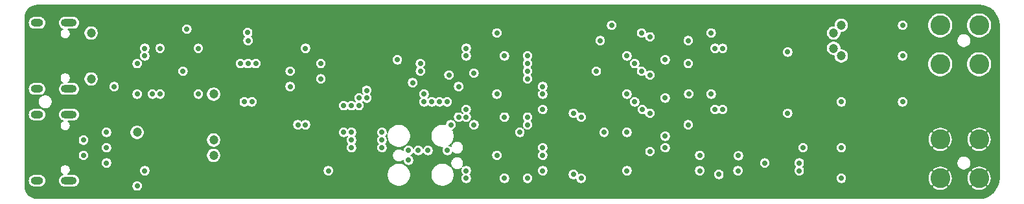
<source format=gbr>
G04 #@! TF.GenerationSoftware,KiCad,Pcbnew,(5.1.10)-1*
G04 #@! TF.CreationDate,2021-11-24T09:21:36-08:00*
G04 #@! TF.ProjectId,UsbSourceMeasureTest,55736253-6f75-4726-9365-4d6561737572,rev?*
G04 #@! TF.SameCoordinates,Original*
G04 #@! TF.FileFunction,Copper,L2,Inr*
G04 #@! TF.FilePolarity,Positive*
%FSLAX46Y46*%
G04 Gerber Fmt 4.6, Leading zero omitted, Abs format (unit mm)*
G04 Created by KiCad (PCBNEW (5.1.10)-1) date 2021-11-24 09:21:36*
%MOMM*%
%LPD*%
G01*
G04 APERTURE LIST*
G04 #@! TA.AperFunction,ComponentPad*
%ADD10O,2.100000X1.000000*%
G04 #@! TD*
G04 #@! TA.AperFunction,ComponentPad*
%ADD11O,1.600000X1.000000*%
G04 #@! TD*
G04 #@! TA.AperFunction,ComponentPad*
%ADD12C,2.600000*%
G04 #@! TD*
G04 #@! TA.AperFunction,ViaPad*
%ADD13C,1.200000*%
G04 #@! TD*
G04 #@! TA.AperFunction,ViaPad*
%ADD14C,0.700000*%
G04 #@! TD*
G04 #@! TA.AperFunction,Conductor*
%ADD15C,0.200000*%
G04 #@! TD*
G04 #@! TA.AperFunction,Conductor*
%ADD16C,0.100000*%
G04 #@! TD*
G04 APERTURE END LIST*
D10*
X105105000Y-37680000D03*
X105105000Y-46320000D03*
D11*
X100925000Y-37680000D03*
X100925000Y-46320000D03*
D12*
X218920000Y-40920000D03*
X218920000Y-46000000D03*
X224000000Y-40920000D03*
X224000000Y-46000000D03*
X224000000Y-31080000D03*
X224000000Y-26000000D03*
X218920000Y-31080000D03*
X218920000Y-26000000D03*
D11*
X100925000Y-34320000D03*
X100925000Y-25680000D03*
D10*
X105105000Y-34320000D03*
X105105000Y-25680000D03*
D13*
X114000000Y-44000000D03*
D14*
X118000000Y-33000000D03*
X118000000Y-27000000D03*
X181000000Y-30500000D03*
X181000000Y-40500000D03*
X181000000Y-35500000D03*
X190000000Y-42500000D03*
X201000000Y-46000000D03*
X199000000Y-34500000D03*
X199000000Y-26500000D03*
X191000000Y-35000000D03*
X191000000Y-27000000D03*
X171000000Y-42500000D03*
X171000000Y-34500000D03*
X161000000Y-37000000D03*
X161000000Y-45000000D03*
X161000000Y-29000000D03*
X181000000Y-45500000D03*
X177000000Y-42500000D03*
D13*
X107000000Y-26000000D03*
X107000000Y-34000000D03*
X107000000Y-38000000D03*
X107000000Y-46000000D03*
D14*
X112000000Y-27500000D03*
X138000000Y-30000000D03*
X134000000Y-33000000D03*
X138000000Y-32000000D03*
X148000000Y-33500000D03*
X152000000Y-43635000D03*
X154540000Y-43635000D03*
X103000000Y-42000000D03*
D13*
X124000000Y-45000000D03*
X124000000Y-31000000D03*
D14*
X127000000Y-45000000D03*
X145000000Y-45000000D03*
X134000000Y-45000000D03*
D13*
X214000000Y-42000000D03*
X214000000Y-46000000D03*
X215000000Y-45000000D03*
X215000000Y-43000000D03*
D14*
X124000000Y-28000004D03*
D13*
X114000000Y-40000000D03*
D14*
X201000000Y-42000000D03*
X189000000Y-35000000D03*
X189000000Y-27000000D03*
D13*
X108000000Y-33000000D03*
X108000000Y-27000000D03*
D14*
X114000000Y-47000000D03*
D13*
X206000000Y-26000000D03*
X206000000Y-30000000D03*
X205000014Y-29000000D03*
X205000000Y-27000000D03*
D14*
X181000000Y-27500000D03*
X120000000Y-32000000D03*
X181000000Y-37500000D03*
X181000000Y-32500000D03*
X190000000Y-45499948D03*
X171000000Y-45500000D03*
X171000000Y-37500000D03*
X161000000Y-35000000D03*
X161000000Y-43000000D03*
X161000000Y-27000000D03*
X114000000Y-31000000D03*
X134000000Y-32000000D03*
X136000000Y-29000000D03*
X138000000Y-33000000D03*
X138000000Y-31000000D03*
X134000000Y-34000000D03*
X148000000Y-30500000D03*
X149460000Y-43635000D03*
D13*
X124000000Y-35000000D03*
D14*
X142000000Y-40000000D03*
X139000000Y-45000000D03*
X111000000Y-34000000D03*
X183000000Y-40500000D03*
X183000000Y-35500000D03*
X187500000Y-45000000D03*
X183000000Y-30500000D03*
X174500000Y-28000000D03*
X115000000Y-45000000D03*
D13*
X124000000Y-43000000D03*
X124000000Y-41000000D03*
D14*
X117000000Y-29000000D03*
X117000000Y-35000000D03*
X172000000Y-38000000D03*
X162000000Y-38000000D03*
X162000000Y-46000000D03*
X162000000Y-30000000D03*
X181000000Y-42500000D03*
X172000000Y-46000000D03*
X120500000Y-26500000D03*
X192550000Y-43050000D03*
X186000000Y-39000000D03*
X186000000Y-31000000D03*
X200500000Y-45000000D03*
X183000000Y-42000000D03*
X110000000Y-40000000D03*
X146000000Y-41000000D03*
X146000000Y-40000014D03*
X175000000Y-40000000D03*
X178000000Y-45000000D03*
X167000000Y-42000000D03*
X165000000Y-31000000D03*
X151500000Y-36000000D03*
X144000000Y-35500000D03*
X167000000Y-34000000D03*
X165000000Y-32000000D03*
X152500000Y-36000000D03*
X143000000Y-36500000D03*
X165000000Y-30000000D03*
X165000000Y-38000000D03*
X165000000Y-46000000D03*
X164000000Y-39979999D03*
X155000000Y-39000000D03*
X156000000Y-38000000D03*
X151500000Y-35000000D03*
X144000000Y-34500000D03*
X141000000Y-40000000D03*
X142000000Y-41000000D03*
X142000000Y-42000000D03*
X146000000Y-42000000D03*
X150000000Y-33500000D03*
X167000000Y-35000000D03*
X167000000Y-43000000D03*
X165000000Y-33000000D03*
X154500000Y-36000000D03*
X141000000Y-36500000D03*
X157000000Y-37000000D03*
X157000000Y-29000000D03*
X157000000Y-45000000D03*
X167000000Y-45000000D03*
X167000000Y-37000000D03*
X158000000Y-39000000D03*
X165000000Y-39000000D03*
X153500000Y-36000000D03*
X142000000Y-36500000D03*
X158000000Y-32250000D03*
X151000000Y-31000000D03*
X154750000Y-32500000D03*
X157000000Y-38000000D03*
X157000000Y-30000000D03*
X157000000Y-46000000D03*
X156000000Y-34000000D03*
X151000000Y-32000000D03*
X179000000Y-36000000D03*
X179000000Y-31000000D03*
X186056160Y-34971920D03*
X199000000Y-37500000D03*
X187500000Y-43000000D03*
X128450000Y-26950000D03*
X122000000Y-29000000D03*
X129500000Y-31000000D03*
X154539989Y-42364989D03*
X179900000Y-32000000D03*
X152000000Y-42364980D03*
X143000000Y-35500000D03*
X150730000Y-42365000D03*
X127499972Y-31000000D03*
X135000000Y-39000000D03*
X136000000Y-39000000D03*
X149460000Y-42365000D03*
X128500000Y-31000000D03*
X214000022Y-36000000D03*
X214000000Y-26000000D03*
X206000000Y-46000000D03*
X178000000Y-30000000D03*
X186000000Y-28000000D03*
X176000000Y-26000000D03*
X174000000Y-32000000D03*
X196000000Y-44000000D03*
X128000000Y-36000000D03*
X114990000Y-30000000D03*
X110000000Y-44000000D03*
X192500000Y-45000000D03*
X107000000Y-43000000D03*
X206000000Y-42000000D03*
X214000000Y-30000000D03*
X206000000Y-36000000D03*
X199000000Y-29500000D03*
X107000000Y-41000000D03*
X110000000Y-42000000D03*
X178000000Y-40000000D03*
X129000000Y-36000000D03*
X114990000Y-29000000D03*
X114000000Y-35000000D03*
X115990000Y-35000000D03*
X128500026Y-28000000D03*
X180000000Y-36999984D03*
X200500000Y-44000000D03*
X189500000Y-29000000D03*
X178000000Y-35000000D03*
X179900000Y-27000000D03*
X122000000Y-35000000D03*
X190500000Y-37000000D03*
X189500000Y-37000000D03*
X190500000Y-29000000D03*
D15*
X224508735Y-23430700D02*
X224998095Y-23578446D01*
X225449432Y-23818426D01*
X225845567Y-24141505D01*
X226171401Y-24535371D01*
X226414528Y-24985026D01*
X226565686Y-25473338D01*
X226620996Y-25999576D01*
X226621001Y-26001034D01*
X226621000Y-45981465D01*
X226569300Y-46508735D01*
X226421555Y-46998093D01*
X226181576Y-47449430D01*
X225858494Y-47845567D01*
X225464629Y-48171401D01*
X225014972Y-48414529D01*
X224526663Y-48565686D01*
X224000424Y-48620996D01*
X223999253Y-48621000D01*
X101018535Y-48621000D01*
X100685498Y-48588345D01*
X100382978Y-48497009D01*
X100103958Y-48348651D01*
X99859068Y-48148923D01*
X99657637Y-47905436D01*
X99507335Y-47627457D01*
X99413890Y-47325582D01*
X99379000Y-46993631D01*
X99379000Y-46320000D01*
X99766868Y-46320000D01*
X99783357Y-46487413D01*
X99832189Y-46648393D01*
X99911489Y-46796753D01*
X100018209Y-46926791D01*
X100148247Y-47033511D01*
X100296607Y-47112811D01*
X100457587Y-47161643D01*
X100583048Y-47174000D01*
X101266952Y-47174000D01*
X101392413Y-47161643D01*
X101553393Y-47112811D01*
X101701753Y-47033511D01*
X101831791Y-46926791D01*
X101938511Y-46796753D01*
X102017811Y-46648393D01*
X102066643Y-46487413D01*
X102083132Y-46320000D01*
X103696868Y-46320000D01*
X103713357Y-46487413D01*
X103762189Y-46648393D01*
X103841489Y-46796753D01*
X103948209Y-46926791D01*
X104078247Y-47033511D01*
X104226607Y-47112811D01*
X104387587Y-47161643D01*
X104513048Y-47174000D01*
X105696952Y-47174000D01*
X105822413Y-47161643D01*
X105983393Y-47112811D01*
X106131753Y-47033511D01*
X106257074Y-46930662D01*
X113296000Y-46930662D01*
X113296000Y-47069338D01*
X113323055Y-47205349D01*
X113376124Y-47333469D01*
X113453168Y-47448774D01*
X113551226Y-47546832D01*
X113666531Y-47623876D01*
X113794651Y-47676945D01*
X113930662Y-47704000D01*
X114069338Y-47704000D01*
X114205349Y-47676945D01*
X114333469Y-47623876D01*
X114448774Y-47546832D01*
X114546832Y-47448774D01*
X114623876Y-47333469D01*
X114676945Y-47205349D01*
X114697633Y-47101346D01*
X217854010Y-47101346D01*
X217995332Y-47315229D01*
X218269688Y-47470351D01*
X218569035Y-47568968D01*
X218881869Y-47607290D01*
X219196168Y-47583846D01*
X219499855Y-47499535D01*
X219781258Y-47357598D01*
X219844668Y-47315229D01*
X219985990Y-47101346D01*
X222934010Y-47101346D01*
X223075332Y-47315229D01*
X223349688Y-47470351D01*
X223649035Y-47568968D01*
X223961869Y-47607290D01*
X224276168Y-47583846D01*
X224579855Y-47499535D01*
X224861258Y-47357598D01*
X224924668Y-47315229D01*
X225065990Y-47101346D01*
X224000000Y-46035355D01*
X222934010Y-47101346D01*
X219985990Y-47101346D01*
X218920000Y-46035355D01*
X217854010Y-47101346D01*
X114697633Y-47101346D01*
X114704000Y-47069338D01*
X114704000Y-46930662D01*
X114676945Y-46794651D01*
X114623876Y-46666531D01*
X114546832Y-46551226D01*
X114448774Y-46453168D01*
X114333469Y-46376124D01*
X114205349Y-46323055D01*
X114069338Y-46296000D01*
X113930662Y-46296000D01*
X113794651Y-46323055D01*
X113666531Y-46376124D01*
X113551226Y-46453168D01*
X113453168Y-46551226D01*
X113376124Y-46666531D01*
X113323055Y-46794651D01*
X113296000Y-46930662D01*
X106257074Y-46930662D01*
X106261791Y-46926791D01*
X106368511Y-46796753D01*
X106447811Y-46648393D01*
X106496643Y-46487413D01*
X106513132Y-46320000D01*
X106496643Y-46152587D01*
X106447811Y-45991607D01*
X106368511Y-45843247D01*
X106261791Y-45713209D01*
X106131753Y-45606489D01*
X105983393Y-45527189D01*
X105822413Y-45478357D01*
X105696952Y-45466000D01*
X104965122Y-45466000D01*
X105037837Y-45417413D01*
X105132413Y-45322837D01*
X105206722Y-45211627D01*
X105257906Y-45088057D01*
X105284000Y-44956876D01*
X105284000Y-44930662D01*
X114296000Y-44930662D01*
X114296000Y-45069338D01*
X114323055Y-45205349D01*
X114376124Y-45333469D01*
X114453168Y-45448774D01*
X114551226Y-45546832D01*
X114666531Y-45623876D01*
X114794651Y-45676945D01*
X114930662Y-45704000D01*
X115069338Y-45704000D01*
X115205349Y-45676945D01*
X115333469Y-45623876D01*
X115448774Y-45546832D01*
X115546832Y-45448774D01*
X115623876Y-45333469D01*
X115676945Y-45205349D01*
X115704000Y-45069338D01*
X115704000Y-44930662D01*
X138296000Y-44930662D01*
X138296000Y-45069338D01*
X138323055Y-45205349D01*
X138376124Y-45333469D01*
X138453168Y-45448774D01*
X138551226Y-45546832D01*
X138666531Y-45623876D01*
X138794651Y-45676945D01*
X138930662Y-45704000D01*
X139069338Y-45704000D01*
X139205349Y-45676945D01*
X139333469Y-45623876D01*
X139448774Y-45546832D01*
X139546832Y-45448774D01*
X139587319Y-45388180D01*
X146648550Y-45388180D01*
X146648550Y-45691820D01*
X146707787Y-45989624D01*
X146823985Y-46270150D01*
X146992678Y-46522617D01*
X147207383Y-46737322D01*
X147459850Y-46906015D01*
X147740376Y-47022213D01*
X148038180Y-47081450D01*
X148341820Y-47081450D01*
X148639624Y-47022213D01*
X148920150Y-46906015D01*
X149172617Y-46737322D01*
X149387322Y-46522617D01*
X149556015Y-46270150D01*
X149672213Y-45989624D01*
X149731450Y-45691820D01*
X149731450Y-45388180D01*
X152363550Y-45388180D01*
X152363550Y-45691820D01*
X152422787Y-45989624D01*
X152538985Y-46270150D01*
X152707678Y-46522617D01*
X152922383Y-46737322D01*
X153174850Y-46906015D01*
X153455376Y-47022213D01*
X153753180Y-47081450D01*
X154056820Y-47081450D01*
X154354624Y-47022213D01*
X154635150Y-46906015D01*
X154887617Y-46737322D01*
X155102322Y-46522617D01*
X155271015Y-46270150D01*
X155387213Y-45989624D01*
X155446450Y-45691820D01*
X155446450Y-45388180D01*
X155387213Y-45090376D01*
X155271015Y-44809850D01*
X155102322Y-44557383D01*
X154887617Y-44342678D01*
X154635150Y-44173985D01*
X154354624Y-44057787D01*
X154056820Y-43998550D01*
X153753180Y-43998550D01*
X153455376Y-44057787D01*
X153174850Y-44173985D01*
X152922383Y-44342678D01*
X152707678Y-44557383D01*
X152538985Y-44809850D01*
X152422787Y-45090376D01*
X152363550Y-45388180D01*
X149731450Y-45388180D01*
X149672213Y-45090376D01*
X149556015Y-44809850D01*
X149387322Y-44557383D01*
X149172617Y-44342678D01*
X148920150Y-44173985D01*
X148639624Y-44057787D01*
X148341820Y-43998550D01*
X148038180Y-43998550D01*
X147740376Y-44057787D01*
X147459850Y-44173985D01*
X147207383Y-44342678D01*
X146992678Y-44557383D01*
X146823985Y-44809850D01*
X146707787Y-45090376D01*
X146648550Y-45388180D01*
X139587319Y-45388180D01*
X139623876Y-45333469D01*
X139676945Y-45205349D01*
X139704000Y-45069338D01*
X139704000Y-44930662D01*
X139676945Y-44794651D01*
X139623876Y-44666531D01*
X139546832Y-44551226D01*
X139448774Y-44453168D01*
X139333469Y-44376124D01*
X139205349Y-44323055D01*
X139069338Y-44296000D01*
X138930662Y-44296000D01*
X138794651Y-44323055D01*
X138666531Y-44376124D01*
X138551226Y-44453168D01*
X138453168Y-44551226D01*
X138376124Y-44666531D01*
X138323055Y-44794651D01*
X138296000Y-44930662D01*
X115704000Y-44930662D01*
X115676945Y-44794651D01*
X115623876Y-44666531D01*
X115546832Y-44551226D01*
X115448774Y-44453168D01*
X115333469Y-44376124D01*
X115205349Y-44323055D01*
X115069338Y-44296000D01*
X114930662Y-44296000D01*
X114794651Y-44323055D01*
X114666531Y-44376124D01*
X114551226Y-44453168D01*
X114453168Y-44551226D01*
X114376124Y-44666531D01*
X114323055Y-44794651D01*
X114296000Y-44930662D01*
X105284000Y-44930662D01*
X105284000Y-44823124D01*
X105257906Y-44691943D01*
X105206722Y-44568373D01*
X105132413Y-44457163D01*
X105037837Y-44362587D01*
X104926627Y-44288278D01*
X104803057Y-44237094D01*
X104671876Y-44211000D01*
X104538124Y-44211000D01*
X104406943Y-44237094D01*
X104283373Y-44288278D01*
X104172163Y-44362587D01*
X104077587Y-44457163D01*
X104003278Y-44568373D01*
X103952094Y-44691943D01*
X103926000Y-44823124D01*
X103926000Y-44956876D01*
X103952094Y-45088057D01*
X104003278Y-45211627D01*
X104077587Y-45322837D01*
X104172163Y-45417413D01*
X104283373Y-45491722D01*
X104308803Y-45502255D01*
X104226607Y-45527189D01*
X104078247Y-45606489D01*
X103948209Y-45713209D01*
X103841489Y-45843247D01*
X103762189Y-45991607D01*
X103713357Y-46152587D01*
X103696868Y-46320000D01*
X102083132Y-46320000D01*
X102066643Y-46152587D01*
X102017811Y-45991607D01*
X101938511Y-45843247D01*
X101831791Y-45713209D01*
X101701753Y-45606489D01*
X101553393Y-45527189D01*
X101392413Y-45478357D01*
X101266952Y-45466000D01*
X100583048Y-45466000D01*
X100457587Y-45478357D01*
X100296607Y-45527189D01*
X100148247Y-45606489D01*
X100018209Y-45713209D01*
X99911489Y-45843247D01*
X99832189Y-45991607D01*
X99783357Y-46152587D01*
X99766868Y-46320000D01*
X99379000Y-46320000D01*
X99379000Y-43930662D01*
X109296000Y-43930662D01*
X109296000Y-44069338D01*
X109323055Y-44205349D01*
X109376124Y-44333469D01*
X109453168Y-44448774D01*
X109551226Y-44546832D01*
X109666531Y-44623876D01*
X109794651Y-44676945D01*
X109930662Y-44704000D01*
X110069338Y-44704000D01*
X110205349Y-44676945D01*
X110333469Y-44623876D01*
X110448774Y-44546832D01*
X110546832Y-44448774D01*
X110623876Y-44333469D01*
X110676945Y-44205349D01*
X110704000Y-44069338D01*
X110704000Y-43930662D01*
X110676945Y-43794651D01*
X110623876Y-43666531D01*
X110546832Y-43551226D01*
X110448774Y-43453168D01*
X110333469Y-43376124D01*
X110205349Y-43323055D01*
X110069338Y-43296000D01*
X109930662Y-43296000D01*
X109794651Y-43323055D01*
X109666531Y-43376124D01*
X109551226Y-43453168D01*
X109453168Y-43551226D01*
X109376124Y-43666531D01*
X109323055Y-43794651D01*
X109296000Y-43930662D01*
X99379000Y-43930662D01*
X99379000Y-42930662D01*
X106296000Y-42930662D01*
X106296000Y-43069338D01*
X106323055Y-43205349D01*
X106376124Y-43333469D01*
X106453168Y-43448774D01*
X106551226Y-43546832D01*
X106666531Y-43623876D01*
X106794651Y-43676945D01*
X106930662Y-43704000D01*
X107069338Y-43704000D01*
X107205349Y-43676945D01*
X107333469Y-43623876D01*
X107448774Y-43546832D01*
X107546832Y-43448774D01*
X107623876Y-43333469D01*
X107676945Y-43205349D01*
X107704000Y-43069338D01*
X107704000Y-42930662D01*
X107699103Y-42906039D01*
X123046000Y-42906039D01*
X123046000Y-43093961D01*
X123082662Y-43278272D01*
X123154576Y-43451888D01*
X123258980Y-43608140D01*
X123391860Y-43741020D01*
X123548112Y-43845424D01*
X123721728Y-43917338D01*
X123906039Y-43954000D01*
X124093961Y-43954000D01*
X124278272Y-43917338D01*
X124451888Y-43845424D01*
X124608140Y-43741020D01*
X124741020Y-43608140D01*
X124845424Y-43451888D01*
X124917338Y-43278272D01*
X124954000Y-43093961D01*
X124954000Y-42916351D01*
X147340700Y-42916351D01*
X147340700Y-43083649D01*
X147373339Y-43247732D01*
X147437360Y-43402294D01*
X147530306Y-43541397D01*
X147648603Y-43659694D01*
X147787706Y-43752640D01*
X147942268Y-43816661D01*
X148106351Y-43849300D01*
X148273649Y-43849300D01*
X148437732Y-43816661D01*
X148592294Y-43752640D01*
X148731397Y-43659694D01*
X148756000Y-43635091D01*
X148756000Y-43704338D01*
X148783055Y-43840349D01*
X148836124Y-43968469D01*
X148913168Y-44083774D01*
X149011226Y-44181832D01*
X149126531Y-44258876D01*
X149254651Y-44311945D01*
X149390662Y-44339000D01*
X149529338Y-44339000D01*
X149665349Y-44311945D01*
X149793469Y-44258876D01*
X149908774Y-44181832D01*
X150006832Y-44083774D01*
X150083876Y-43968469D01*
X150098836Y-43932351D01*
X154960700Y-43932351D01*
X154960700Y-44099649D01*
X154993339Y-44263732D01*
X155057360Y-44418294D01*
X155150306Y-44557397D01*
X155268603Y-44675694D01*
X155407706Y-44768640D01*
X155562268Y-44832661D01*
X155726351Y-44865300D01*
X155893649Y-44865300D01*
X156057732Y-44832661D01*
X156212294Y-44768640D01*
X156351397Y-44675694D01*
X156407464Y-44619627D01*
X156376124Y-44666531D01*
X156323055Y-44794651D01*
X156296000Y-44930662D01*
X156296000Y-45069338D01*
X156323055Y-45205349D01*
X156376124Y-45333469D01*
X156453168Y-45448774D01*
X156504394Y-45500000D01*
X156453168Y-45551226D01*
X156376124Y-45666531D01*
X156323055Y-45794651D01*
X156296000Y-45930662D01*
X156296000Y-46069338D01*
X156323055Y-46205349D01*
X156376124Y-46333469D01*
X156453168Y-46448774D01*
X156551226Y-46546832D01*
X156666531Y-46623876D01*
X156794651Y-46676945D01*
X156930662Y-46704000D01*
X157069338Y-46704000D01*
X157205349Y-46676945D01*
X157333469Y-46623876D01*
X157448774Y-46546832D01*
X157546832Y-46448774D01*
X157623876Y-46333469D01*
X157676945Y-46205349D01*
X157704000Y-46069338D01*
X157704000Y-45930662D01*
X161296000Y-45930662D01*
X161296000Y-46069338D01*
X161323055Y-46205349D01*
X161376124Y-46333469D01*
X161453168Y-46448774D01*
X161551226Y-46546832D01*
X161666531Y-46623876D01*
X161794651Y-46676945D01*
X161930662Y-46704000D01*
X162069338Y-46704000D01*
X162205349Y-46676945D01*
X162333469Y-46623876D01*
X162448774Y-46546832D01*
X162546832Y-46448774D01*
X162623876Y-46333469D01*
X162676945Y-46205349D01*
X162704000Y-46069338D01*
X162704000Y-45930662D01*
X164296000Y-45930662D01*
X164296000Y-46069338D01*
X164323055Y-46205349D01*
X164376124Y-46333469D01*
X164453168Y-46448774D01*
X164551226Y-46546832D01*
X164666531Y-46623876D01*
X164794651Y-46676945D01*
X164930662Y-46704000D01*
X165069338Y-46704000D01*
X165205349Y-46676945D01*
X165333469Y-46623876D01*
X165448774Y-46546832D01*
X165546832Y-46448774D01*
X165623876Y-46333469D01*
X165676945Y-46205349D01*
X165704000Y-46069338D01*
X165704000Y-45930662D01*
X165676945Y-45794651D01*
X165623876Y-45666531D01*
X165546832Y-45551226D01*
X165448774Y-45453168D01*
X165333469Y-45376124D01*
X165205349Y-45323055D01*
X165069338Y-45296000D01*
X164930662Y-45296000D01*
X164794651Y-45323055D01*
X164666531Y-45376124D01*
X164551226Y-45453168D01*
X164453168Y-45551226D01*
X164376124Y-45666531D01*
X164323055Y-45794651D01*
X164296000Y-45930662D01*
X162704000Y-45930662D01*
X162676945Y-45794651D01*
X162623876Y-45666531D01*
X162546832Y-45551226D01*
X162448774Y-45453168D01*
X162333469Y-45376124D01*
X162205349Y-45323055D01*
X162069338Y-45296000D01*
X161930662Y-45296000D01*
X161794651Y-45323055D01*
X161666531Y-45376124D01*
X161551226Y-45453168D01*
X161453168Y-45551226D01*
X161376124Y-45666531D01*
X161323055Y-45794651D01*
X161296000Y-45930662D01*
X157704000Y-45930662D01*
X157676945Y-45794651D01*
X157623876Y-45666531D01*
X157546832Y-45551226D01*
X157495606Y-45500000D01*
X157546832Y-45448774D01*
X157623876Y-45333469D01*
X157676945Y-45205349D01*
X157704000Y-45069338D01*
X157704000Y-44930662D01*
X166296000Y-44930662D01*
X166296000Y-45069338D01*
X166323055Y-45205349D01*
X166376124Y-45333469D01*
X166453168Y-45448774D01*
X166551226Y-45546832D01*
X166666531Y-45623876D01*
X166794651Y-45676945D01*
X166930662Y-45704000D01*
X167069338Y-45704000D01*
X167205349Y-45676945D01*
X167333469Y-45623876D01*
X167448774Y-45546832D01*
X167546832Y-45448774D01*
X167558933Y-45430662D01*
X170296000Y-45430662D01*
X170296000Y-45569338D01*
X170323055Y-45705349D01*
X170376124Y-45833469D01*
X170453168Y-45948774D01*
X170551226Y-46046832D01*
X170666531Y-46123876D01*
X170794651Y-46176945D01*
X170930662Y-46204000D01*
X171069338Y-46204000D01*
X171205349Y-46176945D01*
X171308875Y-46134063D01*
X171323055Y-46205349D01*
X171376124Y-46333469D01*
X171453168Y-46448774D01*
X171551226Y-46546832D01*
X171666531Y-46623876D01*
X171794651Y-46676945D01*
X171930662Y-46704000D01*
X172069338Y-46704000D01*
X172205349Y-46676945D01*
X172333469Y-46623876D01*
X172448774Y-46546832D01*
X172546832Y-46448774D01*
X172623876Y-46333469D01*
X172676945Y-46205349D01*
X172704000Y-46069338D01*
X172704000Y-45930662D01*
X172676945Y-45794651D01*
X172623876Y-45666531D01*
X172546832Y-45551226D01*
X172448774Y-45453168D01*
X172333469Y-45376124D01*
X172205349Y-45323055D01*
X172069338Y-45296000D01*
X171930662Y-45296000D01*
X171794651Y-45323055D01*
X171691125Y-45365937D01*
X171676945Y-45294651D01*
X171623876Y-45166531D01*
X171546832Y-45051226D01*
X171448774Y-44953168D01*
X171415092Y-44930662D01*
X177296000Y-44930662D01*
X177296000Y-45069338D01*
X177323055Y-45205349D01*
X177376124Y-45333469D01*
X177453168Y-45448774D01*
X177551226Y-45546832D01*
X177666531Y-45623876D01*
X177794651Y-45676945D01*
X177930662Y-45704000D01*
X178069338Y-45704000D01*
X178205349Y-45676945D01*
X178333469Y-45623876D01*
X178448774Y-45546832D01*
X178546832Y-45448774D01*
X178623876Y-45333469D01*
X178676945Y-45205349D01*
X178704000Y-45069338D01*
X178704000Y-44930662D01*
X186796000Y-44930662D01*
X186796000Y-45069338D01*
X186823055Y-45205349D01*
X186876124Y-45333469D01*
X186953168Y-45448774D01*
X187051226Y-45546832D01*
X187166531Y-45623876D01*
X187294651Y-45676945D01*
X187430662Y-45704000D01*
X187569338Y-45704000D01*
X187705349Y-45676945D01*
X187833469Y-45623876D01*
X187948774Y-45546832D01*
X188046832Y-45448774D01*
X188058968Y-45430610D01*
X189296000Y-45430610D01*
X189296000Y-45569286D01*
X189323055Y-45705297D01*
X189376124Y-45833417D01*
X189453168Y-45948722D01*
X189551226Y-46046780D01*
X189666531Y-46123824D01*
X189794651Y-46176893D01*
X189930662Y-46203948D01*
X190069338Y-46203948D01*
X190205349Y-46176893D01*
X190333469Y-46123824D01*
X190448774Y-46046780D01*
X190546832Y-45948722D01*
X190558899Y-45930662D01*
X205296000Y-45930662D01*
X205296000Y-46069338D01*
X205323055Y-46205349D01*
X205376124Y-46333469D01*
X205453168Y-46448774D01*
X205551226Y-46546832D01*
X205666531Y-46623876D01*
X205794651Y-46676945D01*
X205930662Y-46704000D01*
X206069338Y-46704000D01*
X206205349Y-46676945D01*
X206333469Y-46623876D01*
X206448774Y-46546832D01*
X206546832Y-46448774D01*
X206623876Y-46333469D01*
X206676945Y-46205349D01*
X206704000Y-46069338D01*
X206704000Y-45961869D01*
X217312710Y-45961869D01*
X217336154Y-46276168D01*
X217420465Y-46579855D01*
X217562402Y-46861258D01*
X217604771Y-46924668D01*
X217818654Y-47065990D01*
X218884645Y-46000000D01*
X218955355Y-46000000D01*
X220021346Y-47065990D01*
X220235229Y-46924668D01*
X220390351Y-46650312D01*
X220488968Y-46350965D01*
X220527290Y-46038131D01*
X220521602Y-45961869D01*
X222392710Y-45961869D01*
X222416154Y-46276168D01*
X222500465Y-46579855D01*
X222642402Y-46861258D01*
X222684771Y-46924668D01*
X222898654Y-47065990D01*
X223964645Y-46000000D01*
X224035355Y-46000000D01*
X225101346Y-47065990D01*
X225315229Y-46924668D01*
X225470351Y-46650312D01*
X225568968Y-46350965D01*
X225607290Y-46038131D01*
X225583846Y-45723832D01*
X225499535Y-45420145D01*
X225357598Y-45138742D01*
X225315229Y-45075332D01*
X225101346Y-44934010D01*
X224035355Y-46000000D01*
X223964645Y-46000000D01*
X222898654Y-44934010D01*
X222684771Y-45075332D01*
X222529649Y-45349688D01*
X222431032Y-45649035D01*
X222392710Y-45961869D01*
X220521602Y-45961869D01*
X220503846Y-45723832D01*
X220419535Y-45420145D01*
X220277598Y-45138742D01*
X220235229Y-45075332D01*
X220021346Y-44934010D01*
X218955355Y-46000000D01*
X218884645Y-46000000D01*
X217818654Y-44934010D01*
X217604771Y-45075332D01*
X217449649Y-45349688D01*
X217351032Y-45649035D01*
X217312710Y-45961869D01*
X206704000Y-45961869D01*
X206704000Y-45930662D01*
X206676945Y-45794651D01*
X206623876Y-45666531D01*
X206546832Y-45551226D01*
X206448774Y-45453168D01*
X206333469Y-45376124D01*
X206205349Y-45323055D01*
X206069338Y-45296000D01*
X205930662Y-45296000D01*
X205794651Y-45323055D01*
X205666531Y-45376124D01*
X205551226Y-45453168D01*
X205453168Y-45551226D01*
X205376124Y-45666531D01*
X205323055Y-45794651D01*
X205296000Y-45930662D01*
X190558899Y-45930662D01*
X190623876Y-45833417D01*
X190676945Y-45705297D01*
X190704000Y-45569286D01*
X190704000Y-45430610D01*
X190676945Y-45294599D01*
X190623876Y-45166479D01*
X190546832Y-45051174D01*
X190448774Y-44953116D01*
X190415170Y-44930662D01*
X191796000Y-44930662D01*
X191796000Y-45069338D01*
X191823055Y-45205349D01*
X191876124Y-45333469D01*
X191953168Y-45448774D01*
X192051226Y-45546832D01*
X192166531Y-45623876D01*
X192294651Y-45676945D01*
X192430662Y-45704000D01*
X192569338Y-45704000D01*
X192705349Y-45676945D01*
X192833469Y-45623876D01*
X192948774Y-45546832D01*
X193046832Y-45448774D01*
X193123876Y-45333469D01*
X193176945Y-45205349D01*
X193204000Y-45069338D01*
X193204000Y-44930662D01*
X193176945Y-44794651D01*
X193123876Y-44666531D01*
X193046832Y-44551226D01*
X192948774Y-44453168D01*
X192833469Y-44376124D01*
X192705349Y-44323055D01*
X192569338Y-44296000D01*
X192430662Y-44296000D01*
X192294651Y-44323055D01*
X192166531Y-44376124D01*
X192051226Y-44453168D01*
X191953168Y-44551226D01*
X191876124Y-44666531D01*
X191823055Y-44794651D01*
X191796000Y-44930662D01*
X190415170Y-44930662D01*
X190333469Y-44876072D01*
X190205349Y-44823003D01*
X190069338Y-44795948D01*
X189930662Y-44795948D01*
X189794651Y-44823003D01*
X189666531Y-44876072D01*
X189551226Y-44953116D01*
X189453168Y-45051174D01*
X189376124Y-45166479D01*
X189323055Y-45294599D01*
X189296000Y-45430610D01*
X188058968Y-45430610D01*
X188123876Y-45333469D01*
X188176945Y-45205349D01*
X188204000Y-45069338D01*
X188204000Y-44930662D01*
X188176945Y-44794651D01*
X188123876Y-44666531D01*
X188046832Y-44551226D01*
X187948774Y-44453168D01*
X187833469Y-44376124D01*
X187705349Y-44323055D01*
X187569338Y-44296000D01*
X187430662Y-44296000D01*
X187294651Y-44323055D01*
X187166531Y-44376124D01*
X187051226Y-44453168D01*
X186953168Y-44551226D01*
X186876124Y-44666531D01*
X186823055Y-44794651D01*
X186796000Y-44930662D01*
X178704000Y-44930662D01*
X178676945Y-44794651D01*
X178623876Y-44666531D01*
X178546832Y-44551226D01*
X178448774Y-44453168D01*
X178333469Y-44376124D01*
X178205349Y-44323055D01*
X178069338Y-44296000D01*
X177930662Y-44296000D01*
X177794651Y-44323055D01*
X177666531Y-44376124D01*
X177551226Y-44453168D01*
X177453168Y-44551226D01*
X177376124Y-44666531D01*
X177323055Y-44794651D01*
X177296000Y-44930662D01*
X171415092Y-44930662D01*
X171333469Y-44876124D01*
X171205349Y-44823055D01*
X171069338Y-44796000D01*
X170930662Y-44796000D01*
X170794651Y-44823055D01*
X170666531Y-44876124D01*
X170551226Y-44953168D01*
X170453168Y-45051226D01*
X170376124Y-45166531D01*
X170323055Y-45294651D01*
X170296000Y-45430662D01*
X167558933Y-45430662D01*
X167623876Y-45333469D01*
X167676945Y-45205349D01*
X167704000Y-45069338D01*
X167704000Y-44930662D01*
X167676945Y-44794651D01*
X167623876Y-44666531D01*
X167546832Y-44551226D01*
X167448774Y-44453168D01*
X167333469Y-44376124D01*
X167205349Y-44323055D01*
X167069338Y-44296000D01*
X166930662Y-44296000D01*
X166794651Y-44323055D01*
X166666531Y-44376124D01*
X166551226Y-44453168D01*
X166453168Y-44551226D01*
X166376124Y-44666531D01*
X166323055Y-44794651D01*
X166296000Y-44930662D01*
X157704000Y-44930662D01*
X157676945Y-44794651D01*
X157623876Y-44666531D01*
X157546832Y-44551226D01*
X157448774Y-44453168D01*
X157333469Y-44376124D01*
X157205349Y-44323055D01*
X157069338Y-44296000D01*
X156930662Y-44296000D01*
X156794651Y-44323055D01*
X156666531Y-44376124D01*
X156551226Y-44453168D01*
X156515399Y-44488995D01*
X156562640Y-44418294D01*
X156626661Y-44263732D01*
X156659300Y-44099649D01*
X156659300Y-43932351D01*
X156658965Y-43930662D01*
X195296000Y-43930662D01*
X195296000Y-44069338D01*
X195323055Y-44205349D01*
X195376124Y-44333469D01*
X195453168Y-44448774D01*
X195551226Y-44546832D01*
X195666531Y-44623876D01*
X195794651Y-44676945D01*
X195930662Y-44704000D01*
X196069338Y-44704000D01*
X196205349Y-44676945D01*
X196333469Y-44623876D01*
X196448774Y-44546832D01*
X196546832Y-44448774D01*
X196623876Y-44333469D01*
X196676945Y-44205349D01*
X196704000Y-44069338D01*
X196704000Y-43930662D01*
X199796000Y-43930662D01*
X199796000Y-44069338D01*
X199823055Y-44205349D01*
X199876124Y-44333469D01*
X199953168Y-44448774D01*
X200004394Y-44500000D01*
X199953168Y-44551226D01*
X199876124Y-44666531D01*
X199823055Y-44794651D01*
X199796000Y-44930662D01*
X199796000Y-45069338D01*
X199823055Y-45205349D01*
X199876124Y-45333469D01*
X199953168Y-45448774D01*
X200051226Y-45546832D01*
X200166531Y-45623876D01*
X200294651Y-45676945D01*
X200430662Y-45704000D01*
X200569338Y-45704000D01*
X200705349Y-45676945D01*
X200833469Y-45623876D01*
X200948774Y-45546832D01*
X201046832Y-45448774D01*
X201123876Y-45333469D01*
X201176945Y-45205349D01*
X201204000Y-45069338D01*
X201204000Y-44930662D01*
X201197634Y-44898654D01*
X217854010Y-44898654D01*
X218920000Y-45964645D01*
X219985990Y-44898654D01*
X219844668Y-44684771D01*
X219570312Y-44529649D01*
X219270965Y-44431032D01*
X218958131Y-44392710D01*
X218643832Y-44416154D01*
X218340145Y-44500465D01*
X218058742Y-44642402D01*
X217995332Y-44684771D01*
X217854010Y-44898654D01*
X201197634Y-44898654D01*
X201176945Y-44794651D01*
X201123876Y-44666531D01*
X201046832Y-44551226D01*
X200995606Y-44500000D01*
X201046832Y-44448774D01*
X201123876Y-44333469D01*
X201176945Y-44205349D01*
X201204000Y-44069338D01*
X201204000Y-43930662D01*
X201199573Y-43908403D01*
X221070000Y-43908403D01*
X221070000Y-44091597D01*
X221105739Y-44271271D01*
X221175845Y-44440520D01*
X221277622Y-44592841D01*
X221407159Y-44722378D01*
X221559480Y-44824155D01*
X221728729Y-44894261D01*
X221908403Y-44930000D01*
X222091597Y-44930000D01*
X222249185Y-44898654D01*
X222934010Y-44898654D01*
X224000000Y-45964645D01*
X225065990Y-44898654D01*
X224924668Y-44684771D01*
X224650312Y-44529649D01*
X224350965Y-44431032D01*
X224038131Y-44392710D01*
X223723832Y-44416154D01*
X223420145Y-44500465D01*
X223138742Y-44642402D01*
X223075332Y-44684771D01*
X222934010Y-44898654D01*
X222249185Y-44898654D01*
X222271271Y-44894261D01*
X222440520Y-44824155D01*
X222592841Y-44722378D01*
X222722378Y-44592841D01*
X222824155Y-44440520D01*
X222894261Y-44271271D01*
X222930000Y-44091597D01*
X222930000Y-43908403D01*
X222894261Y-43728729D01*
X222824155Y-43559480D01*
X222722378Y-43407159D01*
X222592841Y-43277622D01*
X222440520Y-43175845D01*
X222271271Y-43105739D01*
X222091597Y-43070000D01*
X221908403Y-43070000D01*
X221728729Y-43105739D01*
X221559480Y-43175845D01*
X221407159Y-43277622D01*
X221277622Y-43407159D01*
X221175845Y-43559480D01*
X221105739Y-43728729D01*
X221070000Y-43908403D01*
X201199573Y-43908403D01*
X201176945Y-43794651D01*
X201123876Y-43666531D01*
X201046832Y-43551226D01*
X200948774Y-43453168D01*
X200833469Y-43376124D01*
X200705349Y-43323055D01*
X200569338Y-43296000D01*
X200430662Y-43296000D01*
X200294651Y-43323055D01*
X200166531Y-43376124D01*
X200051226Y-43453168D01*
X199953168Y-43551226D01*
X199876124Y-43666531D01*
X199823055Y-43794651D01*
X199796000Y-43930662D01*
X196704000Y-43930662D01*
X196676945Y-43794651D01*
X196623876Y-43666531D01*
X196546832Y-43551226D01*
X196448774Y-43453168D01*
X196333469Y-43376124D01*
X196205349Y-43323055D01*
X196069338Y-43296000D01*
X195930662Y-43296000D01*
X195794651Y-43323055D01*
X195666531Y-43376124D01*
X195551226Y-43453168D01*
X195453168Y-43551226D01*
X195376124Y-43666531D01*
X195323055Y-43794651D01*
X195296000Y-43930662D01*
X156658965Y-43930662D01*
X156626661Y-43768268D01*
X156562640Y-43613706D01*
X156469694Y-43474603D01*
X156351397Y-43356306D01*
X156212294Y-43263360D01*
X156057732Y-43199339D01*
X155893649Y-43166700D01*
X155726351Y-43166700D01*
X155562268Y-43199339D01*
X155407706Y-43263360D01*
X155268603Y-43356306D01*
X155150306Y-43474603D01*
X155057360Y-43613706D01*
X154993339Y-43768268D01*
X154960700Y-43932351D01*
X150098836Y-43932351D01*
X150136945Y-43840349D01*
X150164000Y-43704338D01*
X150164000Y-43565662D01*
X150136945Y-43429651D01*
X150083876Y-43301531D01*
X150006832Y-43186226D01*
X149908774Y-43088168D01*
X149793469Y-43011124D01*
X149766613Y-43000000D01*
X149793469Y-42988876D01*
X149908774Y-42911832D01*
X150006832Y-42813774D01*
X150083876Y-42698469D01*
X150095000Y-42671613D01*
X150106124Y-42698469D01*
X150183168Y-42813774D01*
X150281226Y-42911832D01*
X150396531Y-42988876D01*
X150524651Y-43041945D01*
X150660662Y-43069000D01*
X150799338Y-43069000D01*
X150935349Y-43041945D01*
X151063469Y-42988876D01*
X151178774Y-42911832D01*
X151276832Y-42813774D01*
X151353876Y-42698469D01*
X151365004Y-42671603D01*
X151376124Y-42698449D01*
X151453168Y-42813754D01*
X151551226Y-42911812D01*
X151666531Y-42988856D01*
X151794651Y-43041925D01*
X151930662Y-43068980D01*
X152069338Y-43068980D01*
X152205349Y-43041925D01*
X152333469Y-42988856D01*
X152448774Y-42911812D01*
X152546832Y-42813754D01*
X152623876Y-42698449D01*
X152676945Y-42570329D01*
X152704000Y-42434318D01*
X152704000Y-42295642D01*
X152676945Y-42159631D01*
X152623876Y-42031511D01*
X152546832Y-41916206D01*
X152448774Y-41818148D01*
X152333469Y-41741104D01*
X152205349Y-41688035D01*
X152069338Y-41660980D01*
X151930662Y-41660980D01*
X151794651Y-41688035D01*
X151666531Y-41741104D01*
X151551226Y-41818148D01*
X151453168Y-41916206D01*
X151376124Y-42031511D01*
X151364996Y-42058377D01*
X151353876Y-42031531D01*
X151276832Y-41916226D01*
X151178774Y-41818168D01*
X151063469Y-41741124D01*
X150935349Y-41688055D01*
X150799338Y-41661000D01*
X150660662Y-41661000D01*
X150524651Y-41688055D01*
X150396531Y-41741124D01*
X150281226Y-41818168D01*
X150183168Y-41916226D01*
X150106124Y-42031531D01*
X150095000Y-42058387D01*
X150083876Y-42031531D01*
X150006832Y-41916226D01*
X149908774Y-41818168D01*
X149793469Y-41741124D01*
X149665349Y-41688055D01*
X149529338Y-41661000D01*
X149390662Y-41661000D01*
X149254651Y-41688055D01*
X149126531Y-41741124D01*
X149011226Y-41818168D01*
X148913168Y-41916226D01*
X148836124Y-42031531D01*
X148783055Y-42159651D01*
X148756000Y-42295662D01*
X148756000Y-42364909D01*
X148731397Y-42340306D01*
X148592294Y-42247360D01*
X148437732Y-42183339D01*
X148273649Y-42150700D01*
X148106351Y-42150700D01*
X147942268Y-42183339D01*
X147787706Y-42247360D01*
X147648603Y-42340306D01*
X147530306Y-42458603D01*
X147437360Y-42597706D01*
X147373339Y-42752268D01*
X147340700Y-42916351D01*
X124954000Y-42916351D01*
X124954000Y-42906039D01*
X124917338Y-42721728D01*
X124845424Y-42548112D01*
X124741020Y-42391860D01*
X124608140Y-42258980D01*
X124451888Y-42154576D01*
X124278272Y-42082662D01*
X124093961Y-42046000D01*
X123906039Y-42046000D01*
X123721728Y-42082662D01*
X123548112Y-42154576D01*
X123391860Y-42258980D01*
X123258980Y-42391860D01*
X123154576Y-42548112D01*
X123082662Y-42721728D01*
X123046000Y-42906039D01*
X107699103Y-42906039D01*
X107676945Y-42794651D01*
X107623876Y-42666531D01*
X107546832Y-42551226D01*
X107448774Y-42453168D01*
X107333469Y-42376124D01*
X107205349Y-42323055D01*
X107069338Y-42296000D01*
X106930662Y-42296000D01*
X106794651Y-42323055D01*
X106666531Y-42376124D01*
X106551226Y-42453168D01*
X106453168Y-42551226D01*
X106376124Y-42666531D01*
X106323055Y-42794651D01*
X106296000Y-42930662D01*
X99379000Y-42930662D01*
X99379000Y-41930662D01*
X109296000Y-41930662D01*
X109296000Y-42069338D01*
X109323055Y-42205349D01*
X109376124Y-42333469D01*
X109453168Y-42448774D01*
X109551226Y-42546832D01*
X109666531Y-42623876D01*
X109794651Y-42676945D01*
X109930662Y-42704000D01*
X110069338Y-42704000D01*
X110205349Y-42676945D01*
X110333469Y-42623876D01*
X110448774Y-42546832D01*
X110546832Y-42448774D01*
X110623876Y-42333469D01*
X110676945Y-42205349D01*
X110704000Y-42069338D01*
X110704000Y-41930662D01*
X110676945Y-41794651D01*
X110623876Y-41666531D01*
X110546832Y-41551226D01*
X110448774Y-41453168D01*
X110333469Y-41376124D01*
X110205349Y-41323055D01*
X110069338Y-41296000D01*
X109930662Y-41296000D01*
X109794651Y-41323055D01*
X109666531Y-41376124D01*
X109551226Y-41453168D01*
X109453168Y-41551226D01*
X109376124Y-41666531D01*
X109323055Y-41794651D01*
X109296000Y-41930662D01*
X99379000Y-41930662D01*
X99379000Y-40930662D01*
X106296000Y-40930662D01*
X106296000Y-41069338D01*
X106323055Y-41205349D01*
X106376124Y-41333469D01*
X106453168Y-41448774D01*
X106551226Y-41546832D01*
X106666531Y-41623876D01*
X106794651Y-41676945D01*
X106930662Y-41704000D01*
X107069338Y-41704000D01*
X107205349Y-41676945D01*
X107333469Y-41623876D01*
X107448774Y-41546832D01*
X107546832Y-41448774D01*
X107623876Y-41333469D01*
X107676945Y-41205349D01*
X107704000Y-41069338D01*
X107704000Y-40930662D01*
X107676945Y-40794651D01*
X107623876Y-40666531D01*
X107546832Y-40551226D01*
X107448774Y-40453168D01*
X107333469Y-40376124D01*
X107205349Y-40323055D01*
X107069338Y-40296000D01*
X106930662Y-40296000D01*
X106794651Y-40323055D01*
X106666531Y-40376124D01*
X106551226Y-40453168D01*
X106453168Y-40551226D01*
X106376124Y-40666531D01*
X106323055Y-40794651D01*
X106296000Y-40930662D01*
X99379000Y-40930662D01*
X99379000Y-39930662D01*
X109296000Y-39930662D01*
X109296000Y-40069338D01*
X109323055Y-40205349D01*
X109376124Y-40333469D01*
X109453168Y-40448774D01*
X109551226Y-40546832D01*
X109666531Y-40623876D01*
X109794651Y-40676945D01*
X109930662Y-40704000D01*
X110069338Y-40704000D01*
X110205349Y-40676945D01*
X110333469Y-40623876D01*
X110448774Y-40546832D01*
X110546832Y-40448774D01*
X110623876Y-40333469D01*
X110676945Y-40205349D01*
X110704000Y-40069338D01*
X110704000Y-39930662D01*
X110699103Y-39906039D01*
X113046000Y-39906039D01*
X113046000Y-40093961D01*
X113082662Y-40278272D01*
X113154576Y-40451888D01*
X113258980Y-40608140D01*
X113391860Y-40741020D01*
X113548112Y-40845424D01*
X113721728Y-40917338D01*
X113906039Y-40954000D01*
X114093961Y-40954000D01*
X114278272Y-40917338D01*
X114305550Y-40906039D01*
X123046000Y-40906039D01*
X123046000Y-41093961D01*
X123082662Y-41278272D01*
X123154576Y-41451888D01*
X123258980Y-41608140D01*
X123391860Y-41741020D01*
X123548112Y-41845424D01*
X123721728Y-41917338D01*
X123906039Y-41954000D01*
X124093961Y-41954000D01*
X124278272Y-41917338D01*
X124451888Y-41845424D01*
X124608140Y-41741020D01*
X124741020Y-41608140D01*
X124845424Y-41451888D01*
X124917338Y-41278272D01*
X124954000Y-41093961D01*
X124954000Y-40906039D01*
X124917338Y-40721728D01*
X124845424Y-40548112D01*
X124741020Y-40391860D01*
X124608140Y-40258980D01*
X124451888Y-40154576D01*
X124278272Y-40082662D01*
X124093961Y-40046000D01*
X123906039Y-40046000D01*
X123721728Y-40082662D01*
X123548112Y-40154576D01*
X123391860Y-40258980D01*
X123258980Y-40391860D01*
X123154576Y-40548112D01*
X123082662Y-40721728D01*
X123046000Y-40906039D01*
X114305550Y-40906039D01*
X114451888Y-40845424D01*
X114608140Y-40741020D01*
X114741020Y-40608140D01*
X114845424Y-40451888D01*
X114917338Y-40278272D01*
X114954000Y-40093961D01*
X114954000Y-39930662D01*
X140296000Y-39930662D01*
X140296000Y-40069338D01*
X140323055Y-40205349D01*
X140376124Y-40333469D01*
X140453168Y-40448774D01*
X140551226Y-40546832D01*
X140666531Y-40623876D01*
X140794651Y-40676945D01*
X140930662Y-40704000D01*
X141069338Y-40704000D01*
X141205349Y-40676945D01*
X141333469Y-40623876D01*
X141448774Y-40546832D01*
X141500000Y-40495606D01*
X141504394Y-40500000D01*
X141453168Y-40551226D01*
X141376124Y-40666531D01*
X141323055Y-40794651D01*
X141296000Y-40930662D01*
X141296000Y-41069338D01*
X141323055Y-41205349D01*
X141376124Y-41333469D01*
X141453168Y-41448774D01*
X141504394Y-41500000D01*
X141453168Y-41551226D01*
X141376124Y-41666531D01*
X141323055Y-41794651D01*
X141296000Y-41930662D01*
X141296000Y-42069338D01*
X141323055Y-42205349D01*
X141376124Y-42333469D01*
X141453168Y-42448774D01*
X141551226Y-42546832D01*
X141666531Y-42623876D01*
X141794651Y-42676945D01*
X141930662Y-42704000D01*
X142069338Y-42704000D01*
X142205349Y-42676945D01*
X142333469Y-42623876D01*
X142448774Y-42546832D01*
X142546832Y-42448774D01*
X142623876Y-42333469D01*
X142676945Y-42205349D01*
X142704000Y-42069338D01*
X142704000Y-41930662D01*
X142676945Y-41794651D01*
X142623876Y-41666531D01*
X142546832Y-41551226D01*
X142495606Y-41500000D01*
X142546832Y-41448774D01*
X142623876Y-41333469D01*
X142676945Y-41205349D01*
X142704000Y-41069338D01*
X142704000Y-40930662D01*
X142676945Y-40794651D01*
X142623876Y-40666531D01*
X142546832Y-40551226D01*
X142495606Y-40500000D01*
X142546832Y-40448774D01*
X142623876Y-40333469D01*
X142676945Y-40205349D01*
X142704000Y-40069338D01*
X142704000Y-39930676D01*
X145296000Y-39930676D01*
X145296000Y-40069352D01*
X145323055Y-40205363D01*
X145376124Y-40333483D01*
X145453168Y-40448788D01*
X145504387Y-40500007D01*
X145453168Y-40551226D01*
X145376124Y-40666531D01*
X145323055Y-40794651D01*
X145296000Y-40930662D01*
X145296000Y-41069338D01*
X145323055Y-41205349D01*
X145376124Y-41333469D01*
X145453168Y-41448774D01*
X145504394Y-41500000D01*
X145453168Y-41551226D01*
X145376124Y-41666531D01*
X145323055Y-41794651D01*
X145296000Y-41930662D01*
X145296000Y-42069338D01*
X145323055Y-42205349D01*
X145376124Y-42333469D01*
X145453168Y-42448774D01*
X145551226Y-42546832D01*
X145666531Y-42623876D01*
X145794651Y-42676945D01*
X145930662Y-42704000D01*
X146069338Y-42704000D01*
X146205349Y-42676945D01*
X146333469Y-42623876D01*
X146448774Y-42546832D01*
X146546832Y-42448774D01*
X146623876Y-42333469D01*
X146676945Y-42205349D01*
X146704000Y-42069338D01*
X146704000Y-41930662D01*
X146676945Y-41794651D01*
X146623876Y-41666531D01*
X146546832Y-41551226D01*
X146495606Y-41500000D01*
X146546832Y-41448774D01*
X146623876Y-41333469D01*
X146676945Y-41205349D01*
X146704000Y-41069338D01*
X146704000Y-40930662D01*
X146676945Y-40794651D01*
X146623876Y-40666531D01*
X146546832Y-40551226D01*
X146495613Y-40500007D01*
X146546832Y-40448788D01*
X146623876Y-40333483D01*
X146661663Y-40242257D01*
X146648550Y-40308180D01*
X146648550Y-40611820D01*
X146707787Y-40909624D01*
X146823985Y-41190150D01*
X146992678Y-41442617D01*
X147207383Y-41657322D01*
X147459850Y-41826015D01*
X147740376Y-41942213D01*
X148038180Y-42001450D01*
X148341820Y-42001450D01*
X148639624Y-41942213D01*
X148920150Y-41826015D01*
X149172617Y-41657322D01*
X149387322Y-41442617D01*
X149556015Y-41190150D01*
X149672213Y-40909624D01*
X149731450Y-40611820D01*
X149731450Y-40308180D01*
X152363550Y-40308180D01*
X152363550Y-40611820D01*
X152422787Y-40909624D01*
X152538985Y-41190150D01*
X152707678Y-41442617D01*
X152922383Y-41657322D01*
X153174850Y-41826015D01*
X153455376Y-41942213D01*
X153753180Y-42001450D01*
X153936205Y-42001450D01*
X153916113Y-42031520D01*
X153863044Y-42159640D01*
X153835989Y-42295651D01*
X153835989Y-42434327D01*
X153863044Y-42570338D01*
X153916113Y-42698458D01*
X153993157Y-42813763D01*
X154091215Y-42911821D01*
X154206520Y-42988865D01*
X154334640Y-43041934D01*
X154470651Y-43068989D01*
X154609327Y-43068989D01*
X154745338Y-43041934D01*
X154873458Y-42988865D01*
X154960565Y-42930662D01*
X160296000Y-42930662D01*
X160296000Y-43069338D01*
X160323055Y-43205349D01*
X160376124Y-43333469D01*
X160453168Y-43448774D01*
X160551226Y-43546832D01*
X160666531Y-43623876D01*
X160794651Y-43676945D01*
X160930662Y-43704000D01*
X161069338Y-43704000D01*
X161205349Y-43676945D01*
X161333469Y-43623876D01*
X161448774Y-43546832D01*
X161546832Y-43448774D01*
X161623876Y-43333469D01*
X161676945Y-43205349D01*
X161704000Y-43069338D01*
X161704000Y-42930662D01*
X161676945Y-42794651D01*
X161623876Y-42666531D01*
X161546832Y-42551226D01*
X161448774Y-42453168D01*
X161333469Y-42376124D01*
X161205349Y-42323055D01*
X161069338Y-42296000D01*
X160930662Y-42296000D01*
X160794651Y-42323055D01*
X160666531Y-42376124D01*
X160551226Y-42453168D01*
X160453168Y-42551226D01*
X160376124Y-42666531D01*
X160323055Y-42794651D01*
X160296000Y-42930662D01*
X154960565Y-42930662D01*
X154988763Y-42911821D01*
X155086821Y-42813763D01*
X155163865Y-42698458D01*
X155210582Y-42585673D01*
X155268603Y-42643694D01*
X155407706Y-42736640D01*
X155562268Y-42800661D01*
X155726351Y-42833300D01*
X155893649Y-42833300D01*
X156057732Y-42800661D01*
X156212294Y-42736640D01*
X156351397Y-42643694D01*
X156469694Y-42525397D01*
X156562640Y-42386294D01*
X156626661Y-42231732D01*
X156659300Y-42067649D01*
X156659300Y-41930662D01*
X166296000Y-41930662D01*
X166296000Y-42069338D01*
X166323055Y-42205349D01*
X166376124Y-42333469D01*
X166453168Y-42448774D01*
X166504394Y-42500000D01*
X166453168Y-42551226D01*
X166376124Y-42666531D01*
X166323055Y-42794651D01*
X166296000Y-42930662D01*
X166296000Y-43069338D01*
X166323055Y-43205349D01*
X166376124Y-43333469D01*
X166453168Y-43448774D01*
X166551226Y-43546832D01*
X166666531Y-43623876D01*
X166794651Y-43676945D01*
X166930662Y-43704000D01*
X167069338Y-43704000D01*
X167205349Y-43676945D01*
X167333469Y-43623876D01*
X167448774Y-43546832D01*
X167546832Y-43448774D01*
X167623876Y-43333469D01*
X167676945Y-43205349D01*
X167704000Y-43069338D01*
X167704000Y-42930662D01*
X167676945Y-42794651D01*
X167623876Y-42666531D01*
X167546832Y-42551226D01*
X167495606Y-42500000D01*
X167546832Y-42448774D01*
X167558933Y-42430662D01*
X180296000Y-42430662D01*
X180296000Y-42569338D01*
X180323055Y-42705349D01*
X180376124Y-42833469D01*
X180453168Y-42948774D01*
X180551226Y-43046832D01*
X180666531Y-43123876D01*
X180794651Y-43176945D01*
X180930662Y-43204000D01*
X181069338Y-43204000D01*
X181205349Y-43176945D01*
X181333469Y-43123876D01*
X181448774Y-43046832D01*
X181546832Y-42948774D01*
X181558933Y-42930662D01*
X186796000Y-42930662D01*
X186796000Y-43069338D01*
X186823055Y-43205349D01*
X186876124Y-43333469D01*
X186953168Y-43448774D01*
X187051226Y-43546832D01*
X187166531Y-43623876D01*
X187294651Y-43676945D01*
X187430662Y-43704000D01*
X187569338Y-43704000D01*
X187705349Y-43676945D01*
X187833469Y-43623876D01*
X187948774Y-43546832D01*
X188046832Y-43448774D01*
X188123876Y-43333469D01*
X188176945Y-43205349D01*
X188204000Y-43069338D01*
X188204000Y-42980662D01*
X191846000Y-42980662D01*
X191846000Y-43119338D01*
X191873055Y-43255349D01*
X191926124Y-43383469D01*
X192003168Y-43498774D01*
X192101226Y-43596832D01*
X192216531Y-43673876D01*
X192344651Y-43726945D01*
X192480662Y-43754000D01*
X192619338Y-43754000D01*
X192755349Y-43726945D01*
X192883469Y-43673876D01*
X192998774Y-43596832D01*
X193096832Y-43498774D01*
X193173876Y-43383469D01*
X193226945Y-43255349D01*
X193254000Y-43119338D01*
X193254000Y-42980662D01*
X193226945Y-42844651D01*
X193173876Y-42716531D01*
X193096832Y-42601226D01*
X192998774Y-42503168D01*
X192883469Y-42426124D01*
X192755349Y-42373055D01*
X192619338Y-42346000D01*
X192480662Y-42346000D01*
X192344651Y-42373055D01*
X192216531Y-42426124D01*
X192101226Y-42503168D01*
X192003168Y-42601226D01*
X191926124Y-42716531D01*
X191873055Y-42844651D01*
X191846000Y-42980662D01*
X188204000Y-42980662D01*
X188204000Y-42930662D01*
X188176945Y-42794651D01*
X188123876Y-42666531D01*
X188046832Y-42551226D01*
X187948774Y-42453168D01*
X187833469Y-42376124D01*
X187705349Y-42323055D01*
X187569338Y-42296000D01*
X187430662Y-42296000D01*
X187294651Y-42323055D01*
X187166531Y-42376124D01*
X187051226Y-42453168D01*
X186953168Y-42551226D01*
X186876124Y-42666531D01*
X186823055Y-42794651D01*
X186796000Y-42930662D01*
X181558933Y-42930662D01*
X181623876Y-42833469D01*
X181676945Y-42705349D01*
X181704000Y-42569338D01*
X181704000Y-42430662D01*
X181676945Y-42294651D01*
X181623876Y-42166531D01*
X181546832Y-42051226D01*
X181448774Y-41953168D01*
X181415092Y-41930662D01*
X182296000Y-41930662D01*
X182296000Y-42069338D01*
X182323055Y-42205349D01*
X182376124Y-42333469D01*
X182453168Y-42448774D01*
X182551226Y-42546832D01*
X182666531Y-42623876D01*
X182794651Y-42676945D01*
X182930662Y-42704000D01*
X183069338Y-42704000D01*
X183205349Y-42676945D01*
X183333469Y-42623876D01*
X183448774Y-42546832D01*
X183546832Y-42448774D01*
X183623876Y-42333469D01*
X183676945Y-42205349D01*
X183704000Y-42069338D01*
X183704000Y-41930662D01*
X200296000Y-41930662D01*
X200296000Y-42069338D01*
X200323055Y-42205349D01*
X200376124Y-42333469D01*
X200453168Y-42448774D01*
X200551226Y-42546832D01*
X200666531Y-42623876D01*
X200794651Y-42676945D01*
X200930662Y-42704000D01*
X201069338Y-42704000D01*
X201205349Y-42676945D01*
X201333469Y-42623876D01*
X201448774Y-42546832D01*
X201546832Y-42448774D01*
X201623876Y-42333469D01*
X201676945Y-42205349D01*
X201704000Y-42069338D01*
X201704000Y-41930662D01*
X205296000Y-41930662D01*
X205296000Y-42069338D01*
X205323055Y-42205349D01*
X205376124Y-42333469D01*
X205453168Y-42448774D01*
X205551226Y-42546832D01*
X205666531Y-42623876D01*
X205794651Y-42676945D01*
X205930662Y-42704000D01*
X206069338Y-42704000D01*
X206205349Y-42676945D01*
X206333469Y-42623876D01*
X206448774Y-42546832D01*
X206546832Y-42448774D01*
X206623876Y-42333469D01*
X206676945Y-42205349D01*
X206704000Y-42069338D01*
X206704000Y-42021346D01*
X217854010Y-42021346D01*
X217995332Y-42235229D01*
X218269688Y-42390351D01*
X218569035Y-42488968D01*
X218881869Y-42527290D01*
X219196168Y-42503846D01*
X219499855Y-42419535D01*
X219781258Y-42277598D01*
X219844668Y-42235229D01*
X219985990Y-42021346D01*
X222934010Y-42021346D01*
X223075332Y-42235229D01*
X223349688Y-42390351D01*
X223649035Y-42488968D01*
X223961869Y-42527290D01*
X224276168Y-42503846D01*
X224579855Y-42419535D01*
X224861258Y-42277598D01*
X224924668Y-42235229D01*
X225065990Y-42021346D01*
X224000000Y-40955355D01*
X222934010Y-42021346D01*
X219985990Y-42021346D01*
X218920000Y-40955355D01*
X217854010Y-42021346D01*
X206704000Y-42021346D01*
X206704000Y-41930662D01*
X206676945Y-41794651D01*
X206623876Y-41666531D01*
X206546832Y-41551226D01*
X206448774Y-41453168D01*
X206333469Y-41376124D01*
X206205349Y-41323055D01*
X206069338Y-41296000D01*
X205930662Y-41296000D01*
X205794651Y-41323055D01*
X205666531Y-41376124D01*
X205551226Y-41453168D01*
X205453168Y-41551226D01*
X205376124Y-41666531D01*
X205323055Y-41794651D01*
X205296000Y-41930662D01*
X201704000Y-41930662D01*
X201676945Y-41794651D01*
X201623876Y-41666531D01*
X201546832Y-41551226D01*
X201448774Y-41453168D01*
X201333469Y-41376124D01*
X201205349Y-41323055D01*
X201069338Y-41296000D01*
X200930662Y-41296000D01*
X200794651Y-41323055D01*
X200666531Y-41376124D01*
X200551226Y-41453168D01*
X200453168Y-41551226D01*
X200376124Y-41666531D01*
X200323055Y-41794651D01*
X200296000Y-41930662D01*
X183704000Y-41930662D01*
X183676945Y-41794651D01*
X183623876Y-41666531D01*
X183546832Y-41551226D01*
X183448774Y-41453168D01*
X183333469Y-41376124D01*
X183205349Y-41323055D01*
X183069338Y-41296000D01*
X182930662Y-41296000D01*
X182794651Y-41323055D01*
X182666531Y-41376124D01*
X182551226Y-41453168D01*
X182453168Y-41551226D01*
X182376124Y-41666531D01*
X182323055Y-41794651D01*
X182296000Y-41930662D01*
X181415092Y-41930662D01*
X181333469Y-41876124D01*
X181205349Y-41823055D01*
X181069338Y-41796000D01*
X180930662Y-41796000D01*
X180794651Y-41823055D01*
X180666531Y-41876124D01*
X180551226Y-41953168D01*
X180453168Y-42051226D01*
X180376124Y-42166531D01*
X180323055Y-42294651D01*
X180296000Y-42430662D01*
X167558933Y-42430662D01*
X167623876Y-42333469D01*
X167676945Y-42205349D01*
X167704000Y-42069338D01*
X167704000Y-41930662D01*
X167676945Y-41794651D01*
X167623876Y-41666531D01*
X167546832Y-41551226D01*
X167448774Y-41453168D01*
X167333469Y-41376124D01*
X167205349Y-41323055D01*
X167069338Y-41296000D01*
X166930662Y-41296000D01*
X166794651Y-41323055D01*
X166666531Y-41376124D01*
X166551226Y-41453168D01*
X166453168Y-41551226D01*
X166376124Y-41666531D01*
X166323055Y-41794651D01*
X166296000Y-41930662D01*
X156659300Y-41930662D01*
X156659300Y-41900351D01*
X156626661Y-41736268D01*
X156562640Y-41581706D01*
X156469694Y-41442603D01*
X156351397Y-41324306D01*
X156212294Y-41231360D01*
X156057732Y-41167339D01*
X155893649Y-41134700D01*
X155726351Y-41134700D01*
X155562268Y-41167339D01*
X155407706Y-41231360D01*
X155268603Y-41324306D01*
X155150306Y-41442603D01*
X155057360Y-41581706D01*
X154993339Y-41736268D01*
X154978424Y-41811249D01*
X154873458Y-41741113D01*
X154804786Y-41712668D01*
X154887617Y-41657322D01*
X155102322Y-41442617D01*
X155271015Y-41190150D01*
X155387213Y-40909624D01*
X155446450Y-40611820D01*
X155446450Y-40308180D01*
X155387213Y-40010376D01*
X155345910Y-39910661D01*
X163296000Y-39910661D01*
X163296000Y-40049337D01*
X163323055Y-40185348D01*
X163376124Y-40313468D01*
X163453168Y-40428773D01*
X163551226Y-40526831D01*
X163666531Y-40603875D01*
X163794651Y-40656944D01*
X163930662Y-40683999D01*
X164069338Y-40683999D01*
X164205349Y-40656944D01*
X164333469Y-40603875D01*
X164448774Y-40526831D01*
X164546832Y-40428773D01*
X164623876Y-40313468D01*
X164676945Y-40185348D01*
X164704000Y-40049337D01*
X164704000Y-39930662D01*
X174296000Y-39930662D01*
X174296000Y-40069338D01*
X174323055Y-40205349D01*
X174376124Y-40333469D01*
X174453168Y-40448774D01*
X174551226Y-40546832D01*
X174666531Y-40623876D01*
X174794651Y-40676945D01*
X174930662Y-40704000D01*
X175069338Y-40704000D01*
X175205349Y-40676945D01*
X175333469Y-40623876D01*
X175448774Y-40546832D01*
X175546832Y-40448774D01*
X175623876Y-40333469D01*
X175676945Y-40205349D01*
X175704000Y-40069338D01*
X175704000Y-39930662D01*
X177296000Y-39930662D01*
X177296000Y-40069338D01*
X177323055Y-40205349D01*
X177376124Y-40333469D01*
X177453168Y-40448774D01*
X177551226Y-40546832D01*
X177666531Y-40623876D01*
X177794651Y-40676945D01*
X177930662Y-40704000D01*
X178069338Y-40704000D01*
X178205349Y-40676945D01*
X178333469Y-40623876D01*
X178448774Y-40546832D01*
X178546832Y-40448774D01*
X178558933Y-40430662D01*
X182296000Y-40430662D01*
X182296000Y-40569338D01*
X182323055Y-40705349D01*
X182376124Y-40833469D01*
X182453168Y-40948774D01*
X182551226Y-41046832D01*
X182666531Y-41123876D01*
X182794651Y-41176945D01*
X182930662Y-41204000D01*
X183069338Y-41204000D01*
X183205349Y-41176945D01*
X183333469Y-41123876D01*
X183448774Y-41046832D01*
X183546832Y-40948774D01*
X183591536Y-40881869D01*
X217312710Y-40881869D01*
X217336154Y-41196168D01*
X217420465Y-41499855D01*
X217562402Y-41781258D01*
X217604771Y-41844668D01*
X217818654Y-41985990D01*
X218884645Y-40920000D01*
X218955355Y-40920000D01*
X220021346Y-41985990D01*
X220235229Y-41844668D01*
X220390351Y-41570312D01*
X220488968Y-41270965D01*
X220527290Y-40958131D01*
X220521602Y-40881869D01*
X222392710Y-40881869D01*
X222416154Y-41196168D01*
X222500465Y-41499855D01*
X222642402Y-41781258D01*
X222684771Y-41844668D01*
X222898654Y-41985990D01*
X223964645Y-40920000D01*
X224035355Y-40920000D01*
X225101346Y-41985990D01*
X225315229Y-41844668D01*
X225470351Y-41570312D01*
X225568968Y-41270965D01*
X225607290Y-40958131D01*
X225583846Y-40643832D01*
X225499535Y-40340145D01*
X225357598Y-40058742D01*
X225315229Y-39995332D01*
X225101346Y-39854010D01*
X224035355Y-40920000D01*
X223964645Y-40920000D01*
X222898654Y-39854010D01*
X222684771Y-39995332D01*
X222529649Y-40269688D01*
X222431032Y-40569035D01*
X222392710Y-40881869D01*
X220521602Y-40881869D01*
X220503846Y-40643832D01*
X220419535Y-40340145D01*
X220277598Y-40058742D01*
X220235229Y-39995332D01*
X220021346Y-39854010D01*
X218955355Y-40920000D01*
X218884645Y-40920000D01*
X217818654Y-39854010D01*
X217604771Y-39995332D01*
X217449649Y-40269688D01*
X217351032Y-40569035D01*
X217312710Y-40881869D01*
X183591536Y-40881869D01*
X183623876Y-40833469D01*
X183676945Y-40705349D01*
X183704000Y-40569338D01*
X183704000Y-40430662D01*
X183676945Y-40294651D01*
X183623876Y-40166531D01*
X183546832Y-40051226D01*
X183448774Y-39953168D01*
X183333469Y-39876124D01*
X183205349Y-39823055D01*
X183183225Y-39818654D01*
X217854010Y-39818654D01*
X218920000Y-40884645D01*
X219985990Y-39818654D01*
X222934010Y-39818654D01*
X224000000Y-40884645D01*
X225065990Y-39818654D01*
X224924668Y-39604771D01*
X224650312Y-39449649D01*
X224350965Y-39351032D01*
X224038131Y-39312710D01*
X223723832Y-39336154D01*
X223420145Y-39420465D01*
X223138742Y-39562402D01*
X223075332Y-39604771D01*
X222934010Y-39818654D01*
X219985990Y-39818654D01*
X219844668Y-39604771D01*
X219570312Y-39449649D01*
X219270965Y-39351032D01*
X218958131Y-39312710D01*
X218643832Y-39336154D01*
X218340145Y-39420465D01*
X218058742Y-39562402D01*
X217995332Y-39604771D01*
X217854010Y-39818654D01*
X183183225Y-39818654D01*
X183069338Y-39796000D01*
X182930662Y-39796000D01*
X182794651Y-39823055D01*
X182666531Y-39876124D01*
X182551226Y-39953168D01*
X182453168Y-40051226D01*
X182376124Y-40166531D01*
X182323055Y-40294651D01*
X182296000Y-40430662D01*
X178558933Y-40430662D01*
X178623876Y-40333469D01*
X178676945Y-40205349D01*
X178704000Y-40069338D01*
X178704000Y-39930662D01*
X178676945Y-39794651D01*
X178623876Y-39666531D01*
X178546832Y-39551226D01*
X178448774Y-39453168D01*
X178333469Y-39376124D01*
X178205349Y-39323055D01*
X178069338Y-39296000D01*
X177930662Y-39296000D01*
X177794651Y-39323055D01*
X177666531Y-39376124D01*
X177551226Y-39453168D01*
X177453168Y-39551226D01*
X177376124Y-39666531D01*
X177323055Y-39794651D01*
X177296000Y-39930662D01*
X175704000Y-39930662D01*
X175676945Y-39794651D01*
X175623876Y-39666531D01*
X175546832Y-39551226D01*
X175448774Y-39453168D01*
X175333469Y-39376124D01*
X175205349Y-39323055D01*
X175069338Y-39296000D01*
X174930662Y-39296000D01*
X174794651Y-39323055D01*
X174666531Y-39376124D01*
X174551226Y-39453168D01*
X174453168Y-39551226D01*
X174376124Y-39666531D01*
X174323055Y-39794651D01*
X174296000Y-39930662D01*
X164704000Y-39930662D01*
X164704000Y-39910661D01*
X164676945Y-39774650D01*
X164623876Y-39646530D01*
X164562127Y-39554116D01*
X164666531Y-39623876D01*
X164794651Y-39676945D01*
X164930662Y-39704000D01*
X165069338Y-39704000D01*
X165205349Y-39676945D01*
X165333469Y-39623876D01*
X165448774Y-39546832D01*
X165546832Y-39448774D01*
X165623876Y-39333469D01*
X165676945Y-39205349D01*
X165704000Y-39069338D01*
X165704000Y-38930662D01*
X185296000Y-38930662D01*
X185296000Y-39069338D01*
X185323055Y-39205349D01*
X185376124Y-39333469D01*
X185453168Y-39448774D01*
X185551226Y-39546832D01*
X185666531Y-39623876D01*
X185794651Y-39676945D01*
X185930662Y-39704000D01*
X186069338Y-39704000D01*
X186205349Y-39676945D01*
X186333469Y-39623876D01*
X186448774Y-39546832D01*
X186546832Y-39448774D01*
X186623876Y-39333469D01*
X186676945Y-39205349D01*
X186704000Y-39069338D01*
X186704000Y-38930662D01*
X186676945Y-38794651D01*
X186623876Y-38666531D01*
X186546832Y-38551226D01*
X186448774Y-38453168D01*
X186333469Y-38376124D01*
X186205349Y-38323055D01*
X186069338Y-38296000D01*
X185930662Y-38296000D01*
X185794651Y-38323055D01*
X185666531Y-38376124D01*
X185551226Y-38453168D01*
X185453168Y-38551226D01*
X185376124Y-38666531D01*
X185323055Y-38794651D01*
X185296000Y-38930662D01*
X165704000Y-38930662D01*
X165676945Y-38794651D01*
X165623876Y-38666531D01*
X165546832Y-38551226D01*
X165495606Y-38500000D01*
X165546832Y-38448774D01*
X165623876Y-38333469D01*
X165676945Y-38205349D01*
X165704000Y-38069338D01*
X165704000Y-37930662D01*
X165676945Y-37794651D01*
X165623876Y-37666531D01*
X165546832Y-37551226D01*
X165448774Y-37453168D01*
X165333469Y-37376124D01*
X165205349Y-37323055D01*
X165069338Y-37296000D01*
X164930662Y-37296000D01*
X164794651Y-37323055D01*
X164666531Y-37376124D01*
X164551226Y-37453168D01*
X164453168Y-37551226D01*
X164376124Y-37666531D01*
X164323055Y-37794651D01*
X164296000Y-37930662D01*
X164296000Y-38069338D01*
X164323055Y-38205349D01*
X164376124Y-38333469D01*
X164453168Y-38448774D01*
X164504394Y-38500000D01*
X164453168Y-38551226D01*
X164376124Y-38666531D01*
X164323055Y-38794651D01*
X164296000Y-38930662D01*
X164296000Y-39069338D01*
X164323055Y-39205349D01*
X164376124Y-39333469D01*
X164437873Y-39425883D01*
X164333469Y-39356123D01*
X164205349Y-39303054D01*
X164069338Y-39275999D01*
X163930662Y-39275999D01*
X163794651Y-39303054D01*
X163666531Y-39356123D01*
X163551226Y-39433167D01*
X163453168Y-39531225D01*
X163376124Y-39646530D01*
X163323055Y-39774650D01*
X163296000Y-39910661D01*
X155345910Y-39910661D01*
X155271015Y-39729850D01*
X155229093Y-39667110D01*
X155333469Y-39623876D01*
X155448774Y-39546832D01*
X155546832Y-39448774D01*
X155623876Y-39333469D01*
X155676945Y-39205349D01*
X155704000Y-39069338D01*
X155704000Y-38930662D01*
X157296000Y-38930662D01*
X157296000Y-39069338D01*
X157323055Y-39205349D01*
X157376124Y-39333469D01*
X157453168Y-39448774D01*
X157551226Y-39546832D01*
X157666531Y-39623876D01*
X157794651Y-39676945D01*
X157930662Y-39704000D01*
X158069338Y-39704000D01*
X158205349Y-39676945D01*
X158333469Y-39623876D01*
X158448774Y-39546832D01*
X158546832Y-39448774D01*
X158623876Y-39333469D01*
X158676945Y-39205349D01*
X158704000Y-39069338D01*
X158704000Y-38930662D01*
X158676945Y-38794651D01*
X158623876Y-38666531D01*
X158546832Y-38551226D01*
X158448774Y-38453168D01*
X158333469Y-38376124D01*
X158205349Y-38323055D01*
X158069338Y-38296000D01*
X157930662Y-38296000D01*
X157794651Y-38323055D01*
X157666531Y-38376124D01*
X157551226Y-38453168D01*
X157453168Y-38551226D01*
X157376124Y-38666531D01*
X157323055Y-38794651D01*
X157296000Y-38930662D01*
X155704000Y-38930662D01*
X155676945Y-38794651D01*
X155623876Y-38666531D01*
X155546832Y-38551226D01*
X155448774Y-38453168D01*
X155333469Y-38376124D01*
X155205349Y-38323055D01*
X155069338Y-38296000D01*
X154930662Y-38296000D01*
X154794651Y-38323055D01*
X154666531Y-38376124D01*
X154551226Y-38453168D01*
X154453168Y-38551226D01*
X154376124Y-38666531D01*
X154323055Y-38794651D01*
X154296000Y-38930662D01*
X154296000Y-38966126D01*
X154056820Y-38918550D01*
X153753180Y-38918550D01*
X153455376Y-38977787D01*
X153174850Y-39093985D01*
X152922383Y-39262678D01*
X152707678Y-39477383D01*
X152538985Y-39729850D01*
X152422787Y-40010376D01*
X152363550Y-40308180D01*
X149731450Y-40308180D01*
X149672213Y-40010376D01*
X149556015Y-39729850D01*
X149387322Y-39477383D01*
X149172617Y-39262678D01*
X148920150Y-39093985D01*
X148639624Y-38977787D01*
X148341820Y-38918550D01*
X148038180Y-38918550D01*
X147740376Y-38977787D01*
X147459850Y-39093985D01*
X147207383Y-39262678D01*
X146992678Y-39477383D01*
X146823985Y-39729850D01*
X146707787Y-40010376D01*
X146704000Y-40029415D01*
X146704000Y-39930676D01*
X146676945Y-39794665D01*
X146623876Y-39666545D01*
X146546832Y-39551240D01*
X146448774Y-39453182D01*
X146333469Y-39376138D01*
X146205349Y-39323069D01*
X146069338Y-39296014D01*
X145930662Y-39296014D01*
X145794651Y-39323069D01*
X145666531Y-39376138D01*
X145551226Y-39453182D01*
X145453168Y-39551240D01*
X145376124Y-39666545D01*
X145323055Y-39794665D01*
X145296000Y-39930676D01*
X142704000Y-39930676D01*
X142704000Y-39930662D01*
X142676945Y-39794651D01*
X142623876Y-39666531D01*
X142546832Y-39551226D01*
X142448774Y-39453168D01*
X142333469Y-39376124D01*
X142205349Y-39323055D01*
X142069338Y-39296000D01*
X141930662Y-39296000D01*
X141794651Y-39323055D01*
X141666531Y-39376124D01*
X141551226Y-39453168D01*
X141500000Y-39504394D01*
X141448774Y-39453168D01*
X141333469Y-39376124D01*
X141205349Y-39323055D01*
X141069338Y-39296000D01*
X140930662Y-39296000D01*
X140794651Y-39323055D01*
X140666531Y-39376124D01*
X140551226Y-39453168D01*
X140453168Y-39551226D01*
X140376124Y-39666531D01*
X140323055Y-39794651D01*
X140296000Y-39930662D01*
X114954000Y-39930662D01*
X114954000Y-39906039D01*
X114917338Y-39721728D01*
X114845424Y-39548112D01*
X114741020Y-39391860D01*
X114608140Y-39258980D01*
X114451888Y-39154576D01*
X114278272Y-39082662D01*
X114093961Y-39046000D01*
X113906039Y-39046000D01*
X113721728Y-39082662D01*
X113548112Y-39154576D01*
X113391860Y-39258980D01*
X113258980Y-39391860D01*
X113154576Y-39548112D01*
X113082662Y-39721728D01*
X113046000Y-39906039D01*
X110699103Y-39906039D01*
X110676945Y-39794651D01*
X110623876Y-39666531D01*
X110546832Y-39551226D01*
X110448774Y-39453168D01*
X110333469Y-39376124D01*
X110205349Y-39323055D01*
X110069338Y-39296000D01*
X109930662Y-39296000D01*
X109794651Y-39323055D01*
X109666531Y-39376124D01*
X109551226Y-39453168D01*
X109453168Y-39551226D01*
X109376124Y-39666531D01*
X109323055Y-39794651D01*
X109296000Y-39930662D01*
X99379000Y-39930662D01*
X99379000Y-37680000D01*
X99766868Y-37680000D01*
X99783357Y-37847413D01*
X99832189Y-38008393D01*
X99911489Y-38156753D01*
X100018209Y-38286791D01*
X100148247Y-38393511D01*
X100296607Y-38472811D01*
X100457587Y-38521643D01*
X100583048Y-38534000D01*
X101266952Y-38534000D01*
X101392413Y-38521643D01*
X101553393Y-38472811D01*
X101701753Y-38393511D01*
X101831791Y-38286791D01*
X101938511Y-38156753D01*
X102017811Y-38008393D01*
X102066643Y-37847413D01*
X102083132Y-37680000D01*
X103696868Y-37680000D01*
X103713357Y-37847413D01*
X103762189Y-38008393D01*
X103841489Y-38156753D01*
X103948209Y-38286791D01*
X104078247Y-38393511D01*
X104226607Y-38472811D01*
X104308803Y-38497745D01*
X104283373Y-38508278D01*
X104172163Y-38582587D01*
X104077587Y-38677163D01*
X104003278Y-38788373D01*
X103952094Y-38911943D01*
X103926000Y-39043124D01*
X103926000Y-39176876D01*
X103952094Y-39308057D01*
X104003278Y-39431627D01*
X104077587Y-39542837D01*
X104172163Y-39637413D01*
X104283373Y-39711722D01*
X104406943Y-39762906D01*
X104538124Y-39789000D01*
X104671876Y-39789000D01*
X104803057Y-39762906D01*
X104926627Y-39711722D01*
X105037837Y-39637413D01*
X105132413Y-39542837D01*
X105206722Y-39431627D01*
X105257906Y-39308057D01*
X105284000Y-39176876D01*
X105284000Y-39043124D01*
X105261630Y-38930662D01*
X134296000Y-38930662D01*
X134296000Y-39069338D01*
X134323055Y-39205349D01*
X134376124Y-39333469D01*
X134453168Y-39448774D01*
X134551226Y-39546832D01*
X134666531Y-39623876D01*
X134794651Y-39676945D01*
X134930662Y-39704000D01*
X135069338Y-39704000D01*
X135205349Y-39676945D01*
X135333469Y-39623876D01*
X135448774Y-39546832D01*
X135500000Y-39495606D01*
X135551226Y-39546832D01*
X135666531Y-39623876D01*
X135794651Y-39676945D01*
X135930662Y-39704000D01*
X136069338Y-39704000D01*
X136205349Y-39676945D01*
X136333469Y-39623876D01*
X136448774Y-39546832D01*
X136546832Y-39448774D01*
X136623876Y-39333469D01*
X136676945Y-39205349D01*
X136704000Y-39069338D01*
X136704000Y-38930662D01*
X136676945Y-38794651D01*
X136623876Y-38666531D01*
X136546832Y-38551226D01*
X136448774Y-38453168D01*
X136333469Y-38376124D01*
X136205349Y-38323055D01*
X136069338Y-38296000D01*
X135930662Y-38296000D01*
X135794651Y-38323055D01*
X135666531Y-38376124D01*
X135551226Y-38453168D01*
X135500000Y-38504394D01*
X135448774Y-38453168D01*
X135333469Y-38376124D01*
X135205349Y-38323055D01*
X135069338Y-38296000D01*
X134930662Y-38296000D01*
X134794651Y-38323055D01*
X134666531Y-38376124D01*
X134551226Y-38453168D01*
X134453168Y-38551226D01*
X134376124Y-38666531D01*
X134323055Y-38794651D01*
X134296000Y-38930662D01*
X105261630Y-38930662D01*
X105257906Y-38911943D01*
X105206722Y-38788373D01*
X105132413Y-38677163D01*
X105037837Y-38582587D01*
X104965122Y-38534000D01*
X105696952Y-38534000D01*
X105822413Y-38521643D01*
X105983393Y-38472811D01*
X106131753Y-38393511D01*
X106261791Y-38286791D01*
X106368511Y-38156753D01*
X106447811Y-38008393D01*
X106471390Y-37930662D01*
X155296000Y-37930662D01*
X155296000Y-38069338D01*
X155323055Y-38205349D01*
X155376124Y-38333469D01*
X155453168Y-38448774D01*
X155551226Y-38546832D01*
X155666531Y-38623876D01*
X155794651Y-38676945D01*
X155930662Y-38704000D01*
X156069338Y-38704000D01*
X156205349Y-38676945D01*
X156333469Y-38623876D01*
X156448774Y-38546832D01*
X156500000Y-38495606D01*
X156551226Y-38546832D01*
X156666531Y-38623876D01*
X156794651Y-38676945D01*
X156930662Y-38704000D01*
X157069338Y-38704000D01*
X157205349Y-38676945D01*
X157333469Y-38623876D01*
X157448774Y-38546832D01*
X157546832Y-38448774D01*
X157623876Y-38333469D01*
X157676945Y-38205349D01*
X157704000Y-38069338D01*
X157704000Y-37930662D01*
X161296000Y-37930662D01*
X161296000Y-38069338D01*
X161323055Y-38205349D01*
X161376124Y-38333469D01*
X161453168Y-38448774D01*
X161551226Y-38546832D01*
X161666531Y-38623876D01*
X161794651Y-38676945D01*
X161930662Y-38704000D01*
X162069338Y-38704000D01*
X162205349Y-38676945D01*
X162333469Y-38623876D01*
X162448774Y-38546832D01*
X162546832Y-38448774D01*
X162623876Y-38333469D01*
X162676945Y-38205349D01*
X162704000Y-38069338D01*
X162704000Y-37930662D01*
X162676945Y-37794651D01*
X162623876Y-37666531D01*
X162546832Y-37551226D01*
X162448774Y-37453168D01*
X162333469Y-37376124D01*
X162205349Y-37323055D01*
X162069338Y-37296000D01*
X161930662Y-37296000D01*
X161794651Y-37323055D01*
X161666531Y-37376124D01*
X161551226Y-37453168D01*
X161453168Y-37551226D01*
X161376124Y-37666531D01*
X161323055Y-37794651D01*
X161296000Y-37930662D01*
X157704000Y-37930662D01*
X157676945Y-37794651D01*
X157623876Y-37666531D01*
X157546832Y-37551226D01*
X157495606Y-37500000D01*
X157546832Y-37448774D01*
X157623876Y-37333469D01*
X157676945Y-37205349D01*
X157704000Y-37069338D01*
X157704000Y-36930662D01*
X166296000Y-36930662D01*
X166296000Y-37069338D01*
X166323055Y-37205349D01*
X166376124Y-37333469D01*
X166453168Y-37448774D01*
X166551226Y-37546832D01*
X166666531Y-37623876D01*
X166794651Y-37676945D01*
X166930662Y-37704000D01*
X167069338Y-37704000D01*
X167205349Y-37676945D01*
X167333469Y-37623876D01*
X167448774Y-37546832D01*
X167546832Y-37448774D01*
X167558933Y-37430662D01*
X170296000Y-37430662D01*
X170296000Y-37569338D01*
X170323055Y-37705349D01*
X170376124Y-37833469D01*
X170453168Y-37948774D01*
X170551226Y-38046832D01*
X170666531Y-38123876D01*
X170794651Y-38176945D01*
X170930662Y-38204000D01*
X171069338Y-38204000D01*
X171205349Y-38176945D01*
X171308875Y-38134063D01*
X171323055Y-38205349D01*
X171376124Y-38333469D01*
X171453168Y-38448774D01*
X171551226Y-38546832D01*
X171666531Y-38623876D01*
X171794651Y-38676945D01*
X171930662Y-38704000D01*
X172069338Y-38704000D01*
X172205349Y-38676945D01*
X172333469Y-38623876D01*
X172448774Y-38546832D01*
X172546832Y-38448774D01*
X172623876Y-38333469D01*
X172676945Y-38205349D01*
X172704000Y-38069338D01*
X172704000Y-37930662D01*
X172676945Y-37794651D01*
X172623876Y-37666531D01*
X172546832Y-37551226D01*
X172448774Y-37453168D01*
X172333469Y-37376124D01*
X172205349Y-37323055D01*
X172069338Y-37296000D01*
X171930662Y-37296000D01*
X171794651Y-37323055D01*
X171691125Y-37365937D01*
X171676945Y-37294651D01*
X171623876Y-37166531D01*
X171546832Y-37051226D01*
X171448774Y-36953168D01*
X171415068Y-36930646D01*
X179296000Y-36930646D01*
X179296000Y-37069322D01*
X179323055Y-37205333D01*
X179376124Y-37333453D01*
X179453168Y-37448758D01*
X179551226Y-37546816D01*
X179666531Y-37623860D01*
X179794651Y-37676929D01*
X179930662Y-37703984D01*
X180069338Y-37703984D01*
X180205349Y-37676929D01*
X180308872Y-37634048D01*
X180323055Y-37705349D01*
X180376124Y-37833469D01*
X180453168Y-37948774D01*
X180551226Y-38046832D01*
X180666531Y-38123876D01*
X180794651Y-38176945D01*
X180930662Y-38204000D01*
X181069338Y-38204000D01*
X181205349Y-38176945D01*
X181333469Y-38123876D01*
X181448774Y-38046832D01*
X181546832Y-37948774D01*
X181623876Y-37833469D01*
X181676945Y-37705349D01*
X181704000Y-37569338D01*
X181704000Y-37430662D01*
X181676945Y-37294651D01*
X181623876Y-37166531D01*
X181546832Y-37051226D01*
X181448774Y-36953168D01*
X181415092Y-36930662D01*
X188796000Y-36930662D01*
X188796000Y-37069338D01*
X188823055Y-37205349D01*
X188876124Y-37333469D01*
X188953168Y-37448774D01*
X189051226Y-37546832D01*
X189166531Y-37623876D01*
X189294651Y-37676945D01*
X189430662Y-37704000D01*
X189569338Y-37704000D01*
X189705349Y-37676945D01*
X189833469Y-37623876D01*
X189948774Y-37546832D01*
X190000000Y-37495606D01*
X190051226Y-37546832D01*
X190166531Y-37623876D01*
X190294651Y-37676945D01*
X190430662Y-37704000D01*
X190569338Y-37704000D01*
X190705349Y-37676945D01*
X190833469Y-37623876D01*
X190948774Y-37546832D01*
X191046832Y-37448774D01*
X191058933Y-37430662D01*
X198296000Y-37430662D01*
X198296000Y-37569338D01*
X198323055Y-37705349D01*
X198376124Y-37833469D01*
X198453168Y-37948774D01*
X198551226Y-38046832D01*
X198666531Y-38123876D01*
X198794651Y-38176945D01*
X198930662Y-38204000D01*
X199069338Y-38204000D01*
X199205349Y-38176945D01*
X199333469Y-38123876D01*
X199448774Y-38046832D01*
X199546832Y-37948774D01*
X199623876Y-37833469D01*
X199676945Y-37705349D01*
X199704000Y-37569338D01*
X199704000Y-37430662D01*
X199676945Y-37294651D01*
X199623876Y-37166531D01*
X199546832Y-37051226D01*
X199448774Y-36953168D01*
X199333469Y-36876124D01*
X199205349Y-36823055D01*
X199069338Y-36796000D01*
X198930662Y-36796000D01*
X198794651Y-36823055D01*
X198666531Y-36876124D01*
X198551226Y-36953168D01*
X198453168Y-37051226D01*
X198376124Y-37166531D01*
X198323055Y-37294651D01*
X198296000Y-37430662D01*
X191058933Y-37430662D01*
X191123876Y-37333469D01*
X191176945Y-37205349D01*
X191204000Y-37069338D01*
X191204000Y-36930662D01*
X191176945Y-36794651D01*
X191123876Y-36666531D01*
X191046832Y-36551226D01*
X190948774Y-36453168D01*
X190833469Y-36376124D01*
X190705349Y-36323055D01*
X190569338Y-36296000D01*
X190430662Y-36296000D01*
X190294651Y-36323055D01*
X190166531Y-36376124D01*
X190051226Y-36453168D01*
X190000000Y-36504394D01*
X189948774Y-36453168D01*
X189833469Y-36376124D01*
X189705349Y-36323055D01*
X189569338Y-36296000D01*
X189430662Y-36296000D01*
X189294651Y-36323055D01*
X189166531Y-36376124D01*
X189051226Y-36453168D01*
X188953168Y-36551226D01*
X188876124Y-36666531D01*
X188823055Y-36794651D01*
X188796000Y-36930662D01*
X181415092Y-36930662D01*
X181333469Y-36876124D01*
X181205349Y-36823055D01*
X181069338Y-36796000D01*
X180930662Y-36796000D01*
X180794651Y-36823055D01*
X180691128Y-36865936D01*
X180676945Y-36794635D01*
X180623876Y-36666515D01*
X180546832Y-36551210D01*
X180448774Y-36453152D01*
X180333469Y-36376108D01*
X180205349Y-36323039D01*
X180069338Y-36295984D01*
X179930662Y-36295984D01*
X179794651Y-36323039D01*
X179666531Y-36376108D01*
X179551226Y-36453152D01*
X179453168Y-36551210D01*
X179376124Y-36666515D01*
X179323055Y-36794635D01*
X179296000Y-36930646D01*
X171415068Y-36930646D01*
X171333469Y-36876124D01*
X171205349Y-36823055D01*
X171069338Y-36796000D01*
X170930662Y-36796000D01*
X170794651Y-36823055D01*
X170666531Y-36876124D01*
X170551226Y-36953168D01*
X170453168Y-37051226D01*
X170376124Y-37166531D01*
X170323055Y-37294651D01*
X170296000Y-37430662D01*
X167558933Y-37430662D01*
X167623876Y-37333469D01*
X167676945Y-37205349D01*
X167704000Y-37069338D01*
X167704000Y-36930662D01*
X167676945Y-36794651D01*
X167623876Y-36666531D01*
X167546832Y-36551226D01*
X167448774Y-36453168D01*
X167333469Y-36376124D01*
X167205349Y-36323055D01*
X167069338Y-36296000D01*
X166930662Y-36296000D01*
X166794651Y-36323055D01*
X166666531Y-36376124D01*
X166551226Y-36453168D01*
X166453168Y-36551226D01*
X166376124Y-36666531D01*
X166323055Y-36794651D01*
X166296000Y-36930662D01*
X157704000Y-36930662D01*
X157676945Y-36794651D01*
X157623876Y-36666531D01*
X157546832Y-36551226D01*
X157448774Y-36453168D01*
X157333469Y-36376124D01*
X157205349Y-36323055D01*
X157069338Y-36296000D01*
X156930662Y-36296000D01*
X156794651Y-36323055D01*
X156666531Y-36376124D01*
X156551226Y-36453168D01*
X156453168Y-36551226D01*
X156376124Y-36666531D01*
X156323055Y-36794651D01*
X156296000Y-36930662D01*
X156296000Y-37069338D01*
X156323055Y-37205349D01*
X156376124Y-37333469D01*
X156453168Y-37448774D01*
X156504394Y-37500000D01*
X156500000Y-37504394D01*
X156448774Y-37453168D01*
X156333469Y-37376124D01*
X156205349Y-37323055D01*
X156069338Y-37296000D01*
X155930662Y-37296000D01*
X155794651Y-37323055D01*
X155666531Y-37376124D01*
X155551226Y-37453168D01*
X155453168Y-37551226D01*
X155376124Y-37666531D01*
X155323055Y-37794651D01*
X155296000Y-37930662D01*
X106471390Y-37930662D01*
X106496643Y-37847413D01*
X106513132Y-37680000D01*
X106496643Y-37512587D01*
X106447811Y-37351607D01*
X106368511Y-37203247D01*
X106261791Y-37073209D01*
X106131753Y-36966489D01*
X105983393Y-36887189D01*
X105822413Y-36838357D01*
X105696952Y-36826000D01*
X104513048Y-36826000D01*
X104387587Y-36838357D01*
X104226607Y-36887189D01*
X104078247Y-36966489D01*
X103948209Y-37073209D01*
X103841489Y-37203247D01*
X103762189Y-37351607D01*
X103713357Y-37512587D01*
X103696868Y-37680000D01*
X102083132Y-37680000D01*
X102066643Y-37512587D01*
X102017811Y-37351607D01*
X101938511Y-37203247D01*
X101831791Y-37073209D01*
X101701753Y-36966489D01*
X101553393Y-36887189D01*
X101392413Y-36838357D01*
X101266952Y-36826000D01*
X100583048Y-36826000D01*
X100457587Y-36838357D01*
X100296607Y-36887189D01*
X100148247Y-36966489D01*
X100018209Y-37073209D01*
X99911489Y-37203247D01*
X99832189Y-37351607D01*
X99783357Y-37512587D01*
X99766868Y-37680000D01*
X99379000Y-37680000D01*
X99379000Y-35908403D01*
X101070000Y-35908403D01*
X101070000Y-36091597D01*
X101105739Y-36271271D01*
X101175845Y-36440520D01*
X101277622Y-36592841D01*
X101407159Y-36722378D01*
X101559480Y-36824155D01*
X101728729Y-36894261D01*
X101908403Y-36930000D01*
X102091597Y-36930000D01*
X102271271Y-36894261D01*
X102440520Y-36824155D01*
X102592841Y-36722378D01*
X102722378Y-36592841D01*
X102824155Y-36440520D01*
X102894261Y-36271271D01*
X102930000Y-36091597D01*
X102930000Y-35908403D01*
X102894261Y-35728729D01*
X102824155Y-35559480D01*
X102722378Y-35407159D01*
X102592841Y-35277622D01*
X102440520Y-35175845D01*
X102271271Y-35105739D01*
X102091597Y-35070000D01*
X101908403Y-35070000D01*
X101728729Y-35105739D01*
X101559480Y-35175845D01*
X101407159Y-35277622D01*
X101277622Y-35407159D01*
X101175845Y-35559480D01*
X101105739Y-35728729D01*
X101070000Y-35908403D01*
X99379000Y-35908403D01*
X99379000Y-34320000D01*
X99766868Y-34320000D01*
X99783357Y-34487413D01*
X99832189Y-34648393D01*
X99911489Y-34796753D01*
X100018209Y-34926791D01*
X100148247Y-35033511D01*
X100296607Y-35112811D01*
X100457587Y-35161643D01*
X100583048Y-35174000D01*
X101266952Y-35174000D01*
X101392413Y-35161643D01*
X101553393Y-35112811D01*
X101701753Y-35033511D01*
X101831791Y-34926791D01*
X101938511Y-34796753D01*
X102017811Y-34648393D01*
X102066643Y-34487413D01*
X102083132Y-34320000D01*
X103696868Y-34320000D01*
X103713357Y-34487413D01*
X103762189Y-34648393D01*
X103841489Y-34796753D01*
X103948209Y-34926791D01*
X104078247Y-35033511D01*
X104226607Y-35112811D01*
X104387587Y-35161643D01*
X104513048Y-35174000D01*
X105696952Y-35174000D01*
X105822413Y-35161643D01*
X105983393Y-35112811D01*
X106131753Y-35033511D01*
X106257074Y-34930662D01*
X113296000Y-34930662D01*
X113296000Y-35069338D01*
X113323055Y-35205349D01*
X113376124Y-35333469D01*
X113453168Y-35448774D01*
X113551226Y-35546832D01*
X113666531Y-35623876D01*
X113794651Y-35676945D01*
X113930662Y-35704000D01*
X114069338Y-35704000D01*
X114205349Y-35676945D01*
X114333469Y-35623876D01*
X114448774Y-35546832D01*
X114546832Y-35448774D01*
X114623876Y-35333469D01*
X114676945Y-35205349D01*
X114704000Y-35069338D01*
X114704000Y-34930662D01*
X115286000Y-34930662D01*
X115286000Y-35069338D01*
X115313055Y-35205349D01*
X115366124Y-35333469D01*
X115443168Y-35448774D01*
X115541226Y-35546832D01*
X115656531Y-35623876D01*
X115784651Y-35676945D01*
X115920662Y-35704000D01*
X116059338Y-35704000D01*
X116195349Y-35676945D01*
X116323469Y-35623876D01*
X116438774Y-35546832D01*
X116495000Y-35490606D01*
X116551226Y-35546832D01*
X116666531Y-35623876D01*
X116794651Y-35676945D01*
X116930662Y-35704000D01*
X117069338Y-35704000D01*
X117205349Y-35676945D01*
X117333469Y-35623876D01*
X117448774Y-35546832D01*
X117546832Y-35448774D01*
X117623876Y-35333469D01*
X117676945Y-35205349D01*
X117704000Y-35069338D01*
X117704000Y-34930662D01*
X121296000Y-34930662D01*
X121296000Y-35069338D01*
X121323055Y-35205349D01*
X121376124Y-35333469D01*
X121453168Y-35448774D01*
X121551226Y-35546832D01*
X121666531Y-35623876D01*
X121794651Y-35676945D01*
X121930662Y-35704000D01*
X122069338Y-35704000D01*
X122205349Y-35676945D01*
X122333469Y-35623876D01*
X122448774Y-35546832D01*
X122546832Y-35448774D01*
X122623876Y-35333469D01*
X122676945Y-35205349D01*
X122704000Y-35069338D01*
X122704000Y-34930662D01*
X122699103Y-34906039D01*
X123046000Y-34906039D01*
X123046000Y-35093961D01*
X123082662Y-35278272D01*
X123154576Y-35451888D01*
X123258980Y-35608140D01*
X123391860Y-35741020D01*
X123548112Y-35845424D01*
X123721728Y-35917338D01*
X123906039Y-35954000D01*
X124093961Y-35954000D01*
X124211288Y-35930662D01*
X127296000Y-35930662D01*
X127296000Y-36069338D01*
X127323055Y-36205349D01*
X127376124Y-36333469D01*
X127453168Y-36448774D01*
X127551226Y-36546832D01*
X127666531Y-36623876D01*
X127794651Y-36676945D01*
X127930662Y-36704000D01*
X128069338Y-36704000D01*
X128205349Y-36676945D01*
X128333469Y-36623876D01*
X128448774Y-36546832D01*
X128500000Y-36495606D01*
X128551226Y-36546832D01*
X128666531Y-36623876D01*
X128794651Y-36676945D01*
X128930662Y-36704000D01*
X129069338Y-36704000D01*
X129205349Y-36676945D01*
X129333469Y-36623876D01*
X129448774Y-36546832D01*
X129546832Y-36448774D01*
X129558933Y-36430662D01*
X140296000Y-36430662D01*
X140296000Y-36569338D01*
X140323055Y-36705349D01*
X140376124Y-36833469D01*
X140453168Y-36948774D01*
X140551226Y-37046832D01*
X140666531Y-37123876D01*
X140794651Y-37176945D01*
X140930662Y-37204000D01*
X141069338Y-37204000D01*
X141205349Y-37176945D01*
X141333469Y-37123876D01*
X141448774Y-37046832D01*
X141500000Y-36995606D01*
X141551226Y-37046832D01*
X141666531Y-37123876D01*
X141794651Y-37176945D01*
X141930662Y-37204000D01*
X142069338Y-37204000D01*
X142205349Y-37176945D01*
X142333469Y-37123876D01*
X142448774Y-37046832D01*
X142500000Y-36995606D01*
X142551226Y-37046832D01*
X142666531Y-37123876D01*
X142794651Y-37176945D01*
X142930662Y-37204000D01*
X143069338Y-37204000D01*
X143205349Y-37176945D01*
X143333469Y-37123876D01*
X143448774Y-37046832D01*
X143546832Y-36948774D01*
X143623876Y-36833469D01*
X143676945Y-36705349D01*
X143704000Y-36569338D01*
X143704000Y-36430662D01*
X143676945Y-36294651D01*
X143623876Y-36166531D01*
X143546832Y-36051226D01*
X143495606Y-36000000D01*
X143500000Y-35995606D01*
X143551226Y-36046832D01*
X143666531Y-36123876D01*
X143794651Y-36176945D01*
X143930662Y-36204000D01*
X144069338Y-36204000D01*
X144205349Y-36176945D01*
X144333469Y-36123876D01*
X144448774Y-36046832D01*
X144546832Y-35948774D01*
X144623876Y-35833469D01*
X144676945Y-35705349D01*
X144704000Y-35569338D01*
X144704000Y-35430662D01*
X144676945Y-35294651D01*
X144623876Y-35166531D01*
X144546832Y-35051226D01*
X144495606Y-35000000D01*
X144546832Y-34948774D01*
X144558933Y-34930662D01*
X150796000Y-34930662D01*
X150796000Y-35069338D01*
X150823055Y-35205349D01*
X150876124Y-35333469D01*
X150953168Y-35448774D01*
X151004394Y-35500000D01*
X150953168Y-35551226D01*
X150876124Y-35666531D01*
X150823055Y-35794651D01*
X150796000Y-35930662D01*
X150796000Y-36069338D01*
X150823055Y-36205349D01*
X150876124Y-36333469D01*
X150953168Y-36448774D01*
X151051226Y-36546832D01*
X151166531Y-36623876D01*
X151294651Y-36676945D01*
X151430662Y-36704000D01*
X151569338Y-36704000D01*
X151705349Y-36676945D01*
X151833469Y-36623876D01*
X151948774Y-36546832D01*
X152000000Y-36495606D01*
X152051226Y-36546832D01*
X152166531Y-36623876D01*
X152294651Y-36676945D01*
X152430662Y-36704000D01*
X152569338Y-36704000D01*
X152705349Y-36676945D01*
X152833469Y-36623876D01*
X152948774Y-36546832D01*
X153000000Y-36495606D01*
X153051226Y-36546832D01*
X153166531Y-36623876D01*
X153294651Y-36676945D01*
X153430662Y-36704000D01*
X153569338Y-36704000D01*
X153705349Y-36676945D01*
X153833469Y-36623876D01*
X153948774Y-36546832D01*
X154000000Y-36495606D01*
X154051226Y-36546832D01*
X154166531Y-36623876D01*
X154294651Y-36676945D01*
X154430662Y-36704000D01*
X154569338Y-36704000D01*
X154705349Y-36676945D01*
X154833469Y-36623876D01*
X154948774Y-36546832D01*
X155046832Y-36448774D01*
X155123876Y-36333469D01*
X155176945Y-36205349D01*
X155204000Y-36069338D01*
X155204000Y-35930662D01*
X178296000Y-35930662D01*
X178296000Y-36069338D01*
X178323055Y-36205349D01*
X178376124Y-36333469D01*
X178453168Y-36448774D01*
X178551226Y-36546832D01*
X178666531Y-36623876D01*
X178794651Y-36676945D01*
X178930662Y-36704000D01*
X179069338Y-36704000D01*
X179205349Y-36676945D01*
X179333469Y-36623876D01*
X179448774Y-36546832D01*
X179546832Y-36448774D01*
X179623876Y-36333469D01*
X179676945Y-36205349D01*
X179704000Y-36069338D01*
X179704000Y-35930662D01*
X179676945Y-35794651D01*
X179623876Y-35666531D01*
X179546832Y-35551226D01*
X179448774Y-35453168D01*
X179415092Y-35430662D01*
X182296000Y-35430662D01*
X182296000Y-35569338D01*
X182323055Y-35705349D01*
X182376124Y-35833469D01*
X182453168Y-35948774D01*
X182551226Y-36046832D01*
X182666531Y-36123876D01*
X182794651Y-36176945D01*
X182930662Y-36204000D01*
X183069338Y-36204000D01*
X183205349Y-36176945D01*
X183333469Y-36123876D01*
X183448774Y-36046832D01*
X183546832Y-35948774D01*
X183558933Y-35930662D01*
X205296000Y-35930662D01*
X205296000Y-36069338D01*
X205323055Y-36205349D01*
X205376124Y-36333469D01*
X205453168Y-36448774D01*
X205551226Y-36546832D01*
X205666531Y-36623876D01*
X205794651Y-36676945D01*
X205930662Y-36704000D01*
X206069338Y-36704000D01*
X206205349Y-36676945D01*
X206333469Y-36623876D01*
X206448774Y-36546832D01*
X206546832Y-36448774D01*
X206623876Y-36333469D01*
X206676945Y-36205349D01*
X206704000Y-36069338D01*
X206704000Y-35930662D01*
X213296022Y-35930662D01*
X213296022Y-36069338D01*
X213323077Y-36205349D01*
X213376146Y-36333469D01*
X213453190Y-36448774D01*
X213551248Y-36546832D01*
X213666553Y-36623876D01*
X213794673Y-36676945D01*
X213930684Y-36704000D01*
X214069360Y-36704000D01*
X214205371Y-36676945D01*
X214333491Y-36623876D01*
X214448796Y-36546832D01*
X214546854Y-36448774D01*
X214623898Y-36333469D01*
X214676967Y-36205349D01*
X214704022Y-36069338D01*
X214704022Y-35930662D01*
X214676967Y-35794651D01*
X214623898Y-35666531D01*
X214546854Y-35551226D01*
X214448796Y-35453168D01*
X214333491Y-35376124D01*
X214205371Y-35323055D01*
X214069360Y-35296000D01*
X213930684Y-35296000D01*
X213794673Y-35323055D01*
X213666553Y-35376124D01*
X213551248Y-35453168D01*
X213453190Y-35551226D01*
X213376146Y-35666531D01*
X213323077Y-35794651D01*
X213296022Y-35930662D01*
X206704000Y-35930662D01*
X206676945Y-35794651D01*
X206623876Y-35666531D01*
X206546832Y-35551226D01*
X206448774Y-35453168D01*
X206333469Y-35376124D01*
X206205349Y-35323055D01*
X206069338Y-35296000D01*
X205930662Y-35296000D01*
X205794651Y-35323055D01*
X205666531Y-35376124D01*
X205551226Y-35453168D01*
X205453168Y-35551226D01*
X205376124Y-35666531D01*
X205323055Y-35794651D01*
X205296000Y-35930662D01*
X183558933Y-35930662D01*
X183623876Y-35833469D01*
X183676945Y-35705349D01*
X183704000Y-35569338D01*
X183704000Y-35430662D01*
X183676945Y-35294651D01*
X183623876Y-35166531D01*
X183546832Y-35051226D01*
X183448774Y-34953168D01*
X183373067Y-34902582D01*
X185352160Y-34902582D01*
X185352160Y-35041258D01*
X185379215Y-35177269D01*
X185432284Y-35305389D01*
X185509328Y-35420694D01*
X185607386Y-35518752D01*
X185722691Y-35595796D01*
X185850811Y-35648865D01*
X185986822Y-35675920D01*
X186125498Y-35675920D01*
X186261509Y-35648865D01*
X186389629Y-35595796D01*
X186504934Y-35518752D01*
X186602992Y-35420694D01*
X186680036Y-35305389D01*
X186733105Y-35177269D01*
X186760160Y-35041258D01*
X186760160Y-34930662D01*
X188296000Y-34930662D01*
X188296000Y-35069338D01*
X188323055Y-35205349D01*
X188376124Y-35333469D01*
X188453168Y-35448774D01*
X188551226Y-35546832D01*
X188666531Y-35623876D01*
X188794651Y-35676945D01*
X188930662Y-35704000D01*
X189069338Y-35704000D01*
X189205349Y-35676945D01*
X189333469Y-35623876D01*
X189448774Y-35546832D01*
X189546832Y-35448774D01*
X189623876Y-35333469D01*
X189676945Y-35205349D01*
X189704000Y-35069338D01*
X189704000Y-34930662D01*
X189676945Y-34794651D01*
X189623876Y-34666531D01*
X189546832Y-34551226D01*
X189448774Y-34453168D01*
X189333469Y-34376124D01*
X189205349Y-34323055D01*
X189069338Y-34296000D01*
X188930662Y-34296000D01*
X188794651Y-34323055D01*
X188666531Y-34376124D01*
X188551226Y-34453168D01*
X188453168Y-34551226D01*
X188376124Y-34666531D01*
X188323055Y-34794651D01*
X188296000Y-34930662D01*
X186760160Y-34930662D01*
X186760160Y-34902582D01*
X186733105Y-34766571D01*
X186680036Y-34638451D01*
X186602992Y-34523146D01*
X186504934Y-34425088D01*
X186389629Y-34348044D01*
X186261509Y-34294975D01*
X186125498Y-34267920D01*
X185986822Y-34267920D01*
X185850811Y-34294975D01*
X185722691Y-34348044D01*
X185607386Y-34425088D01*
X185509328Y-34523146D01*
X185432284Y-34638451D01*
X185379215Y-34766571D01*
X185352160Y-34902582D01*
X183373067Y-34902582D01*
X183333469Y-34876124D01*
X183205349Y-34823055D01*
X183069338Y-34796000D01*
X182930662Y-34796000D01*
X182794651Y-34823055D01*
X182666531Y-34876124D01*
X182551226Y-34953168D01*
X182453168Y-35051226D01*
X182376124Y-35166531D01*
X182323055Y-35294651D01*
X182296000Y-35430662D01*
X179415092Y-35430662D01*
X179333469Y-35376124D01*
X179205349Y-35323055D01*
X179069338Y-35296000D01*
X178930662Y-35296000D01*
X178794651Y-35323055D01*
X178666531Y-35376124D01*
X178551226Y-35453168D01*
X178453168Y-35551226D01*
X178376124Y-35666531D01*
X178323055Y-35794651D01*
X178296000Y-35930662D01*
X155204000Y-35930662D01*
X155176945Y-35794651D01*
X155123876Y-35666531D01*
X155046832Y-35551226D01*
X154948774Y-35453168D01*
X154833469Y-35376124D01*
X154705349Y-35323055D01*
X154569338Y-35296000D01*
X154430662Y-35296000D01*
X154294651Y-35323055D01*
X154166531Y-35376124D01*
X154051226Y-35453168D01*
X154000000Y-35504394D01*
X153948774Y-35453168D01*
X153833469Y-35376124D01*
X153705349Y-35323055D01*
X153569338Y-35296000D01*
X153430662Y-35296000D01*
X153294651Y-35323055D01*
X153166531Y-35376124D01*
X153051226Y-35453168D01*
X153000000Y-35504394D01*
X152948774Y-35453168D01*
X152833469Y-35376124D01*
X152705349Y-35323055D01*
X152569338Y-35296000D01*
X152430662Y-35296000D01*
X152294651Y-35323055D01*
X152166531Y-35376124D01*
X152051226Y-35453168D01*
X152000000Y-35504394D01*
X151995606Y-35500000D01*
X152046832Y-35448774D01*
X152123876Y-35333469D01*
X152176945Y-35205349D01*
X152204000Y-35069338D01*
X152204000Y-34930662D01*
X160296000Y-34930662D01*
X160296000Y-35069338D01*
X160323055Y-35205349D01*
X160376124Y-35333469D01*
X160453168Y-35448774D01*
X160551226Y-35546832D01*
X160666531Y-35623876D01*
X160794651Y-35676945D01*
X160930662Y-35704000D01*
X161069338Y-35704000D01*
X161205349Y-35676945D01*
X161333469Y-35623876D01*
X161448774Y-35546832D01*
X161546832Y-35448774D01*
X161623876Y-35333469D01*
X161676945Y-35205349D01*
X161704000Y-35069338D01*
X161704000Y-34930662D01*
X161676945Y-34794651D01*
X161623876Y-34666531D01*
X161546832Y-34551226D01*
X161448774Y-34453168D01*
X161333469Y-34376124D01*
X161205349Y-34323055D01*
X161069338Y-34296000D01*
X160930662Y-34296000D01*
X160794651Y-34323055D01*
X160666531Y-34376124D01*
X160551226Y-34453168D01*
X160453168Y-34551226D01*
X160376124Y-34666531D01*
X160323055Y-34794651D01*
X160296000Y-34930662D01*
X152204000Y-34930662D01*
X152176945Y-34794651D01*
X152123876Y-34666531D01*
X152046832Y-34551226D01*
X151948774Y-34453168D01*
X151833469Y-34376124D01*
X151705349Y-34323055D01*
X151569338Y-34296000D01*
X151430662Y-34296000D01*
X151294651Y-34323055D01*
X151166531Y-34376124D01*
X151051226Y-34453168D01*
X150953168Y-34551226D01*
X150876124Y-34666531D01*
X150823055Y-34794651D01*
X150796000Y-34930662D01*
X144558933Y-34930662D01*
X144623876Y-34833469D01*
X144676945Y-34705349D01*
X144704000Y-34569338D01*
X144704000Y-34430662D01*
X144676945Y-34294651D01*
X144623876Y-34166531D01*
X144546832Y-34051226D01*
X144448774Y-33953168D01*
X144333469Y-33876124D01*
X144205349Y-33823055D01*
X144069338Y-33796000D01*
X143930662Y-33796000D01*
X143794651Y-33823055D01*
X143666531Y-33876124D01*
X143551226Y-33953168D01*
X143453168Y-34051226D01*
X143376124Y-34166531D01*
X143323055Y-34294651D01*
X143296000Y-34430662D01*
X143296000Y-34569338D01*
X143323055Y-34705349D01*
X143376124Y-34833469D01*
X143453168Y-34948774D01*
X143504394Y-35000000D01*
X143500000Y-35004394D01*
X143448774Y-34953168D01*
X143333469Y-34876124D01*
X143205349Y-34823055D01*
X143069338Y-34796000D01*
X142930662Y-34796000D01*
X142794651Y-34823055D01*
X142666531Y-34876124D01*
X142551226Y-34953168D01*
X142453168Y-35051226D01*
X142376124Y-35166531D01*
X142323055Y-35294651D01*
X142296000Y-35430662D01*
X142296000Y-35569338D01*
X142323055Y-35705349D01*
X142376124Y-35833469D01*
X142453168Y-35948774D01*
X142504394Y-36000000D01*
X142500000Y-36004394D01*
X142448774Y-35953168D01*
X142333469Y-35876124D01*
X142205349Y-35823055D01*
X142069338Y-35796000D01*
X141930662Y-35796000D01*
X141794651Y-35823055D01*
X141666531Y-35876124D01*
X141551226Y-35953168D01*
X141500000Y-36004394D01*
X141448774Y-35953168D01*
X141333469Y-35876124D01*
X141205349Y-35823055D01*
X141069338Y-35796000D01*
X140930662Y-35796000D01*
X140794651Y-35823055D01*
X140666531Y-35876124D01*
X140551226Y-35953168D01*
X140453168Y-36051226D01*
X140376124Y-36166531D01*
X140323055Y-36294651D01*
X140296000Y-36430662D01*
X129558933Y-36430662D01*
X129623876Y-36333469D01*
X129676945Y-36205349D01*
X129704000Y-36069338D01*
X129704000Y-35930662D01*
X129676945Y-35794651D01*
X129623876Y-35666531D01*
X129546832Y-35551226D01*
X129448774Y-35453168D01*
X129333469Y-35376124D01*
X129205349Y-35323055D01*
X129069338Y-35296000D01*
X128930662Y-35296000D01*
X128794651Y-35323055D01*
X128666531Y-35376124D01*
X128551226Y-35453168D01*
X128500000Y-35504394D01*
X128448774Y-35453168D01*
X128333469Y-35376124D01*
X128205349Y-35323055D01*
X128069338Y-35296000D01*
X127930662Y-35296000D01*
X127794651Y-35323055D01*
X127666531Y-35376124D01*
X127551226Y-35453168D01*
X127453168Y-35551226D01*
X127376124Y-35666531D01*
X127323055Y-35794651D01*
X127296000Y-35930662D01*
X124211288Y-35930662D01*
X124278272Y-35917338D01*
X124451888Y-35845424D01*
X124608140Y-35741020D01*
X124741020Y-35608140D01*
X124845424Y-35451888D01*
X124917338Y-35278272D01*
X124954000Y-35093961D01*
X124954000Y-34906039D01*
X124917338Y-34721728D01*
X124845424Y-34548112D01*
X124741020Y-34391860D01*
X124608140Y-34258980D01*
X124451888Y-34154576D01*
X124278272Y-34082662D01*
X124093961Y-34046000D01*
X123906039Y-34046000D01*
X123721728Y-34082662D01*
X123548112Y-34154576D01*
X123391860Y-34258980D01*
X123258980Y-34391860D01*
X123154576Y-34548112D01*
X123082662Y-34721728D01*
X123046000Y-34906039D01*
X122699103Y-34906039D01*
X122676945Y-34794651D01*
X122623876Y-34666531D01*
X122546832Y-34551226D01*
X122448774Y-34453168D01*
X122333469Y-34376124D01*
X122205349Y-34323055D01*
X122069338Y-34296000D01*
X121930662Y-34296000D01*
X121794651Y-34323055D01*
X121666531Y-34376124D01*
X121551226Y-34453168D01*
X121453168Y-34551226D01*
X121376124Y-34666531D01*
X121323055Y-34794651D01*
X121296000Y-34930662D01*
X117704000Y-34930662D01*
X117676945Y-34794651D01*
X117623876Y-34666531D01*
X117546832Y-34551226D01*
X117448774Y-34453168D01*
X117333469Y-34376124D01*
X117205349Y-34323055D01*
X117069338Y-34296000D01*
X116930662Y-34296000D01*
X116794651Y-34323055D01*
X116666531Y-34376124D01*
X116551226Y-34453168D01*
X116495000Y-34509394D01*
X116438774Y-34453168D01*
X116323469Y-34376124D01*
X116195349Y-34323055D01*
X116059338Y-34296000D01*
X115920662Y-34296000D01*
X115784651Y-34323055D01*
X115656531Y-34376124D01*
X115541226Y-34453168D01*
X115443168Y-34551226D01*
X115366124Y-34666531D01*
X115313055Y-34794651D01*
X115286000Y-34930662D01*
X114704000Y-34930662D01*
X114676945Y-34794651D01*
X114623876Y-34666531D01*
X114546832Y-34551226D01*
X114448774Y-34453168D01*
X114333469Y-34376124D01*
X114205349Y-34323055D01*
X114069338Y-34296000D01*
X113930662Y-34296000D01*
X113794651Y-34323055D01*
X113666531Y-34376124D01*
X113551226Y-34453168D01*
X113453168Y-34551226D01*
X113376124Y-34666531D01*
X113323055Y-34794651D01*
X113296000Y-34930662D01*
X106257074Y-34930662D01*
X106261791Y-34926791D01*
X106368511Y-34796753D01*
X106447811Y-34648393D01*
X106496643Y-34487413D01*
X106513132Y-34320000D01*
X106496643Y-34152587D01*
X106447811Y-33991607D01*
X106368511Y-33843247D01*
X106261791Y-33713209D01*
X106131753Y-33606489D01*
X105983393Y-33527189D01*
X105822413Y-33478357D01*
X105696952Y-33466000D01*
X104965122Y-33466000D01*
X105037837Y-33417413D01*
X105132413Y-33322837D01*
X105206722Y-33211627D01*
X105257906Y-33088057D01*
X105284000Y-32956876D01*
X105284000Y-32906039D01*
X107046000Y-32906039D01*
X107046000Y-33093961D01*
X107082662Y-33278272D01*
X107154576Y-33451888D01*
X107258980Y-33608140D01*
X107391860Y-33741020D01*
X107548112Y-33845424D01*
X107721728Y-33917338D01*
X107906039Y-33954000D01*
X108093961Y-33954000D01*
X108211288Y-33930662D01*
X110296000Y-33930662D01*
X110296000Y-34069338D01*
X110323055Y-34205349D01*
X110376124Y-34333469D01*
X110453168Y-34448774D01*
X110551226Y-34546832D01*
X110666531Y-34623876D01*
X110794651Y-34676945D01*
X110930662Y-34704000D01*
X111069338Y-34704000D01*
X111205349Y-34676945D01*
X111333469Y-34623876D01*
X111448774Y-34546832D01*
X111546832Y-34448774D01*
X111623876Y-34333469D01*
X111676945Y-34205349D01*
X111704000Y-34069338D01*
X111704000Y-33930662D01*
X133296000Y-33930662D01*
X133296000Y-34069338D01*
X133323055Y-34205349D01*
X133376124Y-34333469D01*
X133453168Y-34448774D01*
X133551226Y-34546832D01*
X133666531Y-34623876D01*
X133794651Y-34676945D01*
X133930662Y-34704000D01*
X134069338Y-34704000D01*
X134205349Y-34676945D01*
X134333469Y-34623876D01*
X134448774Y-34546832D01*
X134546832Y-34448774D01*
X134623876Y-34333469D01*
X134676945Y-34205349D01*
X134704000Y-34069338D01*
X134704000Y-33930662D01*
X134676945Y-33794651D01*
X134623876Y-33666531D01*
X134546832Y-33551226D01*
X134448774Y-33453168D01*
X134333469Y-33376124D01*
X134205349Y-33323055D01*
X134069338Y-33296000D01*
X133930662Y-33296000D01*
X133794651Y-33323055D01*
X133666531Y-33376124D01*
X133551226Y-33453168D01*
X133453168Y-33551226D01*
X133376124Y-33666531D01*
X133323055Y-33794651D01*
X133296000Y-33930662D01*
X111704000Y-33930662D01*
X111676945Y-33794651D01*
X111623876Y-33666531D01*
X111546832Y-33551226D01*
X111448774Y-33453168D01*
X111333469Y-33376124D01*
X111205349Y-33323055D01*
X111069338Y-33296000D01*
X110930662Y-33296000D01*
X110794651Y-33323055D01*
X110666531Y-33376124D01*
X110551226Y-33453168D01*
X110453168Y-33551226D01*
X110376124Y-33666531D01*
X110323055Y-33794651D01*
X110296000Y-33930662D01*
X108211288Y-33930662D01*
X108278272Y-33917338D01*
X108451888Y-33845424D01*
X108608140Y-33741020D01*
X108741020Y-33608140D01*
X108845424Y-33451888D01*
X108917338Y-33278272D01*
X108954000Y-33093961D01*
X108954000Y-32930662D01*
X137296000Y-32930662D01*
X137296000Y-33069338D01*
X137323055Y-33205349D01*
X137376124Y-33333469D01*
X137453168Y-33448774D01*
X137551226Y-33546832D01*
X137666531Y-33623876D01*
X137794651Y-33676945D01*
X137930662Y-33704000D01*
X138069338Y-33704000D01*
X138205349Y-33676945D01*
X138333469Y-33623876D01*
X138448774Y-33546832D01*
X138546832Y-33448774D01*
X138558933Y-33430662D01*
X149296000Y-33430662D01*
X149296000Y-33569338D01*
X149323055Y-33705349D01*
X149376124Y-33833469D01*
X149453168Y-33948774D01*
X149551226Y-34046832D01*
X149666531Y-34123876D01*
X149794651Y-34176945D01*
X149930662Y-34204000D01*
X150069338Y-34204000D01*
X150205349Y-34176945D01*
X150333469Y-34123876D01*
X150448774Y-34046832D01*
X150546832Y-33948774D01*
X150558933Y-33930662D01*
X155296000Y-33930662D01*
X155296000Y-34069338D01*
X155323055Y-34205349D01*
X155376124Y-34333469D01*
X155453168Y-34448774D01*
X155551226Y-34546832D01*
X155666531Y-34623876D01*
X155794651Y-34676945D01*
X155930662Y-34704000D01*
X156069338Y-34704000D01*
X156205349Y-34676945D01*
X156333469Y-34623876D01*
X156448774Y-34546832D01*
X156546832Y-34448774D01*
X156623876Y-34333469D01*
X156676945Y-34205349D01*
X156704000Y-34069338D01*
X156704000Y-33930662D01*
X166296000Y-33930662D01*
X166296000Y-34069338D01*
X166323055Y-34205349D01*
X166376124Y-34333469D01*
X166453168Y-34448774D01*
X166504394Y-34500000D01*
X166453168Y-34551226D01*
X166376124Y-34666531D01*
X166323055Y-34794651D01*
X166296000Y-34930662D01*
X166296000Y-35069338D01*
X166323055Y-35205349D01*
X166376124Y-35333469D01*
X166453168Y-35448774D01*
X166551226Y-35546832D01*
X166666531Y-35623876D01*
X166794651Y-35676945D01*
X166930662Y-35704000D01*
X167069338Y-35704000D01*
X167205349Y-35676945D01*
X167333469Y-35623876D01*
X167448774Y-35546832D01*
X167546832Y-35448774D01*
X167623876Y-35333469D01*
X167676945Y-35205349D01*
X167704000Y-35069338D01*
X167704000Y-34930662D01*
X177296000Y-34930662D01*
X177296000Y-35069338D01*
X177323055Y-35205349D01*
X177376124Y-35333469D01*
X177453168Y-35448774D01*
X177551226Y-35546832D01*
X177666531Y-35623876D01*
X177794651Y-35676945D01*
X177930662Y-35704000D01*
X178069338Y-35704000D01*
X178205349Y-35676945D01*
X178333469Y-35623876D01*
X178448774Y-35546832D01*
X178546832Y-35448774D01*
X178623876Y-35333469D01*
X178676945Y-35205349D01*
X178704000Y-35069338D01*
X178704000Y-34930662D01*
X178676945Y-34794651D01*
X178623876Y-34666531D01*
X178546832Y-34551226D01*
X178448774Y-34453168D01*
X178333469Y-34376124D01*
X178205349Y-34323055D01*
X178069338Y-34296000D01*
X177930662Y-34296000D01*
X177794651Y-34323055D01*
X177666531Y-34376124D01*
X177551226Y-34453168D01*
X177453168Y-34551226D01*
X177376124Y-34666531D01*
X177323055Y-34794651D01*
X177296000Y-34930662D01*
X167704000Y-34930662D01*
X167676945Y-34794651D01*
X167623876Y-34666531D01*
X167546832Y-34551226D01*
X167495606Y-34500000D01*
X167546832Y-34448774D01*
X167623876Y-34333469D01*
X167676945Y-34205349D01*
X167704000Y-34069338D01*
X167704000Y-33930662D01*
X167676945Y-33794651D01*
X167623876Y-33666531D01*
X167546832Y-33551226D01*
X167448774Y-33453168D01*
X167333469Y-33376124D01*
X167205349Y-33323055D01*
X167069338Y-33296000D01*
X166930662Y-33296000D01*
X166794651Y-33323055D01*
X166666531Y-33376124D01*
X166551226Y-33453168D01*
X166453168Y-33551226D01*
X166376124Y-33666531D01*
X166323055Y-33794651D01*
X166296000Y-33930662D01*
X156704000Y-33930662D01*
X156676945Y-33794651D01*
X156623876Y-33666531D01*
X156546832Y-33551226D01*
X156448774Y-33453168D01*
X156333469Y-33376124D01*
X156205349Y-33323055D01*
X156069338Y-33296000D01*
X155930662Y-33296000D01*
X155794651Y-33323055D01*
X155666531Y-33376124D01*
X155551226Y-33453168D01*
X155453168Y-33551226D01*
X155376124Y-33666531D01*
X155323055Y-33794651D01*
X155296000Y-33930662D01*
X150558933Y-33930662D01*
X150623876Y-33833469D01*
X150676945Y-33705349D01*
X150704000Y-33569338D01*
X150704000Y-33430662D01*
X150676945Y-33294651D01*
X150623876Y-33166531D01*
X150546832Y-33051226D01*
X150448774Y-32953168D01*
X150333469Y-32876124D01*
X150205349Y-32823055D01*
X150069338Y-32796000D01*
X149930662Y-32796000D01*
X149794651Y-32823055D01*
X149666531Y-32876124D01*
X149551226Y-32953168D01*
X149453168Y-33051226D01*
X149376124Y-33166531D01*
X149323055Y-33294651D01*
X149296000Y-33430662D01*
X138558933Y-33430662D01*
X138623876Y-33333469D01*
X138676945Y-33205349D01*
X138704000Y-33069338D01*
X138704000Y-32930662D01*
X138676945Y-32794651D01*
X138623876Y-32666531D01*
X138546832Y-32551226D01*
X138448774Y-32453168D01*
X138333469Y-32376124D01*
X138205349Y-32323055D01*
X138069338Y-32296000D01*
X137930662Y-32296000D01*
X137794651Y-32323055D01*
X137666531Y-32376124D01*
X137551226Y-32453168D01*
X137453168Y-32551226D01*
X137376124Y-32666531D01*
X137323055Y-32794651D01*
X137296000Y-32930662D01*
X108954000Y-32930662D01*
X108954000Y-32906039D01*
X108917338Y-32721728D01*
X108845424Y-32548112D01*
X108741020Y-32391860D01*
X108608140Y-32258980D01*
X108451888Y-32154576D01*
X108278272Y-32082662D01*
X108093961Y-32046000D01*
X107906039Y-32046000D01*
X107721728Y-32082662D01*
X107548112Y-32154576D01*
X107391860Y-32258980D01*
X107258980Y-32391860D01*
X107154576Y-32548112D01*
X107082662Y-32721728D01*
X107046000Y-32906039D01*
X105284000Y-32906039D01*
X105284000Y-32823124D01*
X105257906Y-32691943D01*
X105206722Y-32568373D01*
X105132413Y-32457163D01*
X105037837Y-32362587D01*
X104926627Y-32288278D01*
X104803057Y-32237094D01*
X104671876Y-32211000D01*
X104538124Y-32211000D01*
X104406943Y-32237094D01*
X104283373Y-32288278D01*
X104172163Y-32362587D01*
X104077587Y-32457163D01*
X104003278Y-32568373D01*
X103952094Y-32691943D01*
X103926000Y-32823124D01*
X103926000Y-32956876D01*
X103952094Y-33088057D01*
X104003278Y-33211627D01*
X104077587Y-33322837D01*
X104172163Y-33417413D01*
X104283373Y-33491722D01*
X104308803Y-33502255D01*
X104226607Y-33527189D01*
X104078247Y-33606489D01*
X103948209Y-33713209D01*
X103841489Y-33843247D01*
X103762189Y-33991607D01*
X103713357Y-34152587D01*
X103696868Y-34320000D01*
X102083132Y-34320000D01*
X102066643Y-34152587D01*
X102017811Y-33991607D01*
X101938511Y-33843247D01*
X101831791Y-33713209D01*
X101701753Y-33606489D01*
X101553393Y-33527189D01*
X101392413Y-33478357D01*
X101266952Y-33466000D01*
X100583048Y-33466000D01*
X100457587Y-33478357D01*
X100296607Y-33527189D01*
X100148247Y-33606489D01*
X100018209Y-33713209D01*
X99911489Y-33843247D01*
X99832189Y-33991607D01*
X99783357Y-34152587D01*
X99766868Y-34320000D01*
X99379000Y-34320000D01*
X99379000Y-31930662D01*
X119296000Y-31930662D01*
X119296000Y-32069338D01*
X119323055Y-32205349D01*
X119376124Y-32333469D01*
X119453168Y-32448774D01*
X119551226Y-32546832D01*
X119666531Y-32623876D01*
X119794651Y-32676945D01*
X119930662Y-32704000D01*
X120069338Y-32704000D01*
X120205349Y-32676945D01*
X120333469Y-32623876D01*
X120448774Y-32546832D01*
X120546832Y-32448774D01*
X120623876Y-32333469D01*
X120676945Y-32205349D01*
X120704000Y-32069338D01*
X120704000Y-31930662D01*
X133296000Y-31930662D01*
X133296000Y-32069338D01*
X133323055Y-32205349D01*
X133376124Y-32333469D01*
X133453168Y-32448774D01*
X133551226Y-32546832D01*
X133666531Y-32623876D01*
X133794651Y-32676945D01*
X133930662Y-32704000D01*
X134069338Y-32704000D01*
X134205349Y-32676945D01*
X134333469Y-32623876D01*
X134448774Y-32546832D01*
X134546832Y-32448774D01*
X134623876Y-32333469D01*
X134676945Y-32205349D01*
X134704000Y-32069338D01*
X134704000Y-31930662D01*
X134676945Y-31794651D01*
X134623876Y-31666531D01*
X134546832Y-31551226D01*
X134448774Y-31453168D01*
X134333469Y-31376124D01*
X134205349Y-31323055D01*
X134069338Y-31296000D01*
X133930662Y-31296000D01*
X133794651Y-31323055D01*
X133666531Y-31376124D01*
X133551226Y-31453168D01*
X133453168Y-31551226D01*
X133376124Y-31666531D01*
X133323055Y-31794651D01*
X133296000Y-31930662D01*
X120704000Y-31930662D01*
X120676945Y-31794651D01*
X120623876Y-31666531D01*
X120546832Y-31551226D01*
X120448774Y-31453168D01*
X120333469Y-31376124D01*
X120205349Y-31323055D01*
X120069338Y-31296000D01*
X119930662Y-31296000D01*
X119794651Y-31323055D01*
X119666531Y-31376124D01*
X119551226Y-31453168D01*
X119453168Y-31551226D01*
X119376124Y-31666531D01*
X119323055Y-31794651D01*
X119296000Y-31930662D01*
X99379000Y-31930662D01*
X99379000Y-30930662D01*
X113296000Y-30930662D01*
X113296000Y-31069338D01*
X113323055Y-31205349D01*
X113376124Y-31333469D01*
X113453168Y-31448774D01*
X113551226Y-31546832D01*
X113666531Y-31623876D01*
X113794651Y-31676945D01*
X113930662Y-31704000D01*
X114069338Y-31704000D01*
X114205349Y-31676945D01*
X114333469Y-31623876D01*
X114448774Y-31546832D01*
X114546832Y-31448774D01*
X114623876Y-31333469D01*
X114676945Y-31205349D01*
X114704000Y-31069338D01*
X114704000Y-30930662D01*
X126795972Y-30930662D01*
X126795972Y-31069338D01*
X126823027Y-31205349D01*
X126876096Y-31333469D01*
X126953140Y-31448774D01*
X127051198Y-31546832D01*
X127166503Y-31623876D01*
X127294623Y-31676945D01*
X127430634Y-31704000D01*
X127569310Y-31704000D01*
X127705321Y-31676945D01*
X127833441Y-31623876D01*
X127948746Y-31546832D01*
X127999986Y-31495592D01*
X128051226Y-31546832D01*
X128166531Y-31623876D01*
X128294651Y-31676945D01*
X128430662Y-31704000D01*
X128569338Y-31704000D01*
X128705349Y-31676945D01*
X128833469Y-31623876D01*
X128948774Y-31546832D01*
X129000000Y-31495606D01*
X129051226Y-31546832D01*
X129166531Y-31623876D01*
X129294651Y-31676945D01*
X129430662Y-31704000D01*
X129569338Y-31704000D01*
X129705349Y-31676945D01*
X129833469Y-31623876D01*
X129948774Y-31546832D01*
X130046832Y-31448774D01*
X130123876Y-31333469D01*
X130176945Y-31205349D01*
X130204000Y-31069338D01*
X130204000Y-30930662D01*
X137296000Y-30930662D01*
X137296000Y-31069338D01*
X137323055Y-31205349D01*
X137376124Y-31333469D01*
X137453168Y-31448774D01*
X137551226Y-31546832D01*
X137666531Y-31623876D01*
X137794651Y-31676945D01*
X137930662Y-31704000D01*
X138069338Y-31704000D01*
X138205349Y-31676945D01*
X138333469Y-31623876D01*
X138448774Y-31546832D01*
X138546832Y-31448774D01*
X138623876Y-31333469D01*
X138676945Y-31205349D01*
X138704000Y-31069338D01*
X138704000Y-30930662D01*
X138676945Y-30794651D01*
X138623876Y-30666531D01*
X138546832Y-30551226D01*
X138448774Y-30453168D01*
X138415092Y-30430662D01*
X147296000Y-30430662D01*
X147296000Y-30569338D01*
X147323055Y-30705349D01*
X147376124Y-30833469D01*
X147453168Y-30948774D01*
X147551226Y-31046832D01*
X147666531Y-31123876D01*
X147794651Y-31176945D01*
X147930662Y-31204000D01*
X148069338Y-31204000D01*
X148205349Y-31176945D01*
X148333469Y-31123876D01*
X148448774Y-31046832D01*
X148546832Y-30948774D01*
X148558933Y-30930662D01*
X150296000Y-30930662D01*
X150296000Y-31069338D01*
X150323055Y-31205349D01*
X150376124Y-31333469D01*
X150453168Y-31448774D01*
X150504394Y-31500000D01*
X150453168Y-31551226D01*
X150376124Y-31666531D01*
X150323055Y-31794651D01*
X150296000Y-31930662D01*
X150296000Y-32069338D01*
X150323055Y-32205349D01*
X150376124Y-32333469D01*
X150453168Y-32448774D01*
X150551226Y-32546832D01*
X150666531Y-32623876D01*
X150794651Y-32676945D01*
X150930662Y-32704000D01*
X151069338Y-32704000D01*
X151205349Y-32676945D01*
X151333469Y-32623876D01*
X151448774Y-32546832D01*
X151546832Y-32448774D01*
X151558933Y-32430662D01*
X154046000Y-32430662D01*
X154046000Y-32569338D01*
X154073055Y-32705349D01*
X154126124Y-32833469D01*
X154203168Y-32948774D01*
X154301226Y-33046832D01*
X154416531Y-33123876D01*
X154544651Y-33176945D01*
X154680662Y-33204000D01*
X154819338Y-33204000D01*
X154955349Y-33176945D01*
X155083469Y-33123876D01*
X155198774Y-33046832D01*
X155296832Y-32948774D01*
X155373876Y-32833469D01*
X155426945Y-32705349D01*
X155454000Y-32569338D01*
X155454000Y-32430662D01*
X155426945Y-32294651D01*
X155379730Y-32180662D01*
X157296000Y-32180662D01*
X157296000Y-32319338D01*
X157323055Y-32455349D01*
X157376124Y-32583469D01*
X157453168Y-32698774D01*
X157551226Y-32796832D01*
X157666531Y-32873876D01*
X157794651Y-32926945D01*
X157930662Y-32954000D01*
X158069338Y-32954000D01*
X158205349Y-32926945D01*
X158333469Y-32873876D01*
X158448774Y-32796832D01*
X158546832Y-32698774D01*
X158623876Y-32583469D01*
X158676945Y-32455349D01*
X158704000Y-32319338D01*
X158704000Y-32180662D01*
X158676945Y-32044651D01*
X158623876Y-31916531D01*
X158546832Y-31801226D01*
X158448774Y-31703168D01*
X158333469Y-31626124D01*
X158205349Y-31573055D01*
X158069338Y-31546000D01*
X157930662Y-31546000D01*
X157794651Y-31573055D01*
X157666531Y-31626124D01*
X157551226Y-31703168D01*
X157453168Y-31801226D01*
X157376124Y-31916531D01*
X157323055Y-32044651D01*
X157296000Y-32180662D01*
X155379730Y-32180662D01*
X155373876Y-32166531D01*
X155296832Y-32051226D01*
X155198774Y-31953168D01*
X155083469Y-31876124D01*
X154955349Y-31823055D01*
X154819338Y-31796000D01*
X154680662Y-31796000D01*
X154544651Y-31823055D01*
X154416531Y-31876124D01*
X154301226Y-31953168D01*
X154203168Y-32051226D01*
X154126124Y-32166531D01*
X154073055Y-32294651D01*
X154046000Y-32430662D01*
X151558933Y-32430662D01*
X151623876Y-32333469D01*
X151676945Y-32205349D01*
X151704000Y-32069338D01*
X151704000Y-31930662D01*
X151676945Y-31794651D01*
X151623876Y-31666531D01*
X151546832Y-31551226D01*
X151495606Y-31500000D01*
X151546832Y-31448774D01*
X151623876Y-31333469D01*
X151676945Y-31205349D01*
X151704000Y-31069338D01*
X151704000Y-30930662D01*
X151676945Y-30794651D01*
X151623876Y-30666531D01*
X151546832Y-30551226D01*
X151448774Y-30453168D01*
X151333469Y-30376124D01*
X151205349Y-30323055D01*
X151069338Y-30296000D01*
X150930662Y-30296000D01*
X150794651Y-30323055D01*
X150666531Y-30376124D01*
X150551226Y-30453168D01*
X150453168Y-30551226D01*
X150376124Y-30666531D01*
X150323055Y-30794651D01*
X150296000Y-30930662D01*
X148558933Y-30930662D01*
X148623876Y-30833469D01*
X148676945Y-30705349D01*
X148704000Y-30569338D01*
X148704000Y-30430662D01*
X148676945Y-30294651D01*
X148623876Y-30166531D01*
X148546832Y-30051226D01*
X148448774Y-29953168D01*
X148333469Y-29876124D01*
X148205349Y-29823055D01*
X148069338Y-29796000D01*
X147930662Y-29796000D01*
X147794651Y-29823055D01*
X147666531Y-29876124D01*
X147551226Y-29953168D01*
X147453168Y-30051226D01*
X147376124Y-30166531D01*
X147323055Y-30294651D01*
X147296000Y-30430662D01*
X138415092Y-30430662D01*
X138333469Y-30376124D01*
X138205349Y-30323055D01*
X138069338Y-30296000D01*
X137930662Y-30296000D01*
X137794651Y-30323055D01*
X137666531Y-30376124D01*
X137551226Y-30453168D01*
X137453168Y-30551226D01*
X137376124Y-30666531D01*
X137323055Y-30794651D01*
X137296000Y-30930662D01*
X130204000Y-30930662D01*
X130176945Y-30794651D01*
X130123876Y-30666531D01*
X130046832Y-30551226D01*
X129948774Y-30453168D01*
X129833469Y-30376124D01*
X129705349Y-30323055D01*
X129569338Y-30296000D01*
X129430662Y-30296000D01*
X129294651Y-30323055D01*
X129166531Y-30376124D01*
X129051226Y-30453168D01*
X129000000Y-30504394D01*
X128948774Y-30453168D01*
X128833469Y-30376124D01*
X128705349Y-30323055D01*
X128569338Y-30296000D01*
X128430662Y-30296000D01*
X128294651Y-30323055D01*
X128166531Y-30376124D01*
X128051226Y-30453168D01*
X127999986Y-30504408D01*
X127948746Y-30453168D01*
X127833441Y-30376124D01*
X127705321Y-30323055D01*
X127569310Y-30296000D01*
X127430634Y-30296000D01*
X127294623Y-30323055D01*
X127166503Y-30376124D01*
X127051198Y-30453168D01*
X126953140Y-30551226D01*
X126876096Y-30666531D01*
X126823027Y-30794651D01*
X126795972Y-30930662D01*
X114704000Y-30930662D01*
X114676945Y-30794651D01*
X114623876Y-30666531D01*
X114546832Y-30551226D01*
X114544879Y-30549273D01*
X114656531Y-30623876D01*
X114784651Y-30676945D01*
X114920662Y-30704000D01*
X115059338Y-30704000D01*
X115195349Y-30676945D01*
X115323469Y-30623876D01*
X115438774Y-30546832D01*
X115536832Y-30448774D01*
X115613876Y-30333469D01*
X115666945Y-30205349D01*
X115694000Y-30069338D01*
X115694000Y-29930662D01*
X115666945Y-29794651D01*
X115613876Y-29666531D01*
X115536832Y-29551226D01*
X115485606Y-29500000D01*
X115536832Y-29448774D01*
X115613876Y-29333469D01*
X115666945Y-29205349D01*
X115694000Y-29069338D01*
X115694000Y-28930662D01*
X116296000Y-28930662D01*
X116296000Y-29069338D01*
X116323055Y-29205349D01*
X116376124Y-29333469D01*
X116453168Y-29448774D01*
X116551226Y-29546832D01*
X116666531Y-29623876D01*
X116794651Y-29676945D01*
X116930662Y-29704000D01*
X117069338Y-29704000D01*
X117205349Y-29676945D01*
X117333469Y-29623876D01*
X117448774Y-29546832D01*
X117546832Y-29448774D01*
X117623876Y-29333469D01*
X117676945Y-29205349D01*
X117704000Y-29069338D01*
X117704000Y-28930662D01*
X121296000Y-28930662D01*
X121296000Y-29069338D01*
X121323055Y-29205349D01*
X121376124Y-29333469D01*
X121453168Y-29448774D01*
X121551226Y-29546832D01*
X121666531Y-29623876D01*
X121794651Y-29676945D01*
X121930662Y-29704000D01*
X122069338Y-29704000D01*
X122205349Y-29676945D01*
X122333469Y-29623876D01*
X122448774Y-29546832D01*
X122546832Y-29448774D01*
X122623876Y-29333469D01*
X122676945Y-29205349D01*
X122704000Y-29069338D01*
X122704000Y-28930662D01*
X135296000Y-28930662D01*
X135296000Y-29069338D01*
X135323055Y-29205349D01*
X135376124Y-29333469D01*
X135453168Y-29448774D01*
X135551226Y-29546832D01*
X135666531Y-29623876D01*
X135794651Y-29676945D01*
X135930662Y-29704000D01*
X136069338Y-29704000D01*
X136205349Y-29676945D01*
X136333469Y-29623876D01*
X136448774Y-29546832D01*
X136546832Y-29448774D01*
X136623876Y-29333469D01*
X136676945Y-29205349D01*
X136704000Y-29069338D01*
X136704000Y-28930662D01*
X156296000Y-28930662D01*
X156296000Y-29069338D01*
X156323055Y-29205349D01*
X156376124Y-29333469D01*
X156453168Y-29448774D01*
X156504394Y-29500000D01*
X156453168Y-29551226D01*
X156376124Y-29666531D01*
X156323055Y-29794651D01*
X156296000Y-29930662D01*
X156296000Y-30069338D01*
X156323055Y-30205349D01*
X156376124Y-30333469D01*
X156453168Y-30448774D01*
X156551226Y-30546832D01*
X156666531Y-30623876D01*
X156794651Y-30676945D01*
X156930662Y-30704000D01*
X157069338Y-30704000D01*
X157205349Y-30676945D01*
X157333469Y-30623876D01*
X157448774Y-30546832D01*
X157546832Y-30448774D01*
X157623876Y-30333469D01*
X157676945Y-30205349D01*
X157704000Y-30069338D01*
X157704000Y-29930662D01*
X161296000Y-29930662D01*
X161296000Y-30069338D01*
X161323055Y-30205349D01*
X161376124Y-30333469D01*
X161453168Y-30448774D01*
X161551226Y-30546832D01*
X161666531Y-30623876D01*
X161794651Y-30676945D01*
X161930662Y-30704000D01*
X162069338Y-30704000D01*
X162205349Y-30676945D01*
X162333469Y-30623876D01*
X162448774Y-30546832D01*
X162546832Y-30448774D01*
X162623876Y-30333469D01*
X162676945Y-30205349D01*
X162704000Y-30069338D01*
X162704000Y-29930662D01*
X164296000Y-29930662D01*
X164296000Y-30069338D01*
X164323055Y-30205349D01*
X164376124Y-30333469D01*
X164453168Y-30448774D01*
X164504394Y-30500000D01*
X164453168Y-30551226D01*
X164376124Y-30666531D01*
X164323055Y-30794651D01*
X164296000Y-30930662D01*
X164296000Y-31069338D01*
X164323055Y-31205349D01*
X164376124Y-31333469D01*
X164453168Y-31448774D01*
X164504394Y-31500000D01*
X164453168Y-31551226D01*
X164376124Y-31666531D01*
X164323055Y-31794651D01*
X164296000Y-31930662D01*
X164296000Y-32069338D01*
X164323055Y-32205349D01*
X164376124Y-32333469D01*
X164453168Y-32448774D01*
X164504394Y-32500000D01*
X164453168Y-32551226D01*
X164376124Y-32666531D01*
X164323055Y-32794651D01*
X164296000Y-32930662D01*
X164296000Y-33069338D01*
X164323055Y-33205349D01*
X164376124Y-33333469D01*
X164453168Y-33448774D01*
X164551226Y-33546832D01*
X164666531Y-33623876D01*
X164794651Y-33676945D01*
X164930662Y-33704000D01*
X165069338Y-33704000D01*
X165205349Y-33676945D01*
X165333469Y-33623876D01*
X165448774Y-33546832D01*
X165546832Y-33448774D01*
X165623876Y-33333469D01*
X165676945Y-33205349D01*
X165704000Y-33069338D01*
X165704000Y-32930662D01*
X165676945Y-32794651D01*
X165623876Y-32666531D01*
X165546832Y-32551226D01*
X165495606Y-32500000D01*
X165546832Y-32448774D01*
X165623876Y-32333469D01*
X165676945Y-32205349D01*
X165704000Y-32069338D01*
X165704000Y-31930662D01*
X173296000Y-31930662D01*
X173296000Y-32069338D01*
X173323055Y-32205349D01*
X173376124Y-32333469D01*
X173453168Y-32448774D01*
X173551226Y-32546832D01*
X173666531Y-32623876D01*
X173794651Y-32676945D01*
X173930662Y-32704000D01*
X174069338Y-32704000D01*
X174205349Y-32676945D01*
X174333469Y-32623876D01*
X174448774Y-32546832D01*
X174546832Y-32448774D01*
X174623876Y-32333469D01*
X174676945Y-32205349D01*
X174704000Y-32069338D01*
X174704000Y-31930662D01*
X174676945Y-31794651D01*
X174623876Y-31666531D01*
X174546832Y-31551226D01*
X174448774Y-31453168D01*
X174333469Y-31376124D01*
X174205349Y-31323055D01*
X174069338Y-31296000D01*
X173930662Y-31296000D01*
X173794651Y-31323055D01*
X173666531Y-31376124D01*
X173551226Y-31453168D01*
X173453168Y-31551226D01*
X173376124Y-31666531D01*
X173323055Y-31794651D01*
X173296000Y-31930662D01*
X165704000Y-31930662D01*
X165676945Y-31794651D01*
X165623876Y-31666531D01*
X165546832Y-31551226D01*
X165495606Y-31500000D01*
X165546832Y-31448774D01*
X165623876Y-31333469D01*
X165676945Y-31205349D01*
X165704000Y-31069338D01*
X165704000Y-30930662D01*
X178296000Y-30930662D01*
X178296000Y-31069338D01*
X178323055Y-31205349D01*
X178376124Y-31333469D01*
X178453168Y-31448774D01*
X178551226Y-31546832D01*
X178666531Y-31623876D01*
X178794651Y-31676945D01*
X178930662Y-31704000D01*
X179069338Y-31704000D01*
X179205349Y-31676945D01*
X179293587Y-31640396D01*
X179276124Y-31666531D01*
X179223055Y-31794651D01*
X179196000Y-31930662D01*
X179196000Y-32069338D01*
X179223055Y-32205349D01*
X179276124Y-32333469D01*
X179353168Y-32448774D01*
X179451226Y-32546832D01*
X179566531Y-32623876D01*
X179694651Y-32676945D01*
X179830662Y-32704000D01*
X179969338Y-32704000D01*
X180105349Y-32676945D01*
X180233469Y-32623876D01*
X180298240Y-32580598D01*
X180323055Y-32705349D01*
X180376124Y-32833469D01*
X180453168Y-32948774D01*
X180551226Y-33046832D01*
X180666531Y-33123876D01*
X180794651Y-33176945D01*
X180930662Y-33204000D01*
X181069338Y-33204000D01*
X181205349Y-33176945D01*
X181333469Y-33123876D01*
X181448774Y-33046832D01*
X181546832Y-32948774D01*
X181623876Y-32833469D01*
X181676945Y-32705349D01*
X181704000Y-32569338D01*
X181704000Y-32430662D01*
X181676945Y-32294651D01*
X181623876Y-32166531D01*
X181546832Y-32051226D01*
X181448774Y-31953168D01*
X181333469Y-31876124D01*
X181205349Y-31823055D01*
X181069338Y-31796000D01*
X180930662Y-31796000D01*
X180794651Y-31823055D01*
X180666531Y-31876124D01*
X180601760Y-31919402D01*
X180576945Y-31794651D01*
X180523876Y-31666531D01*
X180446832Y-31551226D01*
X180348774Y-31453168D01*
X180233469Y-31376124D01*
X180105349Y-31323055D01*
X179969338Y-31296000D01*
X179830662Y-31296000D01*
X179694651Y-31323055D01*
X179606413Y-31359604D01*
X179623876Y-31333469D01*
X179676945Y-31205349D01*
X179704000Y-31069338D01*
X179704000Y-30930662D01*
X179676945Y-30794651D01*
X179623876Y-30666531D01*
X179546832Y-30551226D01*
X179448774Y-30453168D01*
X179415092Y-30430662D01*
X182296000Y-30430662D01*
X182296000Y-30569338D01*
X182323055Y-30705349D01*
X182376124Y-30833469D01*
X182453168Y-30948774D01*
X182551226Y-31046832D01*
X182666531Y-31123876D01*
X182794651Y-31176945D01*
X182930662Y-31204000D01*
X183069338Y-31204000D01*
X183205349Y-31176945D01*
X183333469Y-31123876D01*
X183448774Y-31046832D01*
X183546832Y-30948774D01*
X183558933Y-30930662D01*
X185296000Y-30930662D01*
X185296000Y-31069338D01*
X185323055Y-31205349D01*
X185376124Y-31333469D01*
X185453168Y-31448774D01*
X185551226Y-31546832D01*
X185666531Y-31623876D01*
X185794651Y-31676945D01*
X185930662Y-31704000D01*
X186069338Y-31704000D01*
X186205349Y-31676945D01*
X186333469Y-31623876D01*
X186448774Y-31546832D01*
X186546832Y-31448774D01*
X186623876Y-31333469D01*
X186676945Y-31205349D01*
X186704000Y-31069338D01*
X186704000Y-30930662D01*
X186676945Y-30794651D01*
X186623876Y-30666531D01*
X186546832Y-30551226D01*
X186448774Y-30453168D01*
X186333469Y-30376124D01*
X186205349Y-30323055D01*
X186069338Y-30296000D01*
X185930662Y-30296000D01*
X185794651Y-30323055D01*
X185666531Y-30376124D01*
X185551226Y-30453168D01*
X185453168Y-30551226D01*
X185376124Y-30666531D01*
X185323055Y-30794651D01*
X185296000Y-30930662D01*
X183558933Y-30930662D01*
X183623876Y-30833469D01*
X183676945Y-30705349D01*
X183704000Y-30569338D01*
X183704000Y-30430662D01*
X183676945Y-30294651D01*
X183623876Y-30166531D01*
X183546832Y-30051226D01*
X183448774Y-29953168D01*
X183333469Y-29876124D01*
X183205349Y-29823055D01*
X183069338Y-29796000D01*
X182930662Y-29796000D01*
X182794651Y-29823055D01*
X182666531Y-29876124D01*
X182551226Y-29953168D01*
X182453168Y-30051226D01*
X182376124Y-30166531D01*
X182323055Y-30294651D01*
X182296000Y-30430662D01*
X179415092Y-30430662D01*
X179333469Y-30376124D01*
X179205349Y-30323055D01*
X179069338Y-30296000D01*
X178930662Y-30296000D01*
X178794651Y-30323055D01*
X178666531Y-30376124D01*
X178551226Y-30453168D01*
X178453168Y-30551226D01*
X178376124Y-30666531D01*
X178323055Y-30794651D01*
X178296000Y-30930662D01*
X165704000Y-30930662D01*
X165676945Y-30794651D01*
X165623876Y-30666531D01*
X165546832Y-30551226D01*
X165495606Y-30500000D01*
X165546832Y-30448774D01*
X165623876Y-30333469D01*
X165676945Y-30205349D01*
X165704000Y-30069338D01*
X165704000Y-29930662D01*
X177296000Y-29930662D01*
X177296000Y-30069338D01*
X177323055Y-30205349D01*
X177376124Y-30333469D01*
X177453168Y-30448774D01*
X177551226Y-30546832D01*
X177666531Y-30623876D01*
X177794651Y-30676945D01*
X177930662Y-30704000D01*
X178069338Y-30704000D01*
X178205349Y-30676945D01*
X178333469Y-30623876D01*
X178448774Y-30546832D01*
X178546832Y-30448774D01*
X178623876Y-30333469D01*
X178676945Y-30205349D01*
X178704000Y-30069338D01*
X178704000Y-29930662D01*
X178676945Y-29794651D01*
X178623876Y-29666531D01*
X178546832Y-29551226D01*
X178448774Y-29453168D01*
X178333469Y-29376124D01*
X178205349Y-29323055D01*
X178069338Y-29296000D01*
X177930662Y-29296000D01*
X177794651Y-29323055D01*
X177666531Y-29376124D01*
X177551226Y-29453168D01*
X177453168Y-29551226D01*
X177376124Y-29666531D01*
X177323055Y-29794651D01*
X177296000Y-29930662D01*
X165704000Y-29930662D01*
X165676945Y-29794651D01*
X165623876Y-29666531D01*
X165546832Y-29551226D01*
X165448774Y-29453168D01*
X165333469Y-29376124D01*
X165205349Y-29323055D01*
X165069338Y-29296000D01*
X164930662Y-29296000D01*
X164794651Y-29323055D01*
X164666531Y-29376124D01*
X164551226Y-29453168D01*
X164453168Y-29551226D01*
X164376124Y-29666531D01*
X164323055Y-29794651D01*
X164296000Y-29930662D01*
X162704000Y-29930662D01*
X162676945Y-29794651D01*
X162623876Y-29666531D01*
X162546832Y-29551226D01*
X162448774Y-29453168D01*
X162333469Y-29376124D01*
X162205349Y-29323055D01*
X162069338Y-29296000D01*
X161930662Y-29296000D01*
X161794651Y-29323055D01*
X161666531Y-29376124D01*
X161551226Y-29453168D01*
X161453168Y-29551226D01*
X161376124Y-29666531D01*
X161323055Y-29794651D01*
X161296000Y-29930662D01*
X157704000Y-29930662D01*
X157676945Y-29794651D01*
X157623876Y-29666531D01*
X157546832Y-29551226D01*
X157495606Y-29500000D01*
X157546832Y-29448774D01*
X157623876Y-29333469D01*
X157676945Y-29205349D01*
X157704000Y-29069338D01*
X157704000Y-28930662D01*
X188796000Y-28930662D01*
X188796000Y-29069338D01*
X188823055Y-29205349D01*
X188876124Y-29333469D01*
X188953168Y-29448774D01*
X189051226Y-29546832D01*
X189166531Y-29623876D01*
X189294651Y-29676945D01*
X189430662Y-29704000D01*
X189569338Y-29704000D01*
X189705349Y-29676945D01*
X189833469Y-29623876D01*
X189948774Y-29546832D01*
X190000000Y-29495606D01*
X190051226Y-29546832D01*
X190166531Y-29623876D01*
X190294651Y-29676945D01*
X190430662Y-29704000D01*
X190569338Y-29704000D01*
X190705349Y-29676945D01*
X190833469Y-29623876D01*
X190948774Y-29546832D01*
X191046832Y-29448774D01*
X191058933Y-29430662D01*
X198296000Y-29430662D01*
X198296000Y-29569338D01*
X198323055Y-29705349D01*
X198376124Y-29833469D01*
X198453168Y-29948774D01*
X198551226Y-30046832D01*
X198666531Y-30123876D01*
X198794651Y-30176945D01*
X198930662Y-30204000D01*
X199069338Y-30204000D01*
X199205349Y-30176945D01*
X199333469Y-30123876D01*
X199448774Y-30046832D01*
X199546832Y-29948774D01*
X199623876Y-29833469D01*
X199676945Y-29705349D01*
X199704000Y-29569338D01*
X199704000Y-29430662D01*
X199676945Y-29294651D01*
X199623876Y-29166531D01*
X199546832Y-29051226D01*
X199448774Y-28953168D01*
X199378241Y-28906039D01*
X204046014Y-28906039D01*
X204046014Y-29093961D01*
X204082676Y-29278272D01*
X204154590Y-29451888D01*
X204258994Y-29608140D01*
X204391874Y-29741020D01*
X204548126Y-29845424D01*
X204721742Y-29917338D01*
X204906053Y-29954000D01*
X205046000Y-29954000D01*
X205046000Y-30093961D01*
X205082662Y-30278272D01*
X205154576Y-30451888D01*
X205258980Y-30608140D01*
X205391860Y-30741020D01*
X205548112Y-30845424D01*
X205721728Y-30917338D01*
X205906039Y-30954000D01*
X206093961Y-30954000D01*
X206278272Y-30917338D01*
X206278858Y-30917095D01*
X217266000Y-30917095D01*
X217266000Y-31242905D01*
X217329562Y-31562454D01*
X217454244Y-31863463D01*
X217635254Y-32134364D01*
X217865636Y-32364746D01*
X218136537Y-32545756D01*
X218437546Y-32670438D01*
X218757095Y-32734000D01*
X219082905Y-32734000D01*
X219402454Y-32670438D01*
X219703463Y-32545756D01*
X219974364Y-32364746D01*
X220204746Y-32134364D01*
X220385756Y-31863463D01*
X220510438Y-31562454D01*
X220574000Y-31242905D01*
X220574000Y-30917095D01*
X222346000Y-30917095D01*
X222346000Y-31242905D01*
X222409562Y-31562454D01*
X222534244Y-31863463D01*
X222715254Y-32134364D01*
X222945636Y-32364746D01*
X223216537Y-32545756D01*
X223517546Y-32670438D01*
X223837095Y-32734000D01*
X224162905Y-32734000D01*
X224482454Y-32670438D01*
X224783463Y-32545756D01*
X225054364Y-32364746D01*
X225284746Y-32134364D01*
X225465756Y-31863463D01*
X225590438Y-31562454D01*
X225654000Y-31242905D01*
X225654000Y-30917095D01*
X225590438Y-30597546D01*
X225465756Y-30296537D01*
X225284746Y-30025636D01*
X225054364Y-29795254D01*
X224783463Y-29614244D01*
X224482454Y-29489562D01*
X224162905Y-29426000D01*
X223837095Y-29426000D01*
X223517546Y-29489562D01*
X223216537Y-29614244D01*
X222945636Y-29795254D01*
X222715254Y-30025636D01*
X222534244Y-30296537D01*
X222409562Y-30597546D01*
X222346000Y-30917095D01*
X220574000Y-30917095D01*
X220510438Y-30597546D01*
X220385756Y-30296537D01*
X220204746Y-30025636D01*
X219974364Y-29795254D01*
X219703463Y-29614244D01*
X219402454Y-29489562D01*
X219082905Y-29426000D01*
X218757095Y-29426000D01*
X218437546Y-29489562D01*
X218136537Y-29614244D01*
X217865636Y-29795254D01*
X217635254Y-30025636D01*
X217454244Y-30296537D01*
X217329562Y-30597546D01*
X217266000Y-30917095D01*
X206278858Y-30917095D01*
X206451888Y-30845424D01*
X206608140Y-30741020D01*
X206741020Y-30608140D01*
X206845424Y-30451888D01*
X206917338Y-30278272D01*
X206954000Y-30093961D01*
X206954000Y-29930662D01*
X213296000Y-29930662D01*
X213296000Y-30069338D01*
X213323055Y-30205349D01*
X213376124Y-30333469D01*
X213453168Y-30448774D01*
X213551226Y-30546832D01*
X213666531Y-30623876D01*
X213794651Y-30676945D01*
X213930662Y-30704000D01*
X214069338Y-30704000D01*
X214205349Y-30676945D01*
X214333469Y-30623876D01*
X214448774Y-30546832D01*
X214546832Y-30448774D01*
X214623876Y-30333469D01*
X214676945Y-30205349D01*
X214704000Y-30069338D01*
X214704000Y-29930662D01*
X214676945Y-29794651D01*
X214623876Y-29666531D01*
X214546832Y-29551226D01*
X214448774Y-29453168D01*
X214333469Y-29376124D01*
X214205349Y-29323055D01*
X214069338Y-29296000D01*
X213930662Y-29296000D01*
X213794651Y-29323055D01*
X213666531Y-29376124D01*
X213551226Y-29453168D01*
X213453168Y-29551226D01*
X213376124Y-29666531D01*
X213323055Y-29794651D01*
X213296000Y-29930662D01*
X206954000Y-29930662D01*
X206954000Y-29906039D01*
X206917338Y-29721728D01*
X206845424Y-29548112D01*
X206741020Y-29391860D01*
X206608140Y-29258980D01*
X206451888Y-29154576D01*
X206278272Y-29082662D01*
X206093961Y-29046000D01*
X205954014Y-29046000D01*
X205954014Y-28906039D01*
X205917352Y-28721728D01*
X205845438Y-28548112D01*
X205741034Y-28391860D01*
X205608154Y-28258980D01*
X205451902Y-28154576D01*
X205278286Y-28082662D01*
X205093975Y-28046000D01*
X204906053Y-28046000D01*
X204721742Y-28082662D01*
X204548126Y-28154576D01*
X204391874Y-28258980D01*
X204258994Y-28391860D01*
X204154590Y-28548112D01*
X204082676Y-28721728D01*
X204046014Y-28906039D01*
X199378241Y-28906039D01*
X199333469Y-28876124D01*
X199205349Y-28823055D01*
X199069338Y-28796000D01*
X198930662Y-28796000D01*
X198794651Y-28823055D01*
X198666531Y-28876124D01*
X198551226Y-28953168D01*
X198453168Y-29051226D01*
X198376124Y-29166531D01*
X198323055Y-29294651D01*
X198296000Y-29430662D01*
X191058933Y-29430662D01*
X191123876Y-29333469D01*
X191176945Y-29205349D01*
X191204000Y-29069338D01*
X191204000Y-28930662D01*
X191176945Y-28794651D01*
X191123876Y-28666531D01*
X191046832Y-28551226D01*
X190948774Y-28453168D01*
X190833469Y-28376124D01*
X190705349Y-28323055D01*
X190569338Y-28296000D01*
X190430662Y-28296000D01*
X190294651Y-28323055D01*
X190166531Y-28376124D01*
X190051226Y-28453168D01*
X190000000Y-28504394D01*
X189948774Y-28453168D01*
X189833469Y-28376124D01*
X189705349Y-28323055D01*
X189569338Y-28296000D01*
X189430662Y-28296000D01*
X189294651Y-28323055D01*
X189166531Y-28376124D01*
X189051226Y-28453168D01*
X188953168Y-28551226D01*
X188876124Y-28666531D01*
X188823055Y-28794651D01*
X188796000Y-28930662D01*
X157704000Y-28930662D01*
X157676945Y-28794651D01*
X157623876Y-28666531D01*
X157546832Y-28551226D01*
X157448774Y-28453168D01*
X157333469Y-28376124D01*
X157205349Y-28323055D01*
X157069338Y-28296000D01*
X156930662Y-28296000D01*
X156794651Y-28323055D01*
X156666531Y-28376124D01*
X156551226Y-28453168D01*
X156453168Y-28551226D01*
X156376124Y-28666531D01*
X156323055Y-28794651D01*
X156296000Y-28930662D01*
X136704000Y-28930662D01*
X136676945Y-28794651D01*
X136623876Y-28666531D01*
X136546832Y-28551226D01*
X136448774Y-28453168D01*
X136333469Y-28376124D01*
X136205349Y-28323055D01*
X136069338Y-28296000D01*
X135930662Y-28296000D01*
X135794651Y-28323055D01*
X135666531Y-28376124D01*
X135551226Y-28453168D01*
X135453168Y-28551226D01*
X135376124Y-28666531D01*
X135323055Y-28794651D01*
X135296000Y-28930662D01*
X122704000Y-28930662D01*
X122676945Y-28794651D01*
X122623876Y-28666531D01*
X122546832Y-28551226D01*
X122448774Y-28453168D01*
X122333469Y-28376124D01*
X122205349Y-28323055D01*
X122069338Y-28296000D01*
X121930662Y-28296000D01*
X121794651Y-28323055D01*
X121666531Y-28376124D01*
X121551226Y-28453168D01*
X121453168Y-28551226D01*
X121376124Y-28666531D01*
X121323055Y-28794651D01*
X121296000Y-28930662D01*
X117704000Y-28930662D01*
X117676945Y-28794651D01*
X117623876Y-28666531D01*
X117546832Y-28551226D01*
X117448774Y-28453168D01*
X117333469Y-28376124D01*
X117205349Y-28323055D01*
X117069338Y-28296000D01*
X116930662Y-28296000D01*
X116794651Y-28323055D01*
X116666531Y-28376124D01*
X116551226Y-28453168D01*
X116453168Y-28551226D01*
X116376124Y-28666531D01*
X116323055Y-28794651D01*
X116296000Y-28930662D01*
X115694000Y-28930662D01*
X115666945Y-28794651D01*
X115613876Y-28666531D01*
X115536832Y-28551226D01*
X115438774Y-28453168D01*
X115323469Y-28376124D01*
X115195349Y-28323055D01*
X115059338Y-28296000D01*
X114920662Y-28296000D01*
X114784651Y-28323055D01*
X114656531Y-28376124D01*
X114541226Y-28453168D01*
X114443168Y-28551226D01*
X114366124Y-28666531D01*
X114313055Y-28794651D01*
X114286000Y-28930662D01*
X114286000Y-29069338D01*
X114313055Y-29205349D01*
X114366124Y-29333469D01*
X114443168Y-29448774D01*
X114494394Y-29500000D01*
X114443168Y-29551226D01*
X114366124Y-29666531D01*
X114313055Y-29794651D01*
X114286000Y-29930662D01*
X114286000Y-30069338D01*
X114313055Y-30205349D01*
X114366124Y-30333469D01*
X114443168Y-30448774D01*
X114445121Y-30450727D01*
X114333469Y-30376124D01*
X114205349Y-30323055D01*
X114069338Y-30296000D01*
X113930662Y-30296000D01*
X113794651Y-30323055D01*
X113666531Y-30376124D01*
X113551226Y-30453168D01*
X113453168Y-30551226D01*
X113376124Y-30666531D01*
X113323055Y-30794651D01*
X113296000Y-30930662D01*
X99379000Y-30930662D01*
X99379000Y-25680000D01*
X99766868Y-25680000D01*
X99783357Y-25847413D01*
X99832189Y-26008393D01*
X99911489Y-26156753D01*
X100018209Y-26286791D01*
X100148247Y-26393511D01*
X100296607Y-26472811D01*
X100457587Y-26521643D01*
X100583048Y-26534000D01*
X101266952Y-26534000D01*
X101392413Y-26521643D01*
X101553393Y-26472811D01*
X101701753Y-26393511D01*
X101831791Y-26286791D01*
X101938511Y-26156753D01*
X102017811Y-26008393D01*
X102066643Y-25847413D01*
X102083132Y-25680000D01*
X103696868Y-25680000D01*
X103713357Y-25847413D01*
X103762189Y-26008393D01*
X103841489Y-26156753D01*
X103948209Y-26286791D01*
X104078247Y-26393511D01*
X104226607Y-26472811D01*
X104308803Y-26497745D01*
X104283373Y-26508278D01*
X104172163Y-26582587D01*
X104077587Y-26677163D01*
X104003278Y-26788373D01*
X103952094Y-26911943D01*
X103926000Y-27043124D01*
X103926000Y-27176876D01*
X103952094Y-27308057D01*
X104003278Y-27431627D01*
X104077587Y-27542837D01*
X104172163Y-27637413D01*
X104283373Y-27711722D01*
X104406943Y-27762906D01*
X104538124Y-27789000D01*
X104671876Y-27789000D01*
X104803057Y-27762906D01*
X104926627Y-27711722D01*
X105037837Y-27637413D01*
X105132413Y-27542837D01*
X105206722Y-27431627D01*
X105257906Y-27308057D01*
X105284000Y-27176876D01*
X105284000Y-27043124D01*
X105257906Y-26911943D01*
X105255461Y-26906039D01*
X107046000Y-26906039D01*
X107046000Y-27093961D01*
X107082662Y-27278272D01*
X107154576Y-27451888D01*
X107258980Y-27608140D01*
X107391860Y-27741020D01*
X107548112Y-27845424D01*
X107721728Y-27917338D01*
X107906039Y-27954000D01*
X108093961Y-27954000D01*
X108278272Y-27917338D01*
X108451888Y-27845424D01*
X108608140Y-27741020D01*
X108741020Y-27608140D01*
X108845424Y-27451888D01*
X108917338Y-27278272D01*
X108954000Y-27093961D01*
X108954000Y-26906039D01*
X108917338Y-26721728D01*
X108845424Y-26548112D01*
X108766947Y-26430662D01*
X119796000Y-26430662D01*
X119796000Y-26569338D01*
X119823055Y-26705349D01*
X119876124Y-26833469D01*
X119953168Y-26948774D01*
X120051226Y-27046832D01*
X120166531Y-27123876D01*
X120294651Y-27176945D01*
X120430662Y-27204000D01*
X120569338Y-27204000D01*
X120705349Y-27176945D01*
X120833469Y-27123876D01*
X120948774Y-27046832D01*
X121046832Y-26948774D01*
X121092342Y-26880662D01*
X127746000Y-26880662D01*
X127746000Y-27019338D01*
X127773055Y-27155349D01*
X127826124Y-27283469D01*
X127903168Y-27398774D01*
X128001226Y-27496832D01*
X128005040Y-27499380D01*
X127953194Y-27551226D01*
X127876150Y-27666531D01*
X127823081Y-27794651D01*
X127796026Y-27930662D01*
X127796026Y-28069338D01*
X127823081Y-28205349D01*
X127876150Y-28333469D01*
X127953194Y-28448774D01*
X128051252Y-28546832D01*
X128166557Y-28623876D01*
X128294677Y-28676945D01*
X128430688Y-28704000D01*
X128569364Y-28704000D01*
X128705375Y-28676945D01*
X128833495Y-28623876D01*
X128948800Y-28546832D01*
X129046858Y-28448774D01*
X129123902Y-28333469D01*
X129176971Y-28205349D01*
X129204026Y-28069338D01*
X129204026Y-27930662D01*
X173796000Y-27930662D01*
X173796000Y-28069338D01*
X173823055Y-28205349D01*
X173876124Y-28333469D01*
X173953168Y-28448774D01*
X174051226Y-28546832D01*
X174166531Y-28623876D01*
X174294651Y-28676945D01*
X174430662Y-28704000D01*
X174569338Y-28704000D01*
X174705349Y-28676945D01*
X174833469Y-28623876D01*
X174948774Y-28546832D01*
X175046832Y-28448774D01*
X175123876Y-28333469D01*
X175176945Y-28205349D01*
X175204000Y-28069338D01*
X175204000Y-27930662D01*
X175176945Y-27794651D01*
X175123876Y-27666531D01*
X175046832Y-27551226D01*
X174948774Y-27453168D01*
X174833469Y-27376124D01*
X174705349Y-27323055D01*
X174569338Y-27296000D01*
X174430662Y-27296000D01*
X174294651Y-27323055D01*
X174166531Y-27376124D01*
X174051226Y-27453168D01*
X173953168Y-27551226D01*
X173876124Y-27666531D01*
X173823055Y-27794651D01*
X173796000Y-27930662D01*
X129204026Y-27930662D01*
X129176971Y-27794651D01*
X129123902Y-27666531D01*
X129046858Y-27551226D01*
X128948800Y-27453168D01*
X128944986Y-27450620D01*
X128996832Y-27398774D01*
X129073876Y-27283469D01*
X129126945Y-27155349D01*
X129154000Y-27019338D01*
X129154000Y-26930662D01*
X160296000Y-26930662D01*
X160296000Y-27069338D01*
X160323055Y-27205349D01*
X160376124Y-27333469D01*
X160453168Y-27448774D01*
X160551226Y-27546832D01*
X160666531Y-27623876D01*
X160794651Y-27676945D01*
X160930662Y-27704000D01*
X161069338Y-27704000D01*
X161205349Y-27676945D01*
X161333469Y-27623876D01*
X161448774Y-27546832D01*
X161546832Y-27448774D01*
X161623876Y-27333469D01*
X161676945Y-27205349D01*
X161704000Y-27069338D01*
X161704000Y-26930662D01*
X179196000Y-26930662D01*
X179196000Y-27069338D01*
X179223055Y-27205349D01*
X179276124Y-27333469D01*
X179353168Y-27448774D01*
X179451226Y-27546832D01*
X179566531Y-27623876D01*
X179694651Y-27676945D01*
X179830662Y-27704000D01*
X179969338Y-27704000D01*
X180105349Y-27676945D01*
X180233469Y-27623876D01*
X180298240Y-27580598D01*
X180323055Y-27705349D01*
X180376124Y-27833469D01*
X180453168Y-27948774D01*
X180551226Y-28046832D01*
X180666531Y-28123876D01*
X180794651Y-28176945D01*
X180930662Y-28204000D01*
X181069338Y-28204000D01*
X181205349Y-28176945D01*
X181333469Y-28123876D01*
X181448774Y-28046832D01*
X181546832Y-27948774D01*
X181558933Y-27930662D01*
X185296000Y-27930662D01*
X185296000Y-28069338D01*
X185323055Y-28205349D01*
X185376124Y-28333469D01*
X185453168Y-28448774D01*
X185551226Y-28546832D01*
X185666531Y-28623876D01*
X185794651Y-28676945D01*
X185930662Y-28704000D01*
X186069338Y-28704000D01*
X186205349Y-28676945D01*
X186333469Y-28623876D01*
X186448774Y-28546832D01*
X186546832Y-28448774D01*
X186623876Y-28333469D01*
X186676945Y-28205349D01*
X186704000Y-28069338D01*
X186704000Y-27930662D01*
X186676945Y-27794651D01*
X186623876Y-27666531D01*
X186546832Y-27551226D01*
X186448774Y-27453168D01*
X186333469Y-27376124D01*
X186205349Y-27323055D01*
X186069338Y-27296000D01*
X185930662Y-27296000D01*
X185794651Y-27323055D01*
X185666531Y-27376124D01*
X185551226Y-27453168D01*
X185453168Y-27551226D01*
X185376124Y-27666531D01*
X185323055Y-27794651D01*
X185296000Y-27930662D01*
X181558933Y-27930662D01*
X181623876Y-27833469D01*
X181676945Y-27705349D01*
X181704000Y-27569338D01*
X181704000Y-27430662D01*
X181676945Y-27294651D01*
X181623876Y-27166531D01*
X181546832Y-27051226D01*
X181448774Y-26953168D01*
X181415092Y-26930662D01*
X188296000Y-26930662D01*
X188296000Y-27069338D01*
X188323055Y-27205349D01*
X188376124Y-27333469D01*
X188453168Y-27448774D01*
X188551226Y-27546832D01*
X188666531Y-27623876D01*
X188794651Y-27676945D01*
X188930662Y-27704000D01*
X189069338Y-27704000D01*
X189205349Y-27676945D01*
X189333469Y-27623876D01*
X189448774Y-27546832D01*
X189546832Y-27448774D01*
X189623876Y-27333469D01*
X189676945Y-27205349D01*
X189704000Y-27069338D01*
X189704000Y-26930662D01*
X189699103Y-26906039D01*
X204046000Y-26906039D01*
X204046000Y-27093961D01*
X204082662Y-27278272D01*
X204154576Y-27451888D01*
X204258980Y-27608140D01*
X204391860Y-27741020D01*
X204548112Y-27845424D01*
X204721728Y-27917338D01*
X204906039Y-27954000D01*
X205093961Y-27954000D01*
X205278272Y-27917338D01*
X205299843Y-27908403D01*
X221070000Y-27908403D01*
X221070000Y-28091597D01*
X221105739Y-28271271D01*
X221175845Y-28440520D01*
X221277622Y-28592841D01*
X221407159Y-28722378D01*
X221559480Y-28824155D01*
X221728729Y-28894261D01*
X221908403Y-28930000D01*
X222091597Y-28930000D01*
X222271271Y-28894261D01*
X222440520Y-28824155D01*
X222592841Y-28722378D01*
X222722378Y-28592841D01*
X222824155Y-28440520D01*
X222894261Y-28271271D01*
X222930000Y-28091597D01*
X222930000Y-27908403D01*
X222894261Y-27728729D01*
X222824155Y-27559480D01*
X222722378Y-27407159D01*
X222592841Y-27277622D01*
X222440520Y-27175845D01*
X222271271Y-27105739D01*
X222091597Y-27070000D01*
X221908403Y-27070000D01*
X221728729Y-27105739D01*
X221559480Y-27175845D01*
X221407159Y-27277622D01*
X221277622Y-27407159D01*
X221175845Y-27559480D01*
X221105739Y-27728729D01*
X221070000Y-27908403D01*
X205299843Y-27908403D01*
X205451888Y-27845424D01*
X205608140Y-27741020D01*
X205741020Y-27608140D01*
X205845424Y-27451888D01*
X205917338Y-27278272D01*
X205954000Y-27093961D01*
X205954000Y-26954000D01*
X206093961Y-26954000D01*
X206278272Y-26917338D01*
X206451888Y-26845424D01*
X206608140Y-26741020D01*
X206741020Y-26608140D01*
X206845424Y-26451888D01*
X206917338Y-26278272D01*
X206954000Y-26093961D01*
X206954000Y-25930662D01*
X213296000Y-25930662D01*
X213296000Y-26069338D01*
X213323055Y-26205349D01*
X213376124Y-26333469D01*
X213453168Y-26448774D01*
X213551226Y-26546832D01*
X213666531Y-26623876D01*
X213794651Y-26676945D01*
X213930662Y-26704000D01*
X214069338Y-26704000D01*
X214205349Y-26676945D01*
X214333469Y-26623876D01*
X214448774Y-26546832D01*
X214546832Y-26448774D01*
X214623876Y-26333469D01*
X214676945Y-26205349D01*
X214704000Y-26069338D01*
X214704000Y-25930662D01*
X214685388Y-25837095D01*
X217266000Y-25837095D01*
X217266000Y-26162905D01*
X217329562Y-26482454D01*
X217454244Y-26783463D01*
X217635254Y-27054364D01*
X217865636Y-27284746D01*
X218136537Y-27465756D01*
X218437546Y-27590438D01*
X218757095Y-27654000D01*
X219082905Y-27654000D01*
X219402454Y-27590438D01*
X219703463Y-27465756D01*
X219974364Y-27284746D01*
X220204746Y-27054364D01*
X220385756Y-26783463D01*
X220510438Y-26482454D01*
X220574000Y-26162905D01*
X220574000Y-25837095D01*
X222346000Y-25837095D01*
X222346000Y-26162905D01*
X222409562Y-26482454D01*
X222534244Y-26783463D01*
X222715254Y-27054364D01*
X222945636Y-27284746D01*
X223216537Y-27465756D01*
X223517546Y-27590438D01*
X223837095Y-27654000D01*
X224162905Y-27654000D01*
X224482454Y-27590438D01*
X224783463Y-27465756D01*
X225054364Y-27284746D01*
X225284746Y-27054364D01*
X225465756Y-26783463D01*
X225590438Y-26482454D01*
X225654000Y-26162905D01*
X225654000Y-25837095D01*
X225590438Y-25517546D01*
X225465756Y-25216537D01*
X225284746Y-24945636D01*
X225054364Y-24715254D01*
X224783463Y-24534244D01*
X224482454Y-24409562D01*
X224162905Y-24346000D01*
X223837095Y-24346000D01*
X223517546Y-24409562D01*
X223216537Y-24534244D01*
X222945636Y-24715254D01*
X222715254Y-24945636D01*
X222534244Y-25216537D01*
X222409562Y-25517546D01*
X222346000Y-25837095D01*
X220574000Y-25837095D01*
X220510438Y-25517546D01*
X220385756Y-25216537D01*
X220204746Y-24945636D01*
X219974364Y-24715254D01*
X219703463Y-24534244D01*
X219402454Y-24409562D01*
X219082905Y-24346000D01*
X218757095Y-24346000D01*
X218437546Y-24409562D01*
X218136537Y-24534244D01*
X217865636Y-24715254D01*
X217635254Y-24945636D01*
X217454244Y-25216537D01*
X217329562Y-25517546D01*
X217266000Y-25837095D01*
X214685388Y-25837095D01*
X214676945Y-25794651D01*
X214623876Y-25666531D01*
X214546832Y-25551226D01*
X214448774Y-25453168D01*
X214333469Y-25376124D01*
X214205349Y-25323055D01*
X214069338Y-25296000D01*
X213930662Y-25296000D01*
X213794651Y-25323055D01*
X213666531Y-25376124D01*
X213551226Y-25453168D01*
X213453168Y-25551226D01*
X213376124Y-25666531D01*
X213323055Y-25794651D01*
X213296000Y-25930662D01*
X206954000Y-25930662D01*
X206954000Y-25906039D01*
X206917338Y-25721728D01*
X206845424Y-25548112D01*
X206741020Y-25391860D01*
X206608140Y-25258980D01*
X206451888Y-25154576D01*
X206278272Y-25082662D01*
X206093961Y-25046000D01*
X205906039Y-25046000D01*
X205721728Y-25082662D01*
X205548112Y-25154576D01*
X205391860Y-25258980D01*
X205258980Y-25391860D01*
X205154576Y-25548112D01*
X205082662Y-25721728D01*
X205046000Y-25906039D01*
X205046000Y-26046000D01*
X204906039Y-26046000D01*
X204721728Y-26082662D01*
X204548112Y-26154576D01*
X204391860Y-26258980D01*
X204258980Y-26391860D01*
X204154576Y-26548112D01*
X204082662Y-26721728D01*
X204046000Y-26906039D01*
X189699103Y-26906039D01*
X189676945Y-26794651D01*
X189623876Y-26666531D01*
X189546832Y-26551226D01*
X189448774Y-26453168D01*
X189333469Y-26376124D01*
X189205349Y-26323055D01*
X189069338Y-26296000D01*
X188930662Y-26296000D01*
X188794651Y-26323055D01*
X188666531Y-26376124D01*
X188551226Y-26453168D01*
X188453168Y-26551226D01*
X188376124Y-26666531D01*
X188323055Y-26794651D01*
X188296000Y-26930662D01*
X181415092Y-26930662D01*
X181333469Y-26876124D01*
X181205349Y-26823055D01*
X181069338Y-26796000D01*
X180930662Y-26796000D01*
X180794651Y-26823055D01*
X180666531Y-26876124D01*
X180601760Y-26919402D01*
X180576945Y-26794651D01*
X180523876Y-26666531D01*
X180446832Y-26551226D01*
X180348774Y-26453168D01*
X180233469Y-26376124D01*
X180105349Y-26323055D01*
X179969338Y-26296000D01*
X179830662Y-26296000D01*
X179694651Y-26323055D01*
X179566531Y-26376124D01*
X179451226Y-26453168D01*
X179353168Y-26551226D01*
X179276124Y-26666531D01*
X179223055Y-26794651D01*
X179196000Y-26930662D01*
X161704000Y-26930662D01*
X161676945Y-26794651D01*
X161623876Y-26666531D01*
X161546832Y-26551226D01*
X161448774Y-26453168D01*
X161333469Y-26376124D01*
X161205349Y-26323055D01*
X161069338Y-26296000D01*
X160930662Y-26296000D01*
X160794651Y-26323055D01*
X160666531Y-26376124D01*
X160551226Y-26453168D01*
X160453168Y-26551226D01*
X160376124Y-26666531D01*
X160323055Y-26794651D01*
X160296000Y-26930662D01*
X129154000Y-26930662D01*
X129154000Y-26880662D01*
X129126945Y-26744651D01*
X129073876Y-26616531D01*
X128996832Y-26501226D01*
X128898774Y-26403168D01*
X128783469Y-26326124D01*
X128655349Y-26273055D01*
X128519338Y-26246000D01*
X128380662Y-26246000D01*
X128244651Y-26273055D01*
X128116531Y-26326124D01*
X128001226Y-26403168D01*
X127903168Y-26501226D01*
X127826124Y-26616531D01*
X127773055Y-26744651D01*
X127746000Y-26880662D01*
X121092342Y-26880662D01*
X121123876Y-26833469D01*
X121176945Y-26705349D01*
X121204000Y-26569338D01*
X121204000Y-26430662D01*
X121176945Y-26294651D01*
X121123876Y-26166531D01*
X121046832Y-26051226D01*
X120948774Y-25953168D01*
X120915092Y-25930662D01*
X175296000Y-25930662D01*
X175296000Y-26069338D01*
X175323055Y-26205349D01*
X175376124Y-26333469D01*
X175453168Y-26448774D01*
X175551226Y-26546832D01*
X175666531Y-26623876D01*
X175794651Y-26676945D01*
X175930662Y-26704000D01*
X176069338Y-26704000D01*
X176205349Y-26676945D01*
X176333469Y-26623876D01*
X176448774Y-26546832D01*
X176546832Y-26448774D01*
X176623876Y-26333469D01*
X176676945Y-26205349D01*
X176704000Y-26069338D01*
X176704000Y-25930662D01*
X176676945Y-25794651D01*
X176623876Y-25666531D01*
X176546832Y-25551226D01*
X176448774Y-25453168D01*
X176333469Y-25376124D01*
X176205349Y-25323055D01*
X176069338Y-25296000D01*
X175930662Y-25296000D01*
X175794651Y-25323055D01*
X175666531Y-25376124D01*
X175551226Y-25453168D01*
X175453168Y-25551226D01*
X175376124Y-25666531D01*
X175323055Y-25794651D01*
X175296000Y-25930662D01*
X120915092Y-25930662D01*
X120833469Y-25876124D01*
X120705349Y-25823055D01*
X120569338Y-25796000D01*
X120430662Y-25796000D01*
X120294651Y-25823055D01*
X120166531Y-25876124D01*
X120051226Y-25953168D01*
X119953168Y-26051226D01*
X119876124Y-26166531D01*
X119823055Y-26294651D01*
X119796000Y-26430662D01*
X108766947Y-26430662D01*
X108741020Y-26391860D01*
X108608140Y-26258980D01*
X108451888Y-26154576D01*
X108278272Y-26082662D01*
X108093961Y-26046000D01*
X107906039Y-26046000D01*
X107721728Y-26082662D01*
X107548112Y-26154576D01*
X107391860Y-26258980D01*
X107258980Y-26391860D01*
X107154576Y-26548112D01*
X107082662Y-26721728D01*
X107046000Y-26906039D01*
X105255461Y-26906039D01*
X105206722Y-26788373D01*
X105132413Y-26677163D01*
X105037837Y-26582587D01*
X104965122Y-26534000D01*
X105696952Y-26534000D01*
X105822413Y-26521643D01*
X105983393Y-26472811D01*
X106131753Y-26393511D01*
X106261791Y-26286791D01*
X106368511Y-26156753D01*
X106447811Y-26008393D01*
X106496643Y-25847413D01*
X106513132Y-25680000D01*
X106496643Y-25512587D01*
X106447811Y-25351607D01*
X106368511Y-25203247D01*
X106261791Y-25073209D01*
X106131753Y-24966489D01*
X105983393Y-24887189D01*
X105822413Y-24838357D01*
X105696952Y-24826000D01*
X104513048Y-24826000D01*
X104387587Y-24838357D01*
X104226607Y-24887189D01*
X104078247Y-24966489D01*
X103948209Y-25073209D01*
X103841489Y-25203247D01*
X103762189Y-25351607D01*
X103713357Y-25512587D01*
X103696868Y-25680000D01*
X102083132Y-25680000D01*
X102066643Y-25512587D01*
X102017811Y-25351607D01*
X101938511Y-25203247D01*
X101831791Y-25073209D01*
X101701753Y-24966489D01*
X101553393Y-24887189D01*
X101392413Y-24838357D01*
X101266952Y-24826000D01*
X100583048Y-24826000D01*
X100457587Y-24838357D01*
X100296607Y-24887189D01*
X100148247Y-24966489D01*
X100018209Y-25073209D01*
X99911489Y-25203247D01*
X99832189Y-25351607D01*
X99783357Y-25512587D01*
X99766868Y-25680000D01*
X99379000Y-25680000D01*
X99379000Y-25018535D01*
X99411655Y-24685499D01*
X99502991Y-24382978D01*
X99651350Y-24103957D01*
X99851079Y-23859066D01*
X100094564Y-23657637D01*
X100372539Y-23507337D01*
X100674419Y-23413890D01*
X101006368Y-23379000D01*
X223981465Y-23379000D01*
X224508735Y-23430700D01*
G04 #@! TA.AperFunction,Conductor*
D16*
G36*
X224508735Y-23430700D02*
G01*
X224998095Y-23578446D01*
X225449432Y-23818426D01*
X225845567Y-24141505D01*
X226171401Y-24535371D01*
X226414528Y-24985026D01*
X226565686Y-25473338D01*
X226620996Y-25999576D01*
X226621001Y-26001034D01*
X226621000Y-45981465D01*
X226569300Y-46508735D01*
X226421555Y-46998093D01*
X226181576Y-47449430D01*
X225858494Y-47845567D01*
X225464629Y-48171401D01*
X225014972Y-48414529D01*
X224526663Y-48565686D01*
X224000424Y-48620996D01*
X223999253Y-48621000D01*
X101018535Y-48621000D01*
X100685498Y-48588345D01*
X100382978Y-48497009D01*
X100103958Y-48348651D01*
X99859068Y-48148923D01*
X99657637Y-47905436D01*
X99507335Y-47627457D01*
X99413890Y-47325582D01*
X99379000Y-46993631D01*
X99379000Y-46320000D01*
X99766868Y-46320000D01*
X99783357Y-46487413D01*
X99832189Y-46648393D01*
X99911489Y-46796753D01*
X100018209Y-46926791D01*
X100148247Y-47033511D01*
X100296607Y-47112811D01*
X100457587Y-47161643D01*
X100583048Y-47174000D01*
X101266952Y-47174000D01*
X101392413Y-47161643D01*
X101553393Y-47112811D01*
X101701753Y-47033511D01*
X101831791Y-46926791D01*
X101938511Y-46796753D01*
X102017811Y-46648393D01*
X102066643Y-46487413D01*
X102083132Y-46320000D01*
X103696868Y-46320000D01*
X103713357Y-46487413D01*
X103762189Y-46648393D01*
X103841489Y-46796753D01*
X103948209Y-46926791D01*
X104078247Y-47033511D01*
X104226607Y-47112811D01*
X104387587Y-47161643D01*
X104513048Y-47174000D01*
X105696952Y-47174000D01*
X105822413Y-47161643D01*
X105983393Y-47112811D01*
X106131753Y-47033511D01*
X106257074Y-46930662D01*
X113296000Y-46930662D01*
X113296000Y-47069338D01*
X113323055Y-47205349D01*
X113376124Y-47333469D01*
X113453168Y-47448774D01*
X113551226Y-47546832D01*
X113666531Y-47623876D01*
X113794651Y-47676945D01*
X113930662Y-47704000D01*
X114069338Y-47704000D01*
X114205349Y-47676945D01*
X114333469Y-47623876D01*
X114448774Y-47546832D01*
X114546832Y-47448774D01*
X114623876Y-47333469D01*
X114676945Y-47205349D01*
X114697633Y-47101346D01*
X217854010Y-47101346D01*
X217995332Y-47315229D01*
X218269688Y-47470351D01*
X218569035Y-47568968D01*
X218881869Y-47607290D01*
X219196168Y-47583846D01*
X219499855Y-47499535D01*
X219781258Y-47357598D01*
X219844668Y-47315229D01*
X219985990Y-47101346D01*
X222934010Y-47101346D01*
X223075332Y-47315229D01*
X223349688Y-47470351D01*
X223649035Y-47568968D01*
X223961869Y-47607290D01*
X224276168Y-47583846D01*
X224579855Y-47499535D01*
X224861258Y-47357598D01*
X224924668Y-47315229D01*
X225065990Y-47101346D01*
X224000000Y-46035355D01*
X222934010Y-47101346D01*
X219985990Y-47101346D01*
X218920000Y-46035355D01*
X217854010Y-47101346D01*
X114697633Y-47101346D01*
X114704000Y-47069338D01*
X114704000Y-46930662D01*
X114676945Y-46794651D01*
X114623876Y-46666531D01*
X114546832Y-46551226D01*
X114448774Y-46453168D01*
X114333469Y-46376124D01*
X114205349Y-46323055D01*
X114069338Y-46296000D01*
X113930662Y-46296000D01*
X113794651Y-46323055D01*
X113666531Y-46376124D01*
X113551226Y-46453168D01*
X113453168Y-46551226D01*
X113376124Y-46666531D01*
X113323055Y-46794651D01*
X113296000Y-46930662D01*
X106257074Y-46930662D01*
X106261791Y-46926791D01*
X106368511Y-46796753D01*
X106447811Y-46648393D01*
X106496643Y-46487413D01*
X106513132Y-46320000D01*
X106496643Y-46152587D01*
X106447811Y-45991607D01*
X106368511Y-45843247D01*
X106261791Y-45713209D01*
X106131753Y-45606489D01*
X105983393Y-45527189D01*
X105822413Y-45478357D01*
X105696952Y-45466000D01*
X104965122Y-45466000D01*
X105037837Y-45417413D01*
X105132413Y-45322837D01*
X105206722Y-45211627D01*
X105257906Y-45088057D01*
X105284000Y-44956876D01*
X105284000Y-44930662D01*
X114296000Y-44930662D01*
X114296000Y-45069338D01*
X114323055Y-45205349D01*
X114376124Y-45333469D01*
X114453168Y-45448774D01*
X114551226Y-45546832D01*
X114666531Y-45623876D01*
X114794651Y-45676945D01*
X114930662Y-45704000D01*
X115069338Y-45704000D01*
X115205349Y-45676945D01*
X115333469Y-45623876D01*
X115448774Y-45546832D01*
X115546832Y-45448774D01*
X115623876Y-45333469D01*
X115676945Y-45205349D01*
X115704000Y-45069338D01*
X115704000Y-44930662D01*
X138296000Y-44930662D01*
X138296000Y-45069338D01*
X138323055Y-45205349D01*
X138376124Y-45333469D01*
X138453168Y-45448774D01*
X138551226Y-45546832D01*
X138666531Y-45623876D01*
X138794651Y-45676945D01*
X138930662Y-45704000D01*
X139069338Y-45704000D01*
X139205349Y-45676945D01*
X139333469Y-45623876D01*
X139448774Y-45546832D01*
X139546832Y-45448774D01*
X139587319Y-45388180D01*
X146648550Y-45388180D01*
X146648550Y-45691820D01*
X146707787Y-45989624D01*
X146823985Y-46270150D01*
X146992678Y-46522617D01*
X147207383Y-46737322D01*
X147459850Y-46906015D01*
X147740376Y-47022213D01*
X148038180Y-47081450D01*
X148341820Y-47081450D01*
X148639624Y-47022213D01*
X148920150Y-46906015D01*
X149172617Y-46737322D01*
X149387322Y-46522617D01*
X149556015Y-46270150D01*
X149672213Y-45989624D01*
X149731450Y-45691820D01*
X149731450Y-45388180D01*
X152363550Y-45388180D01*
X152363550Y-45691820D01*
X152422787Y-45989624D01*
X152538985Y-46270150D01*
X152707678Y-46522617D01*
X152922383Y-46737322D01*
X153174850Y-46906015D01*
X153455376Y-47022213D01*
X153753180Y-47081450D01*
X154056820Y-47081450D01*
X154354624Y-47022213D01*
X154635150Y-46906015D01*
X154887617Y-46737322D01*
X155102322Y-46522617D01*
X155271015Y-46270150D01*
X155387213Y-45989624D01*
X155446450Y-45691820D01*
X155446450Y-45388180D01*
X155387213Y-45090376D01*
X155271015Y-44809850D01*
X155102322Y-44557383D01*
X154887617Y-44342678D01*
X154635150Y-44173985D01*
X154354624Y-44057787D01*
X154056820Y-43998550D01*
X153753180Y-43998550D01*
X153455376Y-44057787D01*
X153174850Y-44173985D01*
X152922383Y-44342678D01*
X152707678Y-44557383D01*
X152538985Y-44809850D01*
X152422787Y-45090376D01*
X152363550Y-45388180D01*
X149731450Y-45388180D01*
X149672213Y-45090376D01*
X149556015Y-44809850D01*
X149387322Y-44557383D01*
X149172617Y-44342678D01*
X148920150Y-44173985D01*
X148639624Y-44057787D01*
X148341820Y-43998550D01*
X148038180Y-43998550D01*
X147740376Y-44057787D01*
X147459850Y-44173985D01*
X147207383Y-44342678D01*
X146992678Y-44557383D01*
X146823985Y-44809850D01*
X146707787Y-45090376D01*
X146648550Y-45388180D01*
X139587319Y-45388180D01*
X139623876Y-45333469D01*
X139676945Y-45205349D01*
X139704000Y-45069338D01*
X139704000Y-44930662D01*
X139676945Y-44794651D01*
X139623876Y-44666531D01*
X139546832Y-44551226D01*
X139448774Y-44453168D01*
X139333469Y-44376124D01*
X139205349Y-44323055D01*
X139069338Y-44296000D01*
X138930662Y-44296000D01*
X138794651Y-44323055D01*
X138666531Y-44376124D01*
X138551226Y-44453168D01*
X138453168Y-44551226D01*
X138376124Y-44666531D01*
X138323055Y-44794651D01*
X138296000Y-44930662D01*
X115704000Y-44930662D01*
X115676945Y-44794651D01*
X115623876Y-44666531D01*
X115546832Y-44551226D01*
X115448774Y-44453168D01*
X115333469Y-44376124D01*
X115205349Y-44323055D01*
X115069338Y-44296000D01*
X114930662Y-44296000D01*
X114794651Y-44323055D01*
X114666531Y-44376124D01*
X114551226Y-44453168D01*
X114453168Y-44551226D01*
X114376124Y-44666531D01*
X114323055Y-44794651D01*
X114296000Y-44930662D01*
X105284000Y-44930662D01*
X105284000Y-44823124D01*
X105257906Y-44691943D01*
X105206722Y-44568373D01*
X105132413Y-44457163D01*
X105037837Y-44362587D01*
X104926627Y-44288278D01*
X104803057Y-44237094D01*
X104671876Y-44211000D01*
X104538124Y-44211000D01*
X104406943Y-44237094D01*
X104283373Y-44288278D01*
X104172163Y-44362587D01*
X104077587Y-44457163D01*
X104003278Y-44568373D01*
X103952094Y-44691943D01*
X103926000Y-44823124D01*
X103926000Y-44956876D01*
X103952094Y-45088057D01*
X104003278Y-45211627D01*
X104077587Y-45322837D01*
X104172163Y-45417413D01*
X104283373Y-45491722D01*
X104308803Y-45502255D01*
X104226607Y-45527189D01*
X104078247Y-45606489D01*
X103948209Y-45713209D01*
X103841489Y-45843247D01*
X103762189Y-45991607D01*
X103713357Y-46152587D01*
X103696868Y-46320000D01*
X102083132Y-46320000D01*
X102066643Y-46152587D01*
X102017811Y-45991607D01*
X101938511Y-45843247D01*
X101831791Y-45713209D01*
X101701753Y-45606489D01*
X101553393Y-45527189D01*
X101392413Y-45478357D01*
X101266952Y-45466000D01*
X100583048Y-45466000D01*
X100457587Y-45478357D01*
X100296607Y-45527189D01*
X100148247Y-45606489D01*
X100018209Y-45713209D01*
X99911489Y-45843247D01*
X99832189Y-45991607D01*
X99783357Y-46152587D01*
X99766868Y-46320000D01*
X99379000Y-46320000D01*
X99379000Y-43930662D01*
X109296000Y-43930662D01*
X109296000Y-44069338D01*
X109323055Y-44205349D01*
X109376124Y-44333469D01*
X109453168Y-44448774D01*
X109551226Y-44546832D01*
X109666531Y-44623876D01*
X109794651Y-44676945D01*
X109930662Y-44704000D01*
X110069338Y-44704000D01*
X110205349Y-44676945D01*
X110333469Y-44623876D01*
X110448774Y-44546832D01*
X110546832Y-44448774D01*
X110623876Y-44333469D01*
X110676945Y-44205349D01*
X110704000Y-44069338D01*
X110704000Y-43930662D01*
X110676945Y-43794651D01*
X110623876Y-43666531D01*
X110546832Y-43551226D01*
X110448774Y-43453168D01*
X110333469Y-43376124D01*
X110205349Y-43323055D01*
X110069338Y-43296000D01*
X109930662Y-43296000D01*
X109794651Y-43323055D01*
X109666531Y-43376124D01*
X109551226Y-43453168D01*
X109453168Y-43551226D01*
X109376124Y-43666531D01*
X109323055Y-43794651D01*
X109296000Y-43930662D01*
X99379000Y-43930662D01*
X99379000Y-42930662D01*
X106296000Y-42930662D01*
X106296000Y-43069338D01*
X106323055Y-43205349D01*
X106376124Y-43333469D01*
X106453168Y-43448774D01*
X106551226Y-43546832D01*
X106666531Y-43623876D01*
X106794651Y-43676945D01*
X106930662Y-43704000D01*
X107069338Y-43704000D01*
X107205349Y-43676945D01*
X107333469Y-43623876D01*
X107448774Y-43546832D01*
X107546832Y-43448774D01*
X107623876Y-43333469D01*
X107676945Y-43205349D01*
X107704000Y-43069338D01*
X107704000Y-42930662D01*
X107699103Y-42906039D01*
X123046000Y-42906039D01*
X123046000Y-43093961D01*
X123082662Y-43278272D01*
X123154576Y-43451888D01*
X123258980Y-43608140D01*
X123391860Y-43741020D01*
X123548112Y-43845424D01*
X123721728Y-43917338D01*
X123906039Y-43954000D01*
X124093961Y-43954000D01*
X124278272Y-43917338D01*
X124451888Y-43845424D01*
X124608140Y-43741020D01*
X124741020Y-43608140D01*
X124845424Y-43451888D01*
X124917338Y-43278272D01*
X124954000Y-43093961D01*
X124954000Y-42916351D01*
X147340700Y-42916351D01*
X147340700Y-43083649D01*
X147373339Y-43247732D01*
X147437360Y-43402294D01*
X147530306Y-43541397D01*
X147648603Y-43659694D01*
X147787706Y-43752640D01*
X147942268Y-43816661D01*
X148106351Y-43849300D01*
X148273649Y-43849300D01*
X148437732Y-43816661D01*
X148592294Y-43752640D01*
X148731397Y-43659694D01*
X148756000Y-43635091D01*
X148756000Y-43704338D01*
X148783055Y-43840349D01*
X148836124Y-43968469D01*
X148913168Y-44083774D01*
X149011226Y-44181832D01*
X149126531Y-44258876D01*
X149254651Y-44311945D01*
X149390662Y-44339000D01*
X149529338Y-44339000D01*
X149665349Y-44311945D01*
X149793469Y-44258876D01*
X149908774Y-44181832D01*
X150006832Y-44083774D01*
X150083876Y-43968469D01*
X150098836Y-43932351D01*
X154960700Y-43932351D01*
X154960700Y-44099649D01*
X154993339Y-44263732D01*
X155057360Y-44418294D01*
X155150306Y-44557397D01*
X155268603Y-44675694D01*
X155407706Y-44768640D01*
X155562268Y-44832661D01*
X155726351Y-44865300D01*
X155893649Y-44865300D01*
X156057732Y-44832661D01*
X156212294Y-44768640D01*
X156351397Y-44675694D01*
X156407464Y-44619627D01*
X156376124Y-44666531D01*
X156323055Y-44794651D01*
X156296000Y-44930662D01*
X156296000Y-45069338D01*
X156323055Y-45205349D01*
X156376124Y-45333469D01*
X156453168Y-45448774D01*
X156504394Y-45500000D01*
X156453168Y-45551226D01*
X156376124Y-45666531D01*
X156323055Y-45794651D01*
X156296000Y-45930662D01*
X156296000Y-46069338D01*
X156323055Y-46205349D01*
X156376124Y-46333469D01*
X156453168Y-46448774D01*
X156551226Y-46546832D01*
X156666531Y-46623876D01*
X156794651Y-46676945D01*
X156930662Y-46704000D01*
X157069338Y-46704000D01*
X157205349Y-46676945D01*
X157333469Y-46623876D01*
X157448774Y-46546832D01*
X157546832Y-46448774D01*
X157623876Y-46333469D01*
X157676945Y-46205349D01*
X157704000Y-46069338D01*
X157704000Y-45930662D01*
X161296000Y-45930662D01*
X161296000Y-46069338D01*
X161323055Y-46205349D01*
X161376124Y-46333469D01*
X161453168Y-46448774D01*
X161551226Y-46546832D01*
X161666531Y-46623876D01*
X161794651Y-46676945D01*
X161930662Y-46704000D01*
X162069338Y-46704000D01*
X162205349Y-46676945D01*
X162333469Y-46623876D01*
X162448774Y-46546832D01*
X162546832Y-46448774D01*
X162623876Y-46333469D01*
X162676945Y-46205349D01*
X162704000Y-46069338D01*
X162704000Y-45930662D01*
X164296000Y-45930662D01*
X164296000Y-46069338D01*
X164323055Y-46205349D01*
X164376124Y-46333469D01*
X164453168Y-46448774D01*
X164551226Y-46546832D01*
X164666531Y-46623876D01*
X164794651Y-46676945D01*
X164930662Y-46704000D01*
X165069338Y-46704000D01*
X165205349Y-46676945D01*
X165333469Y-46623876D01*
X165448774Y-46546832D01*
X165546832Y-46448774D01*
X165623876Y-46333469D01*
X165676945Y-46205349D01*
X165704000Y-46069338D01*
X165704000Y-45930662D01*
X165676945Y-45794651D01*
X165623876Y-45666531D01*
X165546832Y-45551226D01*
X165448774Y-45453168D01*
X165333469Y-45376124D01*
X165205349Y-45323055D01*
X165069338Y-45296000D01*
X164930662Y-45296000D01*
X164794651Y-45323055D01*
X164666531Y-45376124D01*
X164551226Y-45453168D01*
X164453168Y-45551226D01*
X164376124Y-45666531D01*
X164323055Y-45794651D01*
X164296000Y-45930662D01*
X162704000Y-45930662D01*
X162676945Y-45794651D01*
X162623876Y-45666531D01*
X162546832Y-45551226D01*
X162448774Y-45453168D01*
X162333469Y-45376124D01*
X162205349Y-45323055D01*
X162069338Y-45296000D01*
X161930662Y-45296000D01*
X161794651Y-45323055D01*
X161666531Y-45376124D01*
X161551226Y-45453168D01*
X161453168Y-45551226D01*
X161376124Y-45666531D01*
X161323055Y-45794651D01*
X161296000Y-45930662D01*
X157704000Y-45930662D01*
X157676945Y-45794651D01*
X157623876Y-45666531D01*
X157546832Y-45551226D01*
X157495606Y-45500000D01*
X157546832Y-45448774D01*
X157623876Y-45333469D01*
X157676945Y-45205349D01*
X157704000Y-45069338D01*
X157704000Y-44930662D01*
X166296000Y-44930662D01*
X166296000Y-45069338D01*
X166323055Y-45205349D01*
X166376124Y-45333469D01*
X166453168Y-45448774D01*
X166551226Y-45546832D01*
X166666531Y-45623876D01*
X166794651Y-45676945D01*
X166930662Y-45704000D01*
X167069338Y-45704000D01*
X167205349Y-45676945D01*
X167333469Y-45623876D01*
X167448774Y-45546832D01*
X167546832Y-45448774D01*
X167558933Y-45430662D01*
X170296000Y-45430662D01*
X170296000Y-45569338D01*
X170323055Y-45705349D01*
X170376124Y-45833469D01*
X170453168Y-45948774D01*
X170551226Y-46046832D01*
X170666531Y-46123876D01*
X170794651Y-46176945D01*
X170930662Y-46204000D01*
X171069338Y-46204000D01*
X171205349Y-46176945D01*
X171308875Y-46134063D01*
X171323055Y-46205349D01*
X171376124Y-46333469D01*
X171453168Y-46448774D01*
X171551226Y-46546832D01*
X171666531Y-46623876D01*
X171794651Y-46676945D01*
X171930662Y-46704000D01*
X172069338Y-46704000D01*
X172205349Y-46676945D01*
X172333469Y-46623876D01*
X172448774Y-46546832D01*
X172546832Y-46448774D01*
X172623876Y-46333469D01*
X172676945Y-46205349D01*
X172704000Y-46069338D01*
X172704000Y-45930662D01*
X172676945Y-45794651D01*
X172623876Y-45666531D01*
X172546832Y-45551226D01*
X172448774Y-45453168D01*
X172333469Y-45376124D01*
X172205349Y-45323055D01*
X172069338Y-45296000D01*
X171930662Y-45296000D01*
X171794651Y-45323055D01*
X171691125Y-45365937D01*
X171676945Y-45294651D01*
X171623876Y-45166531D01*
X171546832Y-45051226D01*
X171448774Y-44953168D01*
X171415092Y-44930662D01*
X177296000Y-44930662D01*
X177296000Y-45069338D01*
X177323055Y-45205349D01*
X177376124Y-45333469D01*
X177453168Y-45448774D01*
X177551226Y-45546832D01*
X177666531Y-45623876D01*
X177794651Y-45676945D01*
X177930662Y-45704000D01*
X178069338Y-45704000D01*
X178205349Y-45676945D01*
X178333469Y-45623876D01*
X178448774Y-45546832D01*
X178546832Y-45448774D01*
X178623876Y-45333469D01*
X178676945Y-45205349D01*
X178704000Y-45069338D01*
X178704000Y-44930662D01*
X186796000Y-44930662D01*
X186796000Y-45069338D01*
X186823055Y-45205349D01*
X186876124Y-45333469D01*
X186953168Y-45448774D01*
X187051226Y-45546832D01*
X187166531Y-45623876D01*
X187294651Y-45676945D01*
X187430662Y-45704000D01*
X187569338Y-45704000D01*
X187705349Y-45676945D01*
X187833469Y-45623876D01*
X187948774Y-45546832D01*
X188046832Y-45448774D01*
X188058968Y-45430610D01*
X189296000Y-45430610D01*
X189296000Y-45569286D01*
X189323055Y-45705297D01*
X189376124Y-45833417D01*
X189453168Y-45948722D01*
X189551226Y-46046780D01*
X189666531Y-46123824D01*
X189794651Y-46176893D01*
X189930662Y-46203948D01*
X190069338Y-46203948D01*
X190205349Y-46176893D01*
X190333469Y-46123824D01*
X190448774Y-46046780D01*
X190546832Y-45948722D01*
X190558899Y-45930662D01*
X205296000Y-45930662D01*
X205296000Y-46069338D01*
X205323055Y-46205349D01*
X205376124Y-46333469D01*
X205453168Y-46448774D01*
X205551226Y-46546832D01*
X205666531Y-46623876D01*
X205794651Y-46676945D01*
X205930662Y-46704000D01*
X206069338Y-46704000D01*
X206205349Y-46676945D01*
X206333469Y-46623876D01*
X206448774Y-46546832D01*
X206546832Y-46448774D01*
X206623876Y-46333469D01*
X206676945Y-46205349D01*
X206704000Y-46069338D01*
X206704000Y-45961869D01*
X217312710Y-45961869D01*
X217336154Y-46276168D01*
X217420465Y-46579855D01*
X217562402Y-46861258D01*
X217604771Y-46924668D01*
X217818654Y-47065990D01*
X218884645Y-46000000D01*
X218955355Y-46000000D01*
X220021346Y-47065990D01*
X220235229Y-46924668D01*
X220390351Y-46650312D01*
X220488968Y-46350965D01*
X220527290Y-46038131D01*
X220521602Y-45961869D01*
X222392710Y-45961869D01*
X222416154Y-46276168D01*
X222500465Y-46579855D01*
X222642402Y-46861258D01*
X222684771Y-46924668D01*
X222898654Y-47065990D01*
X223964645Y-46000000D01*
X224035355Y-46000000D01*
X225101346Y-47065990D01*
X225315229Y-46924668D01*
X225470351Y-46650312D01*
X225568968Y-46350965D01*
X225607290Y-46038131D01*
X225583846Y-45723832D01*
X225499535Y-45420145D01*
X225357598Y-45138742D01*
X225315229Y-45075332D01*
X225101346Y-44934010D01*
X224035355Y-46000000D01*
X223964645Y-46000000D01*
X222898654Y-44934010D01*
X222684771Y-45075332D01*
X222529649Y-45349688D01*
X222431032Y-45649035D01*
X222392710Y-45961869D01*
X220521602Y-45961869D01*
X220503846Y-45723832D01*
X220419535Y-45420145D01*
X220277598Y-45138742D01*
X220235229Y-45075332D01*
X220021346Y-44934010D01*
X218955355Y-46000000D01*
X218884645Y-46000000D01*
X217818654Y-44934010D01*
X217604771Y-45075332D01*
X217449649Y-45349688D01*
X217351032Y-45649035D01*
X217312710Y-45961869D01*
X206704000Y-45961869D01*
X206704000Y-45930662D01*
X206676945Y-45794651D01*
X206623876Y-45666531D01*
X206546832Y-45551226D01*
X206448774Y-45453168D01*
X206333469Y-45376124D01*
X206205349Y-45323055D01*
X206069338Y-45296000D01*
X205930662Y-45296000D01*
X205794651Y-45323055D01*
X205666531Y-45376124D01*
X205551226Y-45453168D01*
X205453168Y-45551226D01*
X205376124Y-45666531D01*
X205323055Y-45794651D01*
X205296000Y-45930662D01*
X190558899Y-45930662D01*
X190623876Y-45833417D01*
X190676945Y-45705297D01*
X190704000Y-45569286D01*
X190704000Y-45430610D01*
X190676945Y-45294599D01*
X190623876Y-45166479D01*
X190546832Y-45051174D01*
X190448774Y-44953116D01*
X190415170Y-44930662D01*
X191796000Y-44930662D01*
X191796000Y-45069338D01*
X191823055Y-45205349D01*
X191876124Y-45333469D01*
X191953168Y-45448774D01*
X192051226Y-45546832D01*
X192166531Y-45623876D01*
X192294651Y-45676945D01*
X192430662Y-45704000D01*
X192569338Y-45704000D01*
X192705349Y-45676945D01*
X192833469Y-45623876D01*
X192948774Y-45546832D01*
X193046832Y-45448774D01*
X193123876Y-45333469D01*
X193176945Y-45205349D01*
X193204000Y-45069338D01*
X193204000Y-44930662D01*
X193176945Y-44794651D01*
X193123876Y-44666531D01*
X193046832Y-44551226D01*
X192948774Y-44453168D01*
X192833469Y-44376124D01*
X192705349Y-44323055D01*
X192569338Y-44296000D01*
X192430662Y-44296000D01*
X192294651Y-44323055D01*
X192166531Y-44376124D01*
X192051226Y-44453168D01*
X191953168Y-44551226D01*
X191876124Y-44666531D01*
X191823055Y-44794651D01*
X191796000Y-44930662D01*
X190415170Y-44930662D01*
X190333469Y-44876072D01*
X190205349Y-44823003D01*
X190069338Y-44795948D01*
X189930662Y-44795948D01*
X189794651Y-44823003D01*
X189666531Y-44876072D01*
X189551226Y-44953116D01*
X189453168Y-45051174D01*
X189376124Y-45166479D01*
X189323055Y-45294599D01*
X189296000Y-45430610D01*
X188058968Y-45430610D01*
X188123876Y-45333469D01*
X188176945Y-45205349D01*
X188204000Y-45069338D01*
X188204000Y-44930662D01*
X188176945Y-44794651D01*
X188123876Y-44666531D01*
X188046832Y-44551226D01*
X187948774Y-44453168D01*
X187833469Y-44376124D01*
X187705349Y-44323055D01*
X187569338Y-44296000D01*
X187430662Y-44296000D01*
X187294651Y-44323055D01*
X187166531Y-44376124D01*
X187051226Y-44453168D01*
X186953168Y-44551226D01*
X186876124Y-44666531D01*
X186823055Y-44794651D01*
X186796000Y-44930662D01*
X178704000Y-44930662D01*
X178676945Y-44794651D01*
X178623876Y-44666531D01*
X178546832Y-44551226D01*
X178448774Y-44453168D01*
X178333469Y-44376124D01*
X178205349Y-44323055D01*
X178069338Y-44296000D01*
X177930662Y-44296000D01*
X177794651Y-44323055D01*
X177666531Y-44376124D01*
X177551226Y-44453168D01*
X177453168Y-44551226D01*
X177376124Y-44666531D01*
X177323055Y-44794651D01*
X177296000Y-44930662D01*
X171415092Y-44930662D01*
X171333469Y-44876124D01*
X171205349Y-44823055D01*
X171069338Y-44796000D01*
X170930662Y-44796000D01*
X170794651Y-44823055D01*
X170666531Y-44876124D01*
X170551226Y-44953168D01*
X170453168Y-45051226D01*
X170376124Y-45166531D01*
X170323055Y-45294651D01*
X170296000Y-45430662D01*
X167558933Y-45430662D01*
X167623876Y-45333469D01*
X167676945Y-45205349D01*
X167704000Y-45069338D01*
X167704000Y-44930662D01*
X167676945Y-44794651D01*
X167623876Y-44666531D01*
X167546832Y-44551226D01*
X167448774Y-44453168D01*
X167333469Y-44376124D01*
X167205349Y-44323055D01*
X167069338Y-44296000D01*
X166930662Y-44296000D01*
X166794651Y-44323055D01*
X166666531Y-44376124D01*
X166551226Y-44453168D01*
X166453168Y-44551226D01*
X166376124Y-44666531D01*
X166323055Y-44794651D01*
X166296000Y-44930662D01*
X157704000Y-44930662D01*
X157676945Y-44794651D01*
X157623876Y-44666531D01*
X157546832Y-44551226D01*
X157448774Y-44453168D01*
X157333469Y-44376124D01*
X157205349Y-44323055D01*
X157069338Y-44296000D01*
X156930662Y-44296000D01*
X156794651Y-44323055D01*
X156666531Y-44376124D01*
X156551226Y-44453168D01*
X156515399Y-44488995D01*
X156562640Y-44418294D01*
X156626661Y-44263732D01*
X156659300Y-44099649D01*
X156659300Y-43932351D01*
X156658965Y-43930662D01*
X195296000Y-43930662D01*
X195296000Y-44069338D01*
X195323055Y-44205349D01*
X195376124Y-44333469D01*
X195453168Y-44448774D01*
X195551226Y-44546832D01*
X195666531Y-44623876D01*
X195794651Y-44676945D01*
X195930662Y-44704000D01*
X196069338Y-44704000D01*
X196205349Y-44676945D01*
X196333469Y-44623876D01*
X196448774Y-44546832D01*
X196546832Y-44448774D01*
X196623876Y-44333469D01*
X196676945Y-44205349D01*
X196704000Y-44069338D01*
X196704000Y-43930662D01*
X199796000Y-43930662D01*
X199796000Y-44069338D01*
X199823055Y-44205349D01*
X199876124Y-44333469D01*
X199953168Y-44448774D01*
X200004394Y-44500000D01*
X199953168Y-44551226D01*
X199876124Y-44666531D01*
X199823055Y-44794651D01*
X199796000Y-44930662D01*
X199796000Y-45069338D01*
X199823055Y-45205349D01*
X199876124Y-45333469D01*
X199953168Y-45448774D01*
X200051226Y-45546832D01*
X200166531Y-45623876D01*
X200294651Y-45676945D01*
X200430662Y-45704000D01*
X200569338Y-45704000D01*
X200705349Y-45676945D01*
X200833469Y-45623876D01*
X200948774Y-45546832D01*
X201046832Y-45448774D01*
X201123876Y-45333469D01*
X201176945Y-45205349D01*
X201204000Y-45069338D01*
X201204000Y-44930662D01*
X201197634Y-44898654D01*
X217854010Y-44898654D01*
X218920000Y-45964645D01*
X219985990Y-44898654D01*
X219844668Y-44684771D01*
X219570312Y-44529649D01*
X219270965Y-44431032D01*
X218958131Y-44392710D01*
X218643832Y-44416154D01*
X218340145Y-44500465D01*
X218058742Y-44642402D01*
X217995332Y-44684771D01*
X217854010Y-44898654D01*
X201197634Y-44898654D01*
X201176945Y-44794651D01*
X201123876Y-44666531D01*
X201046832Y-44551226D01*
X200995606Y-44500000D01*
X201046832Y-44448774D01*
X201123876Y-44333469D01*
X201176945Y-44205349D01*
X201204000Y-44069338D01*
X201204000Y-43930662D01*
X201199573Y-43908403D01*
X221070000Y-43908403D01*
X221070000Y-44091597D01*
X221105739Y-44271271D01*
X221175845Y-44440520D01*
X221277622Y-44592841D01*
X221407159Y-44722378D01*
X221559480Y-44824155D01*
X221728729Y-44894261D01*
X221908403Y-44930000D01*
X222091597Y-44930000D01*
X222249185Y-44898654D01*
X222934010Y-44898654D01*
X224000000Y-45964645D01*
X225065990Y-44898654D01*
X224924668Y-44684771D01*
X224650312Y-44529649D01*
X224350965Y-44431032D01*
X224038131Y-44392710D01*
X223723832Y-44416154D01*
X223420145Y-44500465D01*
X223138742Y-44642402D01*
X223075332Y-44684771D01*
X222934010Y-44898654D01*
X222249185Y-44898654D01*
X222271271Y-44894261D01*
X222440520Y-44824155D01*
X222592841Y-44722378D01*
X222722378Y-44592841D01*
X222824155Y-44440520D01*
X222894261Y-44271271D01*
X222930000Y-44091597D01*
X222930000Y-43908403D01*
X222894261Y-43728729D01*
X222824155Y-43559480D01*
X222722378Y-43407159D01*
X222592841Y-43277622D01*
X222440520Y-43175845D01*
X222271271Y-43105739D01*
X222091597Y-43070000D01*
X221908403Y-43070000D01*
X221728729Y-43105739D01*
X221559480Y-43175845D01*
X221407159Y-43277622D01*
X221277622Y-43407159D01*
X221175845Y-43559480D01*
X221105739Y-43728729D01*
X221070000Y-43908403D01*
X201199573Y-43908403D01*
X201176945Y-43794651D01*
X201123876Y-43666531D01*
X201046832Y-43551226D01*
X200948774Y-43453168D01*
X200833469Y-43376124D01*
X200705349Y-43323055D01*
X200569338Y-43296000D01*
X200430662Y-43296000D01*
X200294651Y-43323055D01*
X200166531Y-43376124D01*
X200051226Y-43453168D01*
X199953168Y-43551226D01*
X199876124Y-43666531D01*
X199823055Y-43794651D01*
X199796000Y-43930662D01*
X196704000Y-43930662D01*
X196676945Y-43794651D01*
X196623876Y-43666531D01*
X196546832Y-43551226D01*
X196448774Y-43453168D01*
X196333469Y-43376124D01*
X196205349Y-43323055D01*
X196069338Y-43296000D01*
X195930662Y-43296000D01*
X195794651Y-43323055D01*
X195666531Y-43376124D01*
X195551226Y-43453168D01*
X195453168Y-43551226D01*
X195376124Y-43666531D01*
X195323055Y-43794651D01*
X195296000Y-43930662D01*
X156658965Y-43930662D01*
X156626661Y-43768268D01*
X156562640Y-43613706D01*
X156469694Y-43474603D01*
X156351397Y-43356306D01*
X156212294Y-43263360D01*
X156057732Y-43199339D01*
X155893649Y-43166700D01*
X155726351Y-43166700D01*
X155562268Y-43199339D01*
X155407706Y-43263360D01*
X155268603Y-43356306D01*
X155150306Y-43474603D01*
X155057360Y-43613706D01*
X154993339Y-43768268D01*
X154960700Y-43932351D01*
X150098836Y-43932351D01*
X150136945Y-43840349D01*
X150164000Y-43704338D01*
X150164000Y-43565662D01*
X150136945Y-43429651D01*
X150083876Y-43301531D01*
X150006832Y-43186226D01*
X149908774Y-43088168D01*
X149793469Y-43011124D01*
X149766613Y-43000000D01*
X149793469Y-42988876D01*
X149908774Y-42911832D01*
X150006832Y-42813774D01*
X150083876Y-42698469D01*
X150095000Y-42671613D01*
X150106124Y-42698469D01*
X150183168Y-42813774D01*
X150281226Y-42911832D01*
X150396531Y-42988876D01*
X150524651Y-43041945D01*
X150660662Y-43069000D01*
X150799338Y-43069000D01*
X150935349Y-43041945D01*
X151063469Y-42988876D01*
X151178774Y-42911832D01*
X151276832Y-42813774D01*
X151353876Y-42698469D01*
X151365004Y-42671603D01*
X151376124Y-42698449D01*
X151453168Y-42813754D01*
X151551226Y-42911812D01*
X151666531Y-42988856D01*
X151794651Y-43041925D01*
X151930662Y-43068980D01*
X152069338Y-43068980D01*
X152205349Y-43041925D01*
X152333469Y-42988856D01*
X152448774Y-42911812D01*
X152546832Y-42813754D01*
X152623876Y-42698449D01*
X152676945Y-42570329D01*
X152704000Y-42434318D01*
X152704000Y-42295642D01*
X152676945Y-42159631D01*
X152623876Y-42031511D01*
X152546832Y-41916206D01*
X152448774Y-41818148D01*
X152333469Y-41741104D01*
X152205349Y-41688035D01*
X152069338Y-41660980D01*
X151930662Y-41660980D01*
X151794651Y-41688035D01*
X151666531Y-41741104D01*
X151551226Y-41818148D01*
X151453168Y-41916206D01*
X151376124Y-42031511D01*
X151364996Y-42058377D01*
X151353876Y-42031531D01*
X151276832Y-41916226D01*
X151178774Y-41818168D01*
X151063469Y-41741124D01*
X150935349Y-41688055D01*
X150799338Y-41661000D01*
X150660662Y-41661000D01*
X150524651Y-41688055D01*
X150396531Y-41741124D01*
X150281226Y-41818168D01*
X150183168Y-41916226D01*
X150106124Y-42031531D01*
X150095000Y-42058387D01*
X150083876Y-42031531D01*
X150006832Y-41916226D01*
X149908774Y-41818168D01*
X149793469Y-41741124D01*
X149665349Y-41688055D01*
X149529338Y-41661000D01*
X149390662Y-41661000D01*
X149254651Y-41688055D01*
X149126531Y-41741124D01*
X149011226Y-41818168D01*
X148913168Y-41916226D01*
X148836124Y-42031531D01*
X148783055Y-42159651D01*
X148756000Y-42295662D01*
X148756000Y-42364909D01*
X148731397Y-42340306D01*
X148592294Y-42247360D01*
X148437732Y-42183339D01*
X148273649Y-42150700D01*
X148106351Y-42150700D01*
X147942268Y-42183339D01*
X147787706Y-42247360D01*
X147648603Y-42340306D01*
X147530306Y-42458603D01*
X147437360Y-42597706D01*
X147373339Y-42752268D01*
X147340700Y-42916351D01*
X124954000Y-42916351D01*
X124954000Y-42906039D01*
X124917338Y-42721728D01*
X124845424Y-42548112D01*
X124741020Y-42391860D01*
X124608140Y-42258980D01*
X124451888Y-42154576D01*
X124278272Y-42082662D01*
X124093961Y-42046000D01*
X123906039Y-42046000D01*
X123721728Y-42082662D01*
X123548112Y-42154576D01*
X123391860Y-42258980D01*
X123258980Y-42391860D01*
X123154576Y-42548112D01*
X123082662Y-42721728D01*
X123046000Y-42906039D01*
X107699103Y-42906039D01*
X107676945Y-42794651D01*
X107623876Y-42666531D01*
X107546832Y-42551226D01*
X107448774Y-42453168D01*
X107333469Y-42376124D01*
X107205349Y-42323055D01*
X107069338Y-42296000D01*
X106930662Y-42296000D01*
X106794651Y-42323055D01*
X106666531Y-42376124D01*
X106551226Y-42453168D01*
X106453168Y-42551226D01*
X106376124Y-42666531D01*
X106323055Y-42794651D01*
X106296000Y-42930662D01*
X99379000Y-42930662D01*
X99379000Y-41930662D01*
X109296000Y-41930662D01*
X109296000Y-42069338D01*
X109323055Y-42205349D01*
X109376124Y-42333469D01*
X109453168Y-42448774D01*
X109551226Y-42546832D01*
X109666531Y-42623876D01*
X109794651Y-42676945D01*
X109930662Y-42704000D01*
X110069338Y-42704000D01*
X110205349Y-42676945D01*
X110333469Y-42623876D01*
X110448774Y-42546832D01*
X110546832Y-42448774D01*
X110623876Y-42333469D01*
X110676945Y-42205349D01*
X110704000Y-42069338D01*
X110704000Y-41930662D01*
X110676945Y-41794651D01*
X110623876Y-41666531D01*
X110546832Y-41551226D01*
X110448774Y-41453168D01*
X110333469Y-41376124D01*
X110205349Y-41323055D01*
X110069338Y-41296000D01*
X109930662Y-41296000D01*
X109794651Y-41323055D01*
X109666531Y-41376124D01*
X109551226Y-41453168D01*
X109453168Y-41551226D01*
X109376124Y-41666531D01*
X109323055Y-41794651D01*
X109296000Y-41930662D01*
X99379000Y-41930662D01*
X99379000Y-40930662D01*
X106296000Y-40930662D01*
X106296000Y-41069338D01*
X106323055Y-41205349D01*
X106376124Y-41333469D01*
X106453168Y-41448774D01*
X106551226Y-41546832D01*
X106666531Y-41623876D01*
X106794651Y-41676945D01*
X106930662Y-41704000D01*
X107069338Y-41704000D01*
X107205349Y-41676945D01*
X107333469Y-41623876D01*
X107448774Y-41546832D01*
X107546832Y-41448774D01*
X107623876Y-41333469D01*
X107676945Y-41205349D01*
X107704000Y-41069338D01*
X107704000Y-40930662D01*
X107676945Y-40794651D01*
X107623876Y-40666531D01*
X107546832Y-40551226D01*
X107448774Y-40453168D01*
X107333469Y-40376124D01*
X107205349Y-40323055D01*
X107069338Y-40296000D01*
X106930662Y-40296000D01*
X106794651Y-40323055D01*
X106666531Y-40376124D01*
X106551226Y-40453168D01*
X106453168Y-40551226D01*
X106376124Y-40666531D01*
X106323055Y-40794651D01*
X106296000Y-40930662D01*
X99379000Y-40930662D01*
X99379000Y-39930662D01*
X109296000Y-39930662D01*
X109296000Y-40069338D01*
X109323055Y-40205349D01*
X109376124Y-40333469D01*
X109453168Y-40448774D01*
X109551226Y-40546832D01*
X109666531Y-40623876D01*
X109794651Y-40676945D01*
X109930662Y-40704000D01*
X110069338Y-40704000D01*
X110205349Y-40676945D01*
X110333469Y-40623876D01*
X110448774Y-40546832D01*
X110546832Y-40448774D01*
X110623876Y-40333469D01*
X110676945Y-40205349D01*
X110704000Y-40069338D01*
X110704000Y-39930662D01*
X110699103Y-39906039D01*
X113046000Y-39906039D01*
X113046000Y-40093961D01*
X113082662Y-40278272D01*
X113154576Y-40451888D01*
X113258980Y-40608140D01*
X113391860Y-40741020D01*
X113548112Y-40845424D01*
X113721728Y-40917338D01*
X113906039Y-40954000D01*
X114093961Y-40954000D01*
X114278272Y-40917338D01*
X114305550Y-40906039D01*
X123046000Y-40906039D01*
X123046000Y-41093961D01*
X123082662Y-41278272D01*
X123154576Y-41451888D01*
X123258980Y-41608140D01*
X123391860Y-41741020D01*
X123548112Y-41845424D01*
X123721728Y-41917338D01*
X123906039Y-41954000D01*
X124093961Y-41954000D01*
X124278272Y-41917338D01*
X124451888Y-41845424D01*
X124608140Y-41741020D01*
X124741020Y-41608140D01*
X124845424Y-41451888D01*
X124917338Y-41278272D01*
X124954000Y-41093961D01*
X124954000Y-40906039D01*
X124917338Y-40721728D01*
X124845424Y-40548112D01*
X124741020Y-40391860D01*
X124608140Y-40258980D01*
X124451888Y-40154576D01*
X124278272Y-40082662D01*
X124093961Y-40046000D01*
X123906039Y-40046000D01*
X123721728Y-40082662D01*
X123548112Y-40154576D01*
X123391860Y-40258980D01*
X123258980Y-40391860D01*
X123154576Y-40548112D01*
X123082662Y-40721728D01*
X123046000Y-40906039D01*
X114305550Y-40906039D01*
X114451888Y-40845424D01*
X114608140Y-40741020D01*
X114741020Y-40608140D01*
X114845424Y-40451888D01*
X114917338Y-40278272D01*
X114954000Y-40093961D01*
X114954000Y-39930662D01*
X140296000Y-39930662D01*
X140296000Y-40069338D01*
X140323055Y-40205349D01*
X140376124Y-40333469D01*
X140453168Y-40448774D01*
X140551226Y-40546832D01*
X140666531Y-40623876D01*
X140794651Y-40676945D01*
X140930662Y-40704000D01*
X141069338Y-40704000D01*
X141205349Y-40676945D01*
X141333469Y-40623876D01*
X141448774Y-40546832D01*
X141500000Y-40495606D01*
X141504394Y-40500000D01*
X141453168Y-40551226D01*
X141376124Y-40666531D01*
X141323055Y-40794651D01*
X141296000Y-40930662D01*
X141296000Y-41069338D01*
X141323055Y-41205349D01*
X141376124Y-41333469D01*
X141453168Y-41448774D01*
X141504394Y-41500000D01*
X141453168Y-41551226D01*
X141376124Y-41666531D01*
X141323055Y-41794651D01*
X141296000Y-41930662D01*
X141296000Y-42069338D01*
X141323055Y-42205349D01*
X141376124Y-42333469D01*
X141453168Y-42448774D01*
X141551226Y-42546832D01*
X141666531Y-42623876D01*
X141794651Y-42676945D01*
X141930662Y-42704000D01*
X142069338Y-42704000D01*
X142205349Y-42676945D01*
X142333469Y-42623876D01*
X142448774Y-42546832D01*
X142546832Y-42448774D01*
X142623876Y-42333469D01*
X142676945Y-42205349D01*
X142704000Y-42069338D01*
X142704000Y-41930662D01*
X142676945Y-41794651D01*
X142623876Y-41666531D01*
X142546832Y-41551226D01*
X142495606Y-41500000D01*
X142546832Y-41448774D01*
X142623876Y-41333469D01*
X142676945Y-41205349D01*
X142704000Y-41069338D01*
X142704000Y-40930662D01*
X142676945Y-40794651D01*
X142623876Y-40666531D01*
X142546832Y-40551226D01*
X142495606Y-40500000D01*
X142546832Y-40448774D01*
X142623876Y-40333469D01*
X142676945Y-40205349D01*
X142704000Y-40069338D01*
X142704000Y-39930676D01*
X145296000Y-39930676D01*
X145296000Y-40069352D01*
X145323055Y-40205363D01*
X145376124Y-40333483D01*
X145453168Y-40448788D01*
X145504387Y-40500007D01*
X145453168Y-40551226D01*
X145376124Y-40666531D01*
X145323055Y-40794651D01*
X145296000Y-40930662D01*
X145296000Y-41069338D01*
X145323055Y-41205349D01*
X145376124Y-41333469D01*
X145453168Y-41448774D01*
X145504394Y-41500000D01*
X145453168Y-41551226D01*
X145376124Y-41666531D01*
X145323055Y-41794651D01*
X145296000Y-41930662D01*
X145296000Y-42069338D01*
X145323055Y-42205349D01*
X145376124Y-42333469D01*
X145453168Y-42448774D01*
X145551226Y-42546832D01*
X145666531Y-42623876D01*
X145794651Y-42676945D01*
X145930662Y-42704000D01*
X146069338Y-42704000D01*
X146205349Y-42676945D01*
X146333469Y-42623876D01*
X146448774Y-42546832D01*
X146546832Y-42448774D01*
X146623876Y-42333469D01*
X146676945Y-42205349D01*
X146704000Y-42069338D01*
X146704000Y-41930662D01*
X146676945Y-41794651D01*
X146623876Y-41666531D01*
X146546832Y-41551226D01*
X146495606Y-41500000D01*
X146546832Y-41448774D01*
X146623876Y-41333469D01*
X146676945Y-41205349D01*
X146704000Y-41069338D01*
X146704000Y-40930662D01*
X146676945Y-40794651D01*
X146623876Y-40666531D01*
X146546832Y-40551226D01*
X146495613Y-40500007D01*
X146546832Y-40448788D01*
X146623876Y-40333483D01*
X146661663Y-40242257D01*
X146648550Y-40308180D01*
X146648550Y-40611820D01*
X146707787Y-40909624D01*
X146823985Y-41190150D01*
X146992678Y-41442617D01*
X147207383Y-41657322D01*
X147459850Y-41826015D01*
X147740376Y-41942213D01*
X148038180Y-42001450D01*
X148341820Y-42001450D01*
X148639624Y-41942213D01*
X148920150Y-41826015D01*
X149172617Y-41657322D01*
X149387322Y-41442617D01*
X149556015Y-41190150D01*
X149672213Y-40909624D01*
X149731450Y-40611820D01*
X149731450Y-40308180D01*
X152363550Y-40308180D01*
X152363550Y-40611820D01*
X152422787Y-40909624D01*
X152538985Y-41190150D01*
X152707678Y-41442617D01*
X152922383Y-41657322D01*
X153174850Y-41826015D01*
X153455376Y-41942213D01*
X153753180Y-42001450D01*
X153936205Y-42001450D01*
X153916113Y-42031520D01*
X153863044Y-42159640D01*
X153835989Y-42295651D01*
X153835989Y-42434327D01*
X153863044Y-42570338D01*
X153916113Y-42698458D01*
X153993157Y-42813763D01*
X154091215Y-42911821D01*
X154206520Y-42988865D01*
X154334640Y-43041934D01*
X154470651Y-43068989D01*
X154609327Y-43068989D01*
X154745338Y-43041934D01*
X154873458Y-42988865D01*
X154960565Y-42930662D01*
X160296000Y-42930662D01*
X160296000Y-43069338D01*
X160323055Y-43205349D01*
X160376124Y-43333469D01*
X160453168Y-43448774D01*
X160551226Y-43546832D01*
X160666531Y-43623876D01*
X160794651Y-43676945D01*
X160930662Y-43704000D01*
X161069338Y-43704000D01*
X161205349Y-43676945D01*
X161333469Y-43623876D01*
X161448774Y-43546832D01*
X161546832Y-43448774D01*
X161623876Y-43333469D01*
X161676945Y-43205349D01*
X161704000Y-43069338D01*
X161704000Y-42930662D01*
X161676945Y-42794651D01*
X161623876Y-42666531D01*
X161546832Y-42551226D01*
X161448774Y-42453168D01*
X161333469Y-42376124D01*
X161205349Y-42323055D01*
X161069338Y-42296000D01*
X160930662Y-42296000D01*
X160794651Y-42323055D01*
X160666531Y-42376124D01*
X160551226Y-42453168D01*
X160453168Y-42551226D01*
X160376124Y-42666531D01*
X160323055Y-42794651D01*
X160296000Y-42930662D01*
X154960565Y-42930662D01*
X154988763Y-42911821D01*
X155086821Y-42813763D01*
X155163865Y-42698458D01*
X155210582Y-42585673D01*
X155268603Y-42643694D01*
X155407706Y-42736640D01*
X155562268Y-42800661D01*
X155726351Y-42833300D01*
X155893649Y-42833300D01*
X156057732Y-42800661D01*
X156212294Y-42736640D01*
X156351397Y-42643694D01*
X156469694Y-42525397D01*
X156562640Y-42386294D01*
X156626661Y-42231732D01*
X156659300Y-42067649D01*
X156659300Y-41930662D01*
X166296000Y-41930662D01*
X166296000Y-42069338D01*
X166323055Y-42205349D01*
X166376124Y-42333469D01*
X166453168Y-42448774D01*
X166504394Y-42500000D01*
X166453168Y-42551226D01*
X166376124Y-42666531D01*
X166323055Y-42794651D01*
X166296000Y-42930662D01*
X166296000Y-43069338D01*
X166323055Y-43205349D01*
X166376124Y-43333469D01*
X166453168Y-43448774D01*
X166551226Y-43546832D01*
X166666531Y-43623876D01*
X166794651Y-43676945D01*
X166930662Y-43704000D01*
X167069338Y-43704000D01*
X167205349Y-43676945D01*
X167333469Y-43623876D01*
X167448774Y-43546832D01*
X167546832Y-43448774D01*
X167623876Y-43333469D01*
X167676945Y-43205349D01*
X167704000Y-43069338D01*
X167704000Y-42930662D01*
X167676945Y-42794651D01*
X167623876Y-42666531D01*
X167546832Y-42551226D01*
X167495606Y-42500000D01*
X167546832Y-42448774D01*
X167558933Y-42430662D01*
X180296000Y-42430662D01*
X180296000Y-42569338D01*
X180323055Y-42705349D01*
X180376124Y-42833469D01*
X180453168Y-42948774D01*
X180551226Y-43046832D01*
X180666531Y-43123876D01*
X180794651Y-43176945D01*
X180930662Y-43204000D01*
X181069338Y-43204000D01*
X181205349Y-43176945D01*
X181333469Y-43123876D01*
X181448774Y-43046832D01*
X181546832Y-42948774D01*
X181558933Y-42930662D01*
X186796000Y-42930662D01*
X186796000Y-43069338D01*
X186823055Y-43205349D01*
X186876124Y-43333469D01*
X186953168Y-43448774D01*
X187051226Y-43546832D01*
X187166531Y-43623876D01*
X187294651Y-43676945D01*
X187430662Y-43704000D01*
X187569338Y-43704000D01*
X187705349Y-43676945D01*
X187833469Y-43623876D01*
X187948774Y-43546832D01*
X188046832Y-43448774D01*
X188123876Y-43333469D01*
X188176945Y-43205349D01*
X188204000Y-43069338D01*
X188204000Y-42980662D01*
X191846000Y-42980662D01*
X191846000Y-43119338D01*
X191873055Y-43255349D01*
X191926124Y-43383469D01*
X192003168Y-43498774D01*
X192101226Y-43596832D01*
X192216531Y-43673876D01*
X192344651Y-43726945D01*
X192480662Y-43754000D01*
X192619338Y-43754000D01*
X192755349Y-43726945D01*
X192883469Y-43673876D01*
X192998774Y-43596832D01*
X193096832Y-43498774D01*
X193173876Y-43383469D01*
X193226945Y-43255349D01*
X193254000Y-43119338D01*
X193254000Y-42980662D01*
X193226945Y-42844651D01*
X193173876Y-42716531D01*
X193096832Y-42601226D01*
X192998774Y-42503168D01*
X192883469Y-42426124D01*
X192755349Y-42373055D01*
X192619338Y-42346000D01*
X192480662Y-42346000D01*
X192344651Y-42373055D01*
X192216531Y-42426124D01*
X192101226Y-42503168D01*
X192003168Y-42601226D01*
X191926124Y-42716531D01*
X191873055Y-42844651D01*
X191846000Y-42980662D01*
X188204000Y-42980662D01*
X188204000Y-42930662D01*
X188176945Y-42794651D01*
X188123876Y-42666531D01*
X188046832Y-42551226D01*
X187948774Y-42453168D01*
X187833469Y-42376124D01*
X187705349Y-42323055D01*
X187569338Y-42296000D01*
X187430662Y-42296000D01*
X187294651Y-42323055D01*
X187166531Y-42376124D01*
X187051226Y-42453168D01*
X186953168Y-42551226D01*
X186876124Y-42666531D01*
X186823055Y-42794651D01*
X186796000Y-42930662D01*
X181558933Y-42930662D01*
X181623876Y-42833469D01*
X181676945Y-42705349D01*
X181704000Y-42569338D01*
X181704000Y-42430662D01*
X181676945Y-42294651D01*
X181623876Y-42166531D01*
X181546832Y-42051226D01*
X181448774Y-41953168D01*
X181415092Y-41930662D01*
X182296000Y-41930662D01*
X182296000Y-42069338D01*
X182323055Y-42205349D01*
X182376124Y-42333469D01*
X182453168Y-42448774D01*
X182551226Y-42546832D01*
X182666531Y-42623876D01*
X182794651Y-42676945D01*
X182930662Y-42704000D01*
X183069338Y-42704000D01*
X183205349Y-42676945D01*
X183333469Y-42623876D01*
X183448774Y-42546832D01*
X183546832Y-42448774D01*
X183623876Y-42333469D01*
X183676945Y-42205349D01*
X183704000Y-42069338D01*
X183704000Y-41930662D01*
X200296000Y-41930662D01*
X200296000Y-42069338D01*
X200323055Y-42205349D01*
X200376124Y-42333469D01*
X200453168Y-42448774D01*
X200551226Y-42546832D01*
X200666531Y-42623876D01*
X200794651Y-42676945D01*
X200930662Y-42704000D01*
X201069338Y-42704000D01*
X201205349Y-42676945D01*
X201333469Y-42623876D01*
X201448774Y-42546832D01*
X201546832Y-42448774D01*
X201623876Y-42333469D01*
X201676945Y-42205349D01*
X201704000Y-42069338D01*
X201704000Y-41930662D01*
X205296000Y-41930662D01*
X205296000Y-42069338D01*
X205323055Y-42205349D01*
X205376124Y-42333469D01*
X205453168Y-42448774D01*
X205551226Y-42546832D01*
X205666531Y-42623876D01*
X205794651Y-42676945D01*
X205930662Y-42704000D01*
X206069338Y-42704000D01*
X206205349Y-42676945D01*
X206333469Y-42623876D01*
X206448774Y-42546832D01*
X206546832Y-42448774D01*
X206623876Y-42333469D01*
X206676945Y-42205349D01*
X206704000Y-42069338D01*
X206704000Y-42021346D01*
X217854010Y-42021346D01*
X217995332Y-42235229D01*
X218269688Y-42390351D01*
X218569035Y-42488968D01*
X218881869Y-42527290D01*
X219196168Y-42503846D01*
X219499855Y-42419535D01*
X219781258Y-42277598D01*
X219844668Y-42235229D01*
X219985990Y-42021346D01*
X222934010Y-42021346D01*
X223075332Y-42235229D01*
X223349688Y-42390351D01*
X223649035Y-42488968D01*
X223961869Y-42527290D01*
X224276168Y-42503846D01*
X224579855Y-42419535D01*
X224861258Y-42277598D01*
X224924668Y-42235229D01*
X225065990Y-42021346D01*
X224000000Y-40955355D01*
X222934010Y-42021346D01*
X219985990Y-42021346D01*
X218920000Y-40955355D01*
X217854010Y-42021346D01*
X206704000Y-42021346D01*
X206704000Y-41930662D01*
X206676945Y-41794651D01*
X206623876Y-41666531D01*
X206546832Y-41551226D01*
X206448774Y-41453168D01*
X206333469Y-41376124D01*
X206205349Y-41323055D01*
X206069338Y-41296000D01*
X205930662Y-41296000D01*
X205794651Y-41323055D01*
X205666531Y-41376124D01*
X205551226Y-41453168D01*
X205453168Y-41551226D01*
X205376124Y-41666531D01*
X205323055Y-41794651D01*
X205296000Y-41930662D01*
X201704000Y-41930662D01*
X201676945Y-41794651D01*
X201623876Y-41666531D01*
X201546832Y-41551226D01*
X201448774Y-41453168D01*
X201333469Y-41376124D01*
X201205349Y-41323055D01*
X201069338Y-41296000D01*
X200930662Y-41296000D01*
X200794651Y-41323055D01*
X200666531Y-41376124D01*
X200551226Y-41453168D01*
X200453168Y-41551226D01*
X200376124Y-41666531D01*
X200323055Y-41794651D01*
X200296000Y-41930662D01*
X183704000Y-41930662D01*
X183676945Y-41794651D01*
X183623876Y-41666531D01*
X183546832Y-41551226D01*
X183448774Y-41453168D01*
X183333469Y-41376124D01*
X183205349Y-41323055D01*
X183069338Y-41296000D01*
X182930662Y-41296000D01*
X182794651Y-41323055D01*
X182666531Y-41376124D01*
X182551226Y-41453168D01*
X182453168Y-41551226D01*
X182376124Y-41666531D01*
X182323055Y-41794651D01*
X182296000Y-41930662D01*
X181415092Y-41930662D01*
X181333469Y-41876124D01*
X181205349Y-41823055D01*
X181069338Y-41796000D01*
X180930662Y-41796000D01*
X180794651Y-41823055D01*
X180666531Y-41876124D01*
X180551226Y-41953168D01*
X180453168Y-42051226D01*
X180376124Y-42166531D01*
X180323055Y-42294651D01*
X180296000Y-42430662D01*
X167558933Y-42430662D01*
X167623876Y-42333469D01*
X167676945Y-42205349D01*
X167704000Y-42069338D01*
X167704000Y-41930662D01*
X167676945Y-41794651D01*
X167623876Y-41666531D01*
X167546832Y-41551226D01*
X167448774Y-41453168D01*
X167333469Y-41376124D01*
X167205349Y-41323055D01*
X167069338Y-41296000D01*
X166930662Y-41296000D01*
X166794651Y-41323055D01*
X166666531Y-41376124D01*
X166551226Y-41453168D01*
X166453168Y-41551226D01*
X166376124Y-41666531D01*
X166323055Y-41794651D01*
X166296000Y-41930662D01*
X156659300Y-41930662D01*
X156659300Y-41900351D01*
X156626661Y-41736268D01*
X156562640Y-41581706D01*
X156469694Y-41442603D01*
X156351397Y-41324306D01*
X156212294Y-41231360D01*
X156057732Y-41167339D01*
X155893649Y-41134700D01*
X155726351Y-41134700D01*
X155562268Y-41167339D01*
X155407706Y-41231360D01*
X155268603Y-41324306D01*
X155150306Y-41442603D01*
X155057360Y-41581706D01*
X154993339Y-41736268D01*
X154978424Y-41811249D01*
X154873458Y-41741113D01*
X154804786Y-41712668D01*
X154887617Y-41657322D01*
X155102322Y-41442617D01*
X155271015Y-41190150D01*
X155387213Y-40909624D01*
X155446450Y-40611820D01*
X155446450Y-40308180D01*
X155387213Y-40010376D01*
X155345910Y-39910661D01*
X163296000Y-39910661D01*
X163296000Y-40049337D01*
X163323055Y-40185348D01*
X163376124Y-40313468D01*
X163453168Y-40428773D01*
X163551226Y-40526831D01*
X163666531Y-40603875D01*
X163794651Y-40656944D01*
X163930662Y-40683999D01*
X164069338Y-40683999D01*
X164205349Y-40656944D01*
X164333469Y-40603875D01*
X164448774Y-40526831D01*
X164546832Y-40428773D01*
X164623876Y-40313468D01*
X164676945Y-40185348D01*
X164704000Y-40049337D01*
X164704000Y-39930662D01*
X174296000Y-39930662D01*
X174296000Y-40069338D01*
X174323055Y-40205349D01*
X174376124Y-40333469D01*
X174453168Y-40448774D01*
X174551226Y-40546832D01*
X174666531Y-40623876D01*
X174794651Y-40676945D01*
X174930662Y-40704000D01*
X175069338Y-40704000D01*
X175205349Y-40676945D01*
X175333469Y-40623876D01*
X175448774Y-40546832D01*
X175546832Y-40448774D01*
X175623876Y-40333469D01*
X175676945Y-40205349D01*
X175704000Y-40069338D01*
X175704000Y-39930662D01*
X177296000Y-39930662D01*
X177296000Y-40069338D01*
X177323055Y-40205349D01*
X177376124Y-40333469D01*
X177453168Y-40448774D01*
X177551226Y-40546832D01*
X177666531Y-40623876D01*
X177794651Y-40676945D01*
X177930662Y-40704000D01*
X178069338Y-40704000D01*
X178205349Y-40676945D01*
X178333469Y-40623876D01*
X178448774Y-40546832D01*
X178546832Y-40448774D01*
X178558933Y-40430662D01*
X182296000Y-40430662D01*
X182296000Y-40569338D01*
X182323055Y-40705349D01*
X182376124Y-40833469D01*
X182453168Y-40948774D01*
X182551226Y-41046832D01*
X182666531Y-41123876D01*
X182794651Y-41176945D01*
X182930662Y-41204000D01*
X183069338Y-41204000D01*
X183205349Y-41176945D01*
X183333469Y-41123876D01*
X183448774Y-41046832D01*
X183546832Y-40948774D01*
X183591536Y-40881869D01*
X217312710Y-40881869D01*
X217336154Y-41196168D01*
X217420465Y-41499855D01*
X217562402Y-41781258D01*
X217604771Y-41844668D01*
X217818654Y-41985990D01*
X218884645Y-40920000D01*
X218955355Y-40920000D01*
X220021346Y-41985990D01*
X220235229Y-41844668D01*
X220390351Y-41570312D01*
X220488968Y-41270965D01*
X220527290Y-40958131D01*
X220521602Y-40881869D01*
X222392710Y-40881869D01*
X222416154Y-41196168D01*
X222500465Y-41499855D01*
X222642402Y-41781258D01*
X222684771Y-41844668D01*
X222898654Y-41985990D01*
X223964645Y-40920000D01*
X224035355Y-40920000D01*
X225101346Y-41985990D01*
X225315229Y-41844668D01*
X225470351Y-41570312D01*
X225568968Y-41270965D01*
X225607290Y-40958131D01*
X225583846Y-40643832D01*
X225499535Y-40340145D01*
X225357598Y-40058742D01*
X225315229Y-39995332D01*
X225101346Y-39854010D01*
X224035355Y-40920000D01*
X223964645Y-40920000D01*
X222898654Y-39854010D01*
X222684771Y-39995332D01*
X222529649Y-40269688D01*
X222431032Y-40569035D01*
X222392710Y-40881869D01*
X220521602Y-40881869D01*
X220503846Y-40643832D01*
X220419535Y-40340145D01*
X220277598Y-40058742D01*
X220235229Y-39995332D01*
X220021346Y-39854010D01*
X218955355Y-40920000D01*
X218884645Y-40920000D01*
X217818654Y-39854010D01*
X217604771Y-39995332D01*
X217449649Y-40269688D01*
X217351032Y-40569035D01*
X217312710Y-40881869D01*
X183591536Y-40881869D01*
X183623876Y-40833469D01*
X183676945Y-40705349D01*
X183704000Y-40569338D01*
X183704000Y-40430662D01*
X183676945Y-40294651D01*
X183623876Y-40166531D01*
X183546832Y-40051226D01*
X183448774Y-39953168D01*
X183333469Y-39876124D01*
X183205349Y-39823055D01*
X183183225Y-39818654D01*
X217854010Y-39818654D01*
X218920000Y-40884645D01*
X219985990Y-39818654D01*
X222934010Y-39818654D01*
X224000000Y-40884645D01*
X225065990Y-39818654D01*
X224924668Y-39604771D01*
X224650312Y-39449649D01*
X224350965Y-39351032D01*
X224038131Y-39312710D01*
X223723832Y-39336154D01*
X223420145Y-39420465D01*
X223138742Y-39562402D01*
X223075332Y-39604771D01*
X222934010Y-39818654D01*
X219985990Y-39818654D01*
X219844668Y-39604771D01*
X219570312Y-39449649D01*
X219270965Y-39351032D01*
X218958131Y-39312710D01*
X218643832Y-39336154D01*
X218340145Y-39420465D01*
X218058742Y-39562402D01*
X217995332Y-39604771D01*
X217854010Y-39818654D01*
X183183225Y-39818654D01*
X183069338Y-39796000D01*
X182930662Y-39796000D01*
X182794651Y-39823055D01*
X182666531Y-39876124D01*
X182551226Y-39953168D01*
X182453168Y-40051226D01*
X182376124Y-40166531D01*
X182323055Y-40294651D01*
X182296000Y-40430662D01*
X178558933Y-40430662D01*
X178623876Y-40333469D01*
X178676945Y-40205349D01*
X178704000Y-40069338D01*
X178704000Y-39930662D01*
X178676945Y-39794651D01*
X178623876Y-39666531D01*
X178546832Y-39551226D01*
X178448774Y-39453168D01*
X178333469Y-39376124D01*
X178205349Y-39323055D01*
X178069338Y-39296000D01*
X177
... [92564 chars truncated]
</source>
